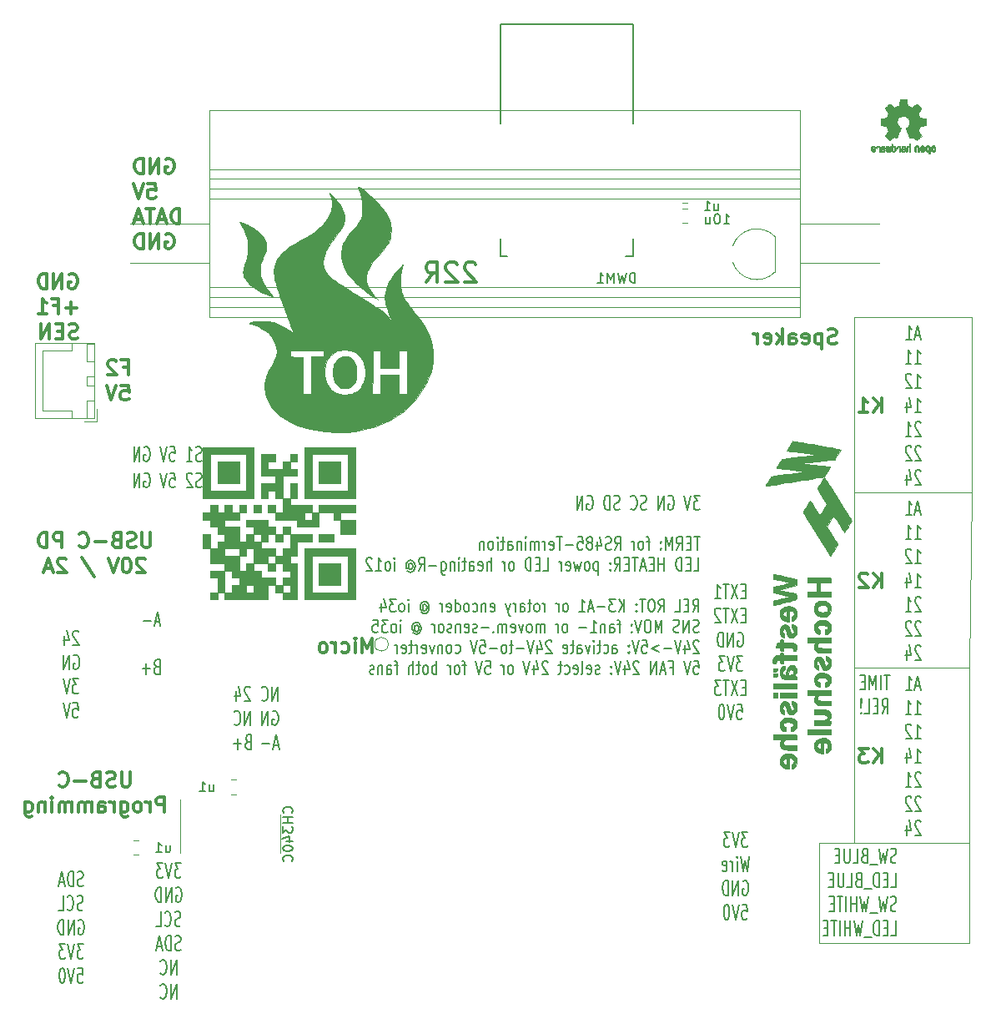
<source format=gbr>
%TF.GenerationSoftware,KiCad,Pcbnew,(5.1.12)-1*%
%TF.CreationDate,2021-12-22T15:49:41+01:00*%
%TF.ProjectId,pcbV10,70636256-3130-42e6-9b69-6361645f7063,rev?*%
%TF.SameCoordinates,Original*%
%TF.FileFunction,Legend,Bot*%
%TF.FilePolarity,Positive*%
%FSLAX46Y46*%
G04 Gerber Fmt 4.6, Leading zero omitted, Abs format (unit mm)*
G04 Created by KiCad (PCBNEW (5.1.12)-1) date 2021-12-22 15:49:41*
%MOMM*%
%LPD*%
G01*
G04 APERTURE LIST*
%ADD10C,0.300000*%
%ADD11C,0.120000*%
%ADD12C,0.200000*%
%ADD13C,0.150000*%
%ADD14C,0.010000*%
G04 APERTURE END LIST*
D10*
X132539857Y-78585142D02*
X132325571Y-78656571D01*
X131968428Y-78656571D01*
X131825571Y-78585142D01*
X131754142Y-78513714D01*
X131682714Y-78370857D01*
X131682714Y-78228000D01*
X131754142Y-78085142D01*
X131825571Y-78013714D01*
X131968428Y-77942285D01*
X132254142Y-77870857D01*
X132397000Y-77799428D01*
X132468428Y-77728000D01*
X132539857Y-77585142D01*
X132539857Y-77442285D01*
X132468428Y-77299428D01*
X132397000Y-77228000D01*
X132254142Y-77156571D01*
X131897000Y-77156571D01*
X131682714Y-77228000D01*
X131039857Y-77656571D02*
X131039857Y-79156571D01*
X131039857Y-77728000D02*
X130897000Y-77656571D01*
X130611285Y-77656571D01*
X130468428Y-77728000D01*
X130397000Y-77799428D01*
X130325571Y-77942285D01*
X130325571Y-78370857D01*
X130397000Y-78513714D01*
X130468428Y-78585142D01*
X130611285Y-78656571D01*
X130897000Y-78656571D01*
X131039857Y-78585142D01*
X129111285Y-78585142D02*
X129254142Y-78656571D01*
X129539857Y-78656571D01*
X129682714Y-78585142D01*
X129754142Y-78442285D01*
X129754142Y-77870857D01*
X129682714Y-77728000D01*
X129539857Y-77656571D01*
X129254142Y-77656571D01*
X129111285Y-77728000D01*
X129039857Y-77870857D01*
X129039857Y-78013714D01*
X129754142Y-78156571D01*
X127754142Y-78656571D02*
X127754142Y-77870857D01*
X127825571Y-77728000D01*
X127968428Y-77656571D01*
X128254142Y-77656571D01*
X128397000Y-77728000D01*
X127754142Y-78585142D02*
X127897000Y-78656571D01*
X128254142Y-78656571D01*
X128397000Y-78585142D01*
X128468428Y-78442285D01*
X128468428Y-78299428D01*
X128397000Y-78156571D01*
X128254142Y-78085142D01*
X127897000Y-78085142D01*
X127754142Y-78013714D01*
X127039857Y-78656571D02*
X127039857Y-77156571D01*
X126897000Y-78085142D02*
X126468428Y-78656571D01*
X126468428Y-77656571D02*
X127039857Y-78228000D01*
X125254142Y-78585142D02*
X125397000Y-78656571D01*
X125682714Y-78656571D01*
X125825571Y-78585142D01*
X125897000Y-78442285D01*
X125897000Y-77870857D01*
X125825571Y-77728000D01*
X125682714Y-77656571D01*
X125397000Y-77656571D01*
X125254142Y-77728000D01*
X125182714Y-77870857D01*
X125182714Y-78013714D01*
X125897000Y-78156571D01*
X124539857Y-78656571D02*
X124539857Y-77656571D01*
X124539857Y-77942285D02*
X124468428Y-77799428D01*
X124397000Y-77728000D01*
X124254142Y-77656571D01*
X124111285Y-77656571D01*
X85403357Y-110025571D02*
X85403357Y-108525571D01*
X84903357Y-109597000D01*
X84403357Y-108525571D01*
X84403357Y-110025571D01*
X83689071Y-110025571D02*
X83689071Y-109025571D01*
X83689071Y-108525571D02*
X83760500Y-108597000D01*
X83689071Y-108668428D01*
X83617642Y-108597000D01*
X83689071Y-108525571D01*
X83689071Y-108668428D01*
X82331928Y-109954142D02*
X82474785Y-110025571D01*
X82760500Y-110025571D01*
X82903357Y-109954142D01*
X82974785Y-109882714D01*
X83046214Y-109739857D01*
X83046214Y-109311285D01*
X82974785Y-109168428D01*
X82903357Y-109097000D01*
X82760500Y-109025571D01*
X82474785Y-109025571D01*
X82331928Y-109097000D01*
X81689071Y-110025571D02*
X81689071Y-109025571D01*
X81689071Y-109311285D02*
X81617642Y-109168428D01*
X81546214Y-109097000D01*
X81403357Y-109025571D01*
X81260500Y-109025571D01*
X80546214Y-110025571D02*
X80689071Y-109954142D01*
X80760500Y-109882714D01*
X80831928Y-109739857D01*
X80831928Y-109311285D01*
X80760500Y-109168428D01*
X80689071Y-109097000D01*
X80546214Y-109025571D01*
X80331928Y-109025571D01*
X80189071Y-109097000D01*
X80117642Y-109168428D01*
X80046214Y-109311285D01*
X80046214Y-109739857D01*
X80117642Y-109882714D01*
X80189071Y-109954142D01*
X80331928Y-110025571D01*
X80546214Y-110025571D01*
D11*
X87058500Y-109156500D02*
G75*
G03*
X87058500Y-109156500I-698500J0D01*
G01*
D12*
X137945619Y-112253571D02*
X137374190Y-112253571D01*
X137659904Y-113753571D02*
X137659904Y-112253571D01*
X137040857Y-113753571D02*
X137040857Y-112253571D01*
X136564666Y-113753571D02*
X136564666Y-112253571D01*
X136231333Y-113325000D01*
X135898000Y-112253571D01*
X135898000Y-113753571D01*
X135421809Y-112967857D02*
X135088476Y-112967857D01*
X134945619Y-113753571D02*
X135421809Y-113753571D01*
X135421809Y-112253571D01*
X134945619Y-112253571D01*
X137183714Y-116203571D02*
X137517047Y-115489285D01*
X137755142Y-116203571D02*
X137755142Y-114703571D01*
X137374190Y-114703571D01*
X137278952Y-114775000D01*
X137231333Y-114846428D01*
X137183714Y-114989285D01*
X137183714Y-115203571D01*
X137231333Y-115346428D01*
X137278952Y-115417857D01*
X137374190Y-115489285D01*
X137755142Y-115489285D01*
X136755142Y-115417857D02*
X136421809Y-115417857D01*
X136278952Y-116203571D02*
X136755142Y-116203571D01*
X136755142Y-114703571D01*
X136278952Y-114703571D01*
X135374190Y-116203571D02*
X135850380Y-116203571D01*
X135850380Y-114703571D01*
X135040857Y-116060714D02*
X134993238Y-116132142D01*
X135040857Y-116203571D01*
X135088476Y-116132142D01*
X135040857Y-116060714D01*
X135040857Y-116203571D01*
X135040857Y-115632142D02*
X135088476Y-114775000D01*
X135040857Y-114703571D01*
X134993238Y-114775000D01*
X135040857Y-115632142D01*
X135040857Y-114703571D01*
D11*
X130810000Y-129286000D02*
X134366000Y-129286000D01*
X130810000Y-139446000D02*
X130810000Y-129286000D01*
X146050000Y-139446000D02*
X130810000Y-139446000D01*
X146050000Y-129286000D02*
X146050000Y-139446000D01*
X134366000Y-129286000D02*
X134366000Y-111506000D01*
X146050000Y-129286000D02*
X134366000Y-129286000D01*
X146050000Y-111506000D02*
X146050000Y-129286000D01*
X134366000Y-111506000D02*
X134366000Y-93726000D01*
X146050000Y-111506000D02*
X134366000Y-111506000D01*
X146304000Y-93726000D02*
X146050000Y-111506000D01*
X146304000Y-75946000D02*
X146304000Y-93726000D01*
X134366000Y-75946000D02*
X146304000Y-75946000D01*
X134366000Y-93726000D02*
X134366000Y-75946000D01*
X146304000Y-93726000D02*
X134366000Y-93726000D01*
D10*
X137124142Y-85641571D02*
X137124142Y-84141571D01*
X136267000Y-85641571D02*
X136909857Y-84784428D01*
X136267000Y-84141571D02*
X137124142Y-84998714D01*
X134838428Y-85641571D02*
X135695571Y-85641571D01*
X135267000Y-85641571D02*
X135267000Y-84141571D01*
X135409857Y-84355857D01*
X135552714Y-84498714D01*
X135695571Y-84570142D01*
X137124142Y-103421571D02*
X137124142Y-101921571D01*
X136267000Y-103421571D02*
X136909857Y-102564428D01*
X136267000Y-101921571D02*
X137124142Y-102778714D01*
X135695571Y-102064428D02*
X135624142Y-101993000D01*
X135481285Y-101921571D01*
X135124142Y-101921571D01*
X134981285Y-101993000D01*
X134909857Y-102064428D01*
X134838428Y-102207285D01*
X134838428Y-102350142D01*
X134909857Y-102564428D01*
X135767000Y-103421571D01*
X134838428Y-103421571D01*
X137124142Y-121201571D02*
X137124142Y-119701571D01*
X136267000Y-121201571D02*
X136909857Y-120344428D01*
X136267000Y-119701571D02*
X137124142Y-120558714D01*
X135767000Y-119701571D02*
X134838428Y-119701571D01*
X135338428Y-120273000D01*
X135124142Y-120273000D01*
X134981285Y-120344428D01*
X134909857Y-120415857D01*
X134838428Y-120558714D01*
X134838428Y-120915857D01*
X134909857Y-121058714D01*
X134981285Y-121130142D01*
X135124142Y-121201571D01*
X135552714Y-121201571D01*
X135695571Y-121130142D01*
X135767000Y-121058714D01*
D12*
X141049285Y-113423000D02*
X140573095Y-113423000D01*
X141144523Y-113851571D02*
X140811190Y-112351571D01*
X140477857Y-113851571D01*
X139620714Y-113851571D02*
X140192142Y-113851571D01*
X139906428Y-113851571D02*
X139906428Y-112351571D01*
X140001666Y-112565857D01*
X140096904Y-112708714D01*
X140192142Y-112780142D01*
X140525476Y-116301571D02*
X141096904Y-116301571D01*
X140811190Y-116301571D02*
X140811190Y-114801571D01*
X140906428Y-115015857D01*
X141001666Y-115158714D01*
X141096904Y-115230142D01*
X139573095Y-116301571D02*
X140144523Y-116301571D01*
X139858809Y-116301571D02*
X139858809Y-114801571D01*
X139954047Y-115015857D01*
X140049285Y-115158714D01*
X140144523Y-115230142D01*
X140525476Y-118751571D02*
X141096904Y-118751571D01*
X140811190Y-118751571D02*
X140811190Y-117251571D01*
X140906428Y-117465857D01*
X141001666Y-117608714D01*
X141096904Y-117680142D01*
X140144523Y-117394428D02*
X140096904Y-117323000D01*
X140001666Y-117251571D01*
X139763571Y-117251571D01*
X139668333Y-117323000D01*
X139620714Y-117394428D01*
X139573095Y-117537285D01*
X139573095Y-117680142D01*
X139620714Y-117894428D01*
X140192142Y-118751571D01*
X139573095Y-118751571D01*
X140525476Y-121201571D02*
X141096904Y-121201571D01*
X140811190Y-121201571D02*
X140811190Y-119701571D01*
X140906428Y-119915857D01*
X141001666Y-120058714D01*
X141096904Y-120130142D01*
X139668333Y-120201571D02*
X139668333Y-121201571D01*
X139906428Y-119630142D02*
X140144523Y-120701571D01*
X139525476Y-120701571D01*
X141096904Y-122294428D02*
X141049285Y-122223000D01*
X140954047Y-122151571D01*
X140715952Y-122151571D01*
X140620714Y-122223000D01*
X140573095Y-122294428D01*
X140525476Y-122437285D01*
X140525476Y-122580142D01*
X140573095Y-122794428D01*
X141144523Y-123651571D01*
X140525476Y-123651571D01*
X139573095Y-123651571D02*
X140144523Y-123651571D01*
X139858809Y-123651571D02*
X139858809Y-122151571D01*
X139954047Y-122365857D01*
X140049285Y-122508714D01*
X140144523Y-122580142D01*
X141096904Y-124744428D02*
X141049285Y-124673000D01*
X140954047Y-124601571D01*
X140715952Y-124601571D01*
X140620714Y-124673000D01*
X140573095Y-124744428D01*
X140525476Y-124887285D01*
X140525476Y-125030142D01*
X140573095Y-125244428D01*
X141144523Y-126101571D01*
X140525476Y-126101571D01*
X140144523Y-124744428D02*
X140096904Y-124673000D01*
X140001666Y-124601571D01*
X139763571Y-124601571D01*
X139668333Y-124673000D01*
X139620714Y-124744428D01*
X139573095Y-124887285D01*
X139573095Y-125030142D01*
X139620714Y-125244428D01*
X140192142Y-126101571D01*
X139573095Y-126101571D01*
X141096904Y-127194428D02*
X141049285Y-127123000D01*
X140954047Y-127051571D01*
X140715952Y-127051571D01*
X140620714Y-127123000D01*
X140573095Y-127194428D01*
X140525476Y-127337285D01*
X140525476Y-127480142D01*
X140573095Y-127694428D01*
X141144523Y-128551571D01*
X140525476Y-128551571D01*
X139668333Y-127551571D02*
X139668333Y-128551571D01*
X139906428Y-126980142D02*
X140144523Y-128051571D01*
X139525476Y-128051571D01*
X141049285Y-77863000D02*
X140573095Y-77863000D01*
X141144523Y-78291571D02*
X140811190Y-76791571D01*
X140477857Y-78291571D01*
X139620714Y-78291571D02*
X140192142Y-78291571D01*
X139906428Y-78291571D02*
X139906428Y-76791571D01*
X140001666Y-77005857D01*
X140096904Y-77148714D01*
X140192142Y-77220142D01*
X140525476Y-80741571D02*
X141096904Y-80741571D01*
X140811190Y-80741571D02*
X140811190Y-79241571D01*
X140906428Y-79455857D01*
X141001666Y-79598714D01*
X141096904Y-79670142D01*
X139573095Y-80741571D02*
X140144523Y-80741571D01*
X139858809Y-80741571D02*
X139858809Y-79241571D01*
X139954047Y-79455857D01*
X140049285Y-79598714D01*
X140144523Y-79670142D01*
X140525476Y-83191571D02*
X141096904Y-83191571D01*
X140811190Y-83191571D02*
X140811190Y-81691571D01*
X140906428Y-81905857D01*
X141001666Y-82048714D01*
X141096904Y-82120142D01*
X140144523Y-81834428D02*
X140096904Y-81763000D01*
X140001666Y-81691571D01*
X139763571Y-81691571D01*
X139668333Y-81763000D01*
X139620714Y-81834428D01*
X139573095Y-81977285D01*
X139573095Y-82120142D01*
X139620714Y-82334428D01*
X140192142Y-83191571D01*
X139573095Y-83191571D01*
X140525476Y-85641571D02*
X141096904Y-85641571D01*
X140811190Y-85641571D02*
X140811190Y-84141571D01*
X140906428Y-84355857D01*
X141001666Y-84498714D01*
X141096904Y-84570142D01*
X139668333Y-84641571D02*
X139668333Y-85641571D01*
X139906428Y-84070142D02*
X140144523Y-85141571D01*
X139525476Y-85141571D01*
X141096904Y-86734428D02*
X141049285Y-86663000D01*
X140954047Y-86591571D01*
X140715952Y-86591571D01*
X140620714Y-86663000D01*
X140573095Y-86734428D01*
X140525476Y-86877285D01*
X140525476Y-87020142D01*
X140573095Y-87234428D01*
X141144523Y-88091571D01*
X140525476Y-88091571D01*
X139573095Y-88091571D02*
X140144523Y-88091571D01*
X139858809Y-88091571D02*
X139858809Y-86591571D01*
X139954047Y-86805857D01*
X140049285Y-86948714D01*
X140144523Y-87020142D01*
X141096904Y-89184428D02*
X141049285Y-89113000D01*
X140954047Y-89041571D01*
X140715952Y-89041571D01*
X140620714Y-89113000D01*
X140573095Y-89184428D01*
X140525476Y-89327285D01*
X140525476Y-89470142D01*
X140573095Y-89684428D01*
X141144523Y-90541571D01*
X140525476Y-90541571D01*
X140144523Y-89184428D02*
X140096904Y-89113000D01*
X140001666Y-89041571D01*
X139763571Y-89041571D01*
X139668333Y-89113000D01*
X139620714Y-89184428D01*
X139573095Y-89327285D01*
X139573095Y-89470142D01*
X139620714Y-89684428D01*
X140192142Y-90541571D01*
X139573095Y-90541571D01*
X141096904Y-91634428D02*
X141049285Y-91563000D01*
X140954047Y-91491571D01*
X140715952Y-91491571D01*
X140620714Y-91563000D01*
X140573095Y-91634428D01*
X140525476Y-91777285D01*
X140525476Y-91920142D01*
X140573095Y-92134428D01*
X141144523Y-92991571D01*
X140525476Y-92991571D01*
X139668333Y-91991571D02*
X139668333Y-92991571D01*
X139906428Y-91420142D02*
X140144523Y-92491571D01*
X139525476Y-92491571D01*
X141049285Y-95643000D02*
X140573095Y-95643000D01*
X141144523Y-96071571D02*
X140811190Y-94571571D01*
X140477857Y-96071571D01*
X139620714Y-96071571D02*
X140192142Y-96071571D01*
X139906428Y-96071571D02*
X139906428Y-94571571D01*
X140001666Y-94785857D01*
X140096904Y-94928714D01*
X140192142Y-95000142D01*
X140525476Y-98521571D02*
X141096904Y-98521571D01*
X140811190Y-98521571D02*
X140811190Y-97021571D01*
X140906428Y-97235857D01*
X141001666Y-97378714D01*
X141096904Y-97450142D01*
X139573095Y-98521571D02*
X140144523Y-98521571D01*
X139858809Y-98521571D02*
X139858809Y-97021571D01*
X139954047Y-97235857D01*
X140049285Y-97378714D01*
X140144523Y-97450142D01*
X140525476Y-100971571D02*
X141096904Y-100971571D01*
X140811190Y-100971571D02*
X140811190Y-99471571D01*
X140906428Y-99685857D01*
X141001666Y-99828714D01*
X141096904Y-99900142D01*
X140144523Y-99614428D02*
X140096904Y-99543000D01*
X140001666Y-99471571D01*
X139763571Y-99471571D01*
X139668333Y-99543000D01*
X139620714Y-99614428D01*
X139573095Y-99757285D01*
X139573095Y-99900142D01*
X139620714Y-100114428D01*
X140192142Y-100971571D01*
X139573095Y-100971571D01*
X140525476Y-103421571D02*
X141096904Y-103421571D01*
X140811190Y-103421571D02*
X140811190Y-101921571D01*
X140906428Y-102135857D01*
X141001666Y-102278714D01*
X141096904Y-102350142D01*
X139668333Y-102421571D02*
X139668333Y-103421571D01*
X139906428Y-101850142D02*
X140144523Y-102921571D01*
X139525476Y-102921571D01*
X141096904Y-104514428D02*
X141049285Y-104443000D01*
X140954047Y-104371571D01*
X140715952Y-104371571D01*
X140620714Y-104443000D01*
X140573095Y-104514428D01*
X140525476Y-104657285D01*
X140525476Y-104800142D01*
X140573095Y-105014428D01*
X141144523Y-105871571D01*
X140525476Y-105871571D01*
X139573095Y-105871571D02*
X140144523Y-105871571D01*
X139858809Y-105871571D02*
X139858809Y-104371571D01*
X139954047Y-104585857D01*
X140049285Y-104728714D01*
X140144523Y-104800142D01*
X141096904Y-106964428D02*
X141049285Y-106893000D01*
X140954047Y-106821571D01*
X140715952Y-106821571D01*
X140620714Y-106893000D01*
X140573095Y-106964428D01*
X140525476Y-107107285D01*
X140525476Y-107250142D01*
X140573095Y-107464428D01*
X141144523Y-108321571D01*
X140525476Y-108321571D01*
X140144523Y-106964428D02*
X140096904Y-106893000D01*
X140001666Y-106821571D01*
X139763571Y-106821571D01*
X139668333Y-106893000D01*
X139620714Y-106964428D01*
X139573095Y-107107285D01*
X139573095Y-107250142D01*
X139620714Y-107464428D01*
X140192142Y-108321571D01*
X139573095Y-108321571D01*
X141096904Y-109414428D02*
X141049285Y-109343000D01*
X140954047Y-109271571D01*
X140715952Y-109271571D01*
X140620714Y-109343000D01*
X140573095Y-109414428D01*
X140525476Y-109557285D01*
X140525476Y-109700142D01*
X140573095Y-109914428D01*
X141144523Y-110771571D01*
X140525476Y-110771571D01*
X139668333Y-109771571D02*
X139668333Y-110771571D01*
X139906428Y-109200142D02*
X140144523Y-110271571D01*
X139525476Y-110271571D01*
D10*
X60848428Y-122109571D02*
X60848428Y-123323857D01*
X60777000Y-123466714D01*
X60705571Y-123538142D01*
X60562714Y-123609571D01*
X60277000Y-123609571D01*
X60134142Y-123538142D01*
X60062714Y-123466714D01*
X59991285Y-123323857D01*
X59991285Y-122109571D01*
X59348428Y-123538142D02*
X59134142Y-123609571D01*
X58777000Y-123609571D01*
X58634142Y-123538142D01*
X58562714Y-123466714D01*
X58491285Y-123323857D01*
X58491285Y-123181000D01*
X58562714Y-123038142D01*
X58634142Y-122966714D01*
X58777000Y-122895285D01*
X59062714Y-122823857D01*
X59205571Y-122752428D01*
X59277000Y-122681000D01*
X59348428Y-122538142D01*
X59348428Y-122395285D01*
X59277000Y-122252428D01*
X59205571Y-122181000D01*
X59062714Y-122109571D01*
X58705571Y-122109571D01*
X58491285Y-122181000D01*
X57348428Y-122823857D02*
X57134142Y-122895285D01*
X57062714Y-122966714D01*
X56991285Y-123109571D01*
X56991285Y-123323857D01*
X57062714Y-123466714D01*
X57134142Y-123538142D01*
X57277000Y-123609571D01*
X57848428Y-123609571D01*
X57848428Y-122109571D01*
X57348428Y-122109571D01*
X57205571Y-122181000D01*
X57134142Y-122252428D01*
X57062714Y-122395285D01*
X57062714Y-122538142D01*
X57134142Y-122681000D01*
X57205571Y-122752428D01*
X57348428Y-122823857D01*
X57848428Y-122823857D01*
X56348428Y-123038142D02*
X55205571Y-123038142D01*
X53634142Y-123466714D02*
X53705571Y-123538142D01*
X53919857Y-123609571D01*
X54062714Y-123609571D01*
X54277000Y-123538142D01*
X54419857Y-123395285D01*
X54491285Y-123252428D01*
X54562714Y-122966714D01*
X54562714Y-122752428D01*
X54491285Y-122466714D01*
X54419857Y-122323857D01*
X54277000Y-122181000D01*
X54062714Y-122109571D01*
X53919857Y-122109571D01*
X53705571Y-122181000D01*
X53634142Y-122252428D01*
X64348428Y-126159571D02*
X64348428Y-124659571D01*
X63777000Y-124659571D01*
X63634142Y-124731000D01*
X63562714Y-124802428D01*
X63491285Y-124945285D01*
X63491285Y-125159571D01*
X63562714Y-125302428D01*
X63634142Y-125373857D01*
X63777000Y-125445285D01*
X64348428Y-125445285D01*
X62848428Y-126159571D02*
X62848428Y-125159571D01*
X62848428Y-125445285D02*
X62777000Y-125302428D01*
X62705571Y-125231000D01*
X62562714Y-125159571D01*
X62419857Y-125159571D01*
X61705571Y-126159571D02*
X61848428Y-126088142D01*
X61919857Y-126016714D01*
X61991285Y-125873857D01*
X61991285Y-125445285D01*
X61919857Y-125302428D01*
X61848428Y-125231000D01*
X61705571Y-125159571D01*
X61491285Y-125159571D01*
X61348428Y-125231000D01*
X61277000Y-125302428D01*
X61205571Y-125445285D01*
X61205571Y-125873857D01*
X61277000Y-126016714D01*
X61348428Y-126088142D01*
X61491285Y-126159571D01*
X61705571Y-126159571D01*
X59919857Y-125159571D02*
X59919857Y-126373857D01*
X59991285Y-126516714D01*
X60062714Y-126588142D01*
X60205571Y-126659571D01*
X60419857Y-126659571D01*
X60562714Y-126588142D01*
X59919857Y-126088142D02*
X60062714Y-126159571D01*
X60348428Y-126159571D01*
X60491285Y-126088142D01*
X60562714Y-126016714D01*
X60634142Y-125873857D01*
X60634142Y-125445285D01*
X60562714Y-125302428D01*
X60491285Y-125231000D01*
X60348428Y-125159571D01*
X60062714Y-125159571D01*
X59919857Y-125231000D01*
X59205571Y-126159571D02*
X59205571Y-125159571D01*
X59205571Y-125445285D02*
X59134142Y-125302428D01*
X59062714Y-125231000D01*
X58919857Y-125159571D01*
X58777000Y-125159571D01*
X57634142Y-126159571D02*
X57634142Y-125373857D01*
X57705571Y-125231000D01*
X57848428Y-125159571D01*
X58134142Y-125159571D01*
X58277000Y-125231000D01*
X57634142Y-126088142D02*
X57777000Y-126159571D01*
X58134142Y-126159571D01*
X58277000Y-126088142D01*
X58348428Y-125945285D01*
X58348428Y-125802428D01*
X58277000Y-125659571D01*
X58134142Y-125588142D01*
X57777000Y-125588142D01*
X57634142Y-125516714D01*
X56919857Y-126159571D02*
X56919857Y-125159571D01*
X56919857Y-125302428D02*
X56848428Y-125231000D01*
X56705571Y-125159571D01*
X56491285Y-125159571D01*
X56348428Y-125231000D01*
X56277000Y-125373857D01*
X56277000Y-126159571D01*
X56277000Y-125373857D02*
X56205571Y-125231000D01*
X56062714Y-125159571D01*
X55848428Y-125159571D01*
X55705571Y-125231000D01*
X55634142Y-125373857D01*
X55634142Y-126159571D01*
X54919857Y-126159571D02*
X54919857Y-125159571D01*
X54919857Y-125302428D02*
X54848428Y-125231000D01*
X54705571Y-125159571D01*
X54491285Y-125159571D01*
X54348428Y-125231000D01*
X54277000Y-125373857D01*
X54277000Y-126159571D01*
X54277000Y-125373857D02*
X54205571Y-125231000D01*
X54062714Y-125159571D01*
X53848428Y-125159571D01*
X53705571Y-125231000D01*
X53634142Y-125373857D01*
X53634142Y-126159571D01*
X52919857Y-126159571D02*
X52919857Y-125159571D01*
X52919857Y-124659571D02*
X52991285Y-124731000D01*
X52919857Y-124802428D01*
X52848428Y-124731000D01*
X52919857Y-124659571D01*
X52919857Y-124802428D01*
X52205571Y-125159571D02*
X52205571Y-126159571D01*
X52205571Y-125302428D02*
X52134142Y-125231000D01*
X51991285Y-125159571D01*
X51777000Y-125159571D01*
X51634142Y-125231000D01*
X51562714Y-125373857D01*
X51562714Y-126159571D01*
X50205571Y-125159571D02*
X50205571Y-126373857D01*
X50277000Y-126516714D01*
X50348428Y-126588142D01*
X50491285Y-126659571D01*
X50705571Y-126659571D01*
X50848428Y-126588142D01*
X50205571Y-126088142D02*
X50348428Y-126159571D01*
X50634142Y-126159571D01*
X50777000Y-126088142D01*
X50848428Y-126016714D01*
X50919857Y-125873857D01*
X50919857Y-125445285D01*
X50848428Y-125302428D01*
X50777000Y-125231000D01*
X50634142Y-125159571D01*
X50348428Y-125159571D01*
X50205571Y-125231000D01*
X62919857Y-97852571D02*
X62919857Y-99066857D01*
X62848428Y-99209714D01*
X62777000Y-99281142D01*
X62634142Y-99352571D01*
X62348428Y-99352571D01*
X62205571Y-99281142D01*
X62134142Y-99209714D01*
X62062714Y-99066857D01*
X62062714Y-97852571D01*
X61419857Y-99281142D02*
X61205571Y-99352571D01*
X60848428Y-99352571D01*
X60705571Y-99281142D01*
X60634142Y-99209714D01*
X60562714Y-99066857D01*
X60562714Y-98924000D01*
X60634142Y-98781142D01*
X60705571Y-98709714D01*
X60848428Y-98638285D01*
X61134142Y-98566857D01*
X61277000Y-98495428D01*
X61348428Y-98424000D01*
X61419857Y-98281142D01*
X61419857Y-98138285D01*
X61348428Y-97995428D01*
X61277000Y-97924000D01*
X61134142Y-97852571D01*
X60777000Y-97852571D01*
X60562714Y-97924000D01*
X59419857Y-98566857D02*
X59205571Y-98638285D01*
X59134142Y-98709714D01*
X59062714Y-98852571D01*
X59062714Y-99066857D01*
X59134142Y-99209714D01*
X59205571Y-99281142D01*
X59348428Y-99352571D01*
X59919857Y-99352571D01*
X59919857Y-97852571D01*
X59419857Y-97852571D01*
X59277000Y-97924000D01*
X59205571Y-97995428D01*
X59134142Y-98138285D01*
X59134142Y-98281142D01*
X59205571Y-98424000D01*
X59277000Y-98495428D01*
X59419857Y-98566857D01*
X59919857Y-98566857D01*
X58419857Y-98781142D02*
X57277000Y-98781142D01*
X55705571Y-99209714D02*
X55777000Y-99281142D01*
X55991285Y-99352571D01*
X56134142Y-99352571D01*
X56348428Y-99281142D01*
X56491285Y-99138285D01*
X56562714Y-98995428D01*
X56634142Y-98709714D01*
X56634142Y-98495428D01*
X56562714Y-98209714D01*
X56491285Y-98066857D01*
X56348428Y-97924000D01*
X56134142Y-97852571D01*
X55991285Y-97852571D01*
X55777000Y-97924000D01*
X55705571Y-97995428D01*
X53919857Y-99352571D02*
X53919857Y-97852571D01*
X53348428Y-97852571D01*
X53205571Y-97924000D01*
X53134142Y-97995428D01*
X53062714Y-98138285D01*
X53062714Y-98352571D01*
X53134142Y-98495428D01*
X53205571Y-98566857D01*
X53348428Y-98638285D01*
X53919857Y-98638285D01*
X52419857Y-99352571D02*
X52419857Y-97852571D01*
X52062714Y-97852571D01*
X51848428Y-97924000D01*
X51705571Y-98066857D01*
X51634142Y-98209714D01*
X51562714Y-98495428D01*
X51562714Y-98709714D01*
X51634142Y-98995428D01*
X51705571Y-99138285D01*
X51848428Y-99281142D01*
X52062714Y-99352571D01*
X52419857Y-99352571D01*
X62348428Y-100545428D02*
X62277000Y-100474000D01*
X62134142Y-100402571D01*
X61777000Y-100402571D01*
X61634142Y-100474000D01*
X61562714Y-100545428D01*
X61491285Y-100688285D01*
X61491285Y-100831142D01*
X61562714Y-101045428D01*
X62419857Y-101902571D01*
X61491285Y-101902571D01*
X60562714Y-100402571D02*
X60419857Y-100402571D01*
X60277000Y-100474000D01*
X60205571Y-100545428D01*
X60134142Y-100688285D01*
X60062714Y-100974000D01*
X60062714Y-101331142D01*
X60134142Y-101616857D01*
X60205571Y-101759714D01*
X60277000Y-101831142D01*
X60419857Y-101902571D01*
X60562714Y-101902571D01*
X60705571Y-101831142D01*
X60777000Y-101759714D01*
X60848428Y-101616857D01*
X60919857Y-101331142D01*
X60919857Y-100974000D01*
X60848428Y-100688285D01*
X60777000Y-100545428D01*
X60705571Y-100474000D01*
X60562714Y-100402571D01*
X59634142Y-100402571D02*
X59134142Y-101902571D01*
X58634142Y-100402571D01*
X55919857Y-100331142D02*
X57205571Y-102259714D01*
X54348428Y-100545428D02*
X54277000Y-100474000D01*
X54134142Y-100402571D01*
X53777000Y-100402571D01*
X53634142Y-100474000D01*
X53562714Y-100545428D01*
X53491285Y-100688285D01*
X53491285Y-100831142D01*
X53562714Y-101045428D01*
X54419857Y-101902571D01*
X53491285Y-101902571D01*
X52919857Y-101474000D02*
X52205571Y-101474000D01*
X53062714Y-101902571D02*
X52562714Y-100402571D01*
X52062714Y-101902571D01*
D12*
X66008095Y-131356571D02*
X65389047Y-131356571D01*
X65722380Y-131928000D01*
X65579523Y-131928000D01*
X65484285Y-131999428D01*
X65436666Y-132070857D01*
X65389047Y-132213714D01*
X65389047Y-132570857D01*
X65436666Y-132713714D01*
X65484285Y-132785142D01*
X65579523Y-132856571D01*
X65865238Y-132856571D01*
X65960476Y-132785142D01*
X66008095Y-132713714D01*
X65103333Y-131356571D02*
X64770000Y-132856571D01*
X64436666Y-131356571D01*
X64198571Y-131356571D02*
X63579523Y-131356571D01*
X63912857Y-131928000D01*
X63770000Y-131928000D01*
X63674761Y-131999428D01*
X63627142Y-132070857D01*
X63579523Y-132213714D01*
X63579523Y-132570857D01*
X63627142Y-132713714D01*
X63674761Y-132785142D01*
X63770000Y-132856571D01*
X64055714Y-132856571D01*
X64150952Y-132785142D01*
X64198571Y-132713714D01*
X65531904Y-133878000D02*
X65627142Y-133806571D01*
X65770000Y-133806571D01*
X65912857Y-133878000D01*
X66008095Y-134020857D01*
X66055714Y-134163714D01*
X66103333Y-134449428D01*
X66103333Y-134663714D01*
X66055714Y-134949428D01*
X66008095Y-135092285D01*
X65912857Y-135235142D01*
X65770000Y-135306571D01*
X65674761Y-135306571D01*
X65531904Y-135235142D01*
X65484285Y-135163714D01*
X65484285Y-134663714D01*
X65674761Y-134663714D01*
X65055714Y-135306571D02*
X65055714Y-133806571D01*
X64484285Y-135306571D01*
X64484285Y-133806571D01*
X64008095Y-135306571D02*
X64008095Y-133806571D01*
X63770000Y-133806571D01*
X63627142Y-133878000D01*
X63531904Y-134020857D01*
X63484285Y-134163714D01*
X63436666Y-134449428D01*
X63436666Y-134663714D01*
X63484285Y-134949428D01*
X63531904Y-135092285D01*
X63627142Y-135235142D01*
X63770000Y-135306571D01*
X64008095Y-135306571D01*
X65960476Y-137685142D02*
X65817619Y-137756571D01*
X65579523Y-137756571D01*
X65484285Y-137685142D01*
X65436666Y-137613714D01*
X65389047Y-137470857D01*
X65389047Y-137328000D01*
X65436666Y-137185142D01*
X65484285Y-137113714D01*
X65579523Y-137042285D01*
X65770000Y-136970857D01*
X65865238Y-136899428D01*
X65912857Y-136828000D01*
X65960476Y-136685142D01*
X65960476Y-136542285D01*
X65912857Y-136399428D01*
X65865238Y-136328000D01*
X65770000Y-136256571D01*
X65531904Y-136256571D01*
X65389047Y-136328000D01*
X64389047Y-137613714D02*
X64436666Y-137685142D01*
X64579523Y-137756571D01*
X64674761Y-137756571D01*
X64817619Y-137685142D01*
X64912857Y-137542285D01*
X64960476Y-137399428D01*
X65008095Y-137113714D01*
X65008095Y-136899428D01*
X64960476Y-136613714D01*
X64912857Y-136470857D01*
X64817619Y-136328000D01*
X64674761Y-136256571D01*
X64579523Y-136256571D01*
X64436666Y-136328000D01*
X64389047Y-136399428D01*
X63484285Y-137756571D02*
X63960476Y-137756571D01*
X63960476Y-136256571D01*
X65984285Y-140135142D02*
X65841428Y-140206571D01*
X65603333Y-140206571D01*
X65508095Y-140135142D01*
X65460476Y-140063714D01*
X65412857Y-139920857D01*
X65412857Y-139778000D01*
X65460476Y-139635142D01*
X65508095Y-139563714D01*
X65603333Y-139492285D01*
X65793809Y-139420857D01*
X65889047Y-139349428D01*
X65936666Y-139278000D01*
X65984285Y-139135142D01*
X65984285Y-138992285D01*
X65936666Y-138849428D01*
X65889047Y-138778000D01*
X65793809Y-138706571D01*
X65555714Y-138706571D01*
X65412857Y-138778000D01*
X64984285Y-140206571D02*
X64984285Y-138706571D01*
X64746190Y-138706571D01*
X64603333Y-138778000D01*
X64508095Y-138920857D01*
X64460476Y-139063714D01*
X64412857Y-139349428D01*
X64412857Y-139563714D01*
X64460476Y-139849428D01*
X64508095Y-139992285D01*
X64603333Y-140135142D01*
X64746190Y-140206571D01*
X64984285Y-140206571D01*
X64031904Y-139778000D02*
X63555714Y-139778000D01*
X64127142Y-140206571D02*
X63793809Y-138706571D01*
X63460476Y-140206571D01*
X65555714Y-142656571D02*
X65555714Y-141156571D01*
X64984285Y-142656571D01*
X64984285Y-141156571D01*
X63936666Y-142513714D02*
X63984285Y-142585142D01*
X64127142Y-142656571D01*
X64222380Y-142656571D01*
X64365238Y-142585142D01*
X64460476Y-142442285D01*
X64508095Y-142299428D01*
X64555714Y-142013714D01*
X64555714Y-141799428D01*
X64508095Y-141513714D01*
X64460476Y-141370857D01*
X64365238Y-141228000D01*
X64222380Y-141156571D01*
X64127142Y-141156571D01*
X63984285Y-141228000D01*
X63936666Y-141299428D01*
X65555714Y-145106571D02*
X65555714Y-143606571D01*
X64984285Y-145106571D01*
X64984285Y-143606571D01*
X63936666Y-144963714D02*
X63984285Y-145035142D01*
X64127142Y-145106571D01*
X64222380Y-145106571D01*
X64365238Y-145035142D01*
X64460476Y-144892285D01*
X64508095Y-144749428D01*
X64555714Y-144463714D01*
X64555714Y-144249428D01*
X64508095Y-143963714D01*
X64460476Y-143820857D01*
X64365238Y-143678000D01*
X64222380Y-143606571D01*
X64127142Y-143606571D01*
X63984285Y-143678000D01*
X63936666Y-143749428D01*
X63849142Y-106893000D02*
X63372952Y-106893000D01*
X63944380Y-107321571D02*
X63611047Y-105821571D01*
X63277714Y-107321571D01*
X62944380Y-106750142D02*
X62182476Y-106750142D01*
X63539619Y-111435857D02*
X63396761Y-111507285D01*
X63349142Y-111578714D01*
X63301523Y-111721571D01*
X63301523Y-111935857D01*
X63349142Y-112078714D01*
X63396761Y-112150142D01*
X63492000Y-112221571D01*
X63872952Y-112221571D01*
X63872952Y-110721571D01*
X63539619Y-110721571D01*
X63444380Y-110793000D01*
X63396761Y-110864428D01*
X63349142Y-111007285D01*
X63349142Y-111150142D01*
X63396761Y-111293000D01*
X63444380Y-111364428D01*
X63539619Y-111435857D01*
X63872952Y-111435857D01*
X62872952Y-111650142D02*
X62111047Y-111650142D01*
X62492000Y-112221571D02*
X62492000Y-111078714D01*
X118680714Y-94047571D02*
X118061666Y-94047571D01*
X118395000Y-94619000D01*
X118252142Y-94619000D01*
X118156904Y-94690428D01*
X118109285Y-94761857D01*
X118061666Y-94904714D01*
X118061666Y-95261857D01*
X118109285Y-95404714D01*
X118156904Y-95476142D01*
X118252142Y-95547571D01*
X118537857Y-95547571D01*
X118633095Y-95476142D01*
X118680714Y-95404714D01*
X117775952Y-94047571D02*
X117442619Y-95547571D01*
X117109285Y-94047571D01*
X115490238Y-94119000D02*
X115585476Y-94047571D01*
X115728333Y-94047571D01*
X115871190Y-94119000D01*
X115966428Y-94261857D01*
X116014047Y-94404714D01*
X116061666Y-94690428D01*
X116061666Y-94904714D01*
X116014047Y-95190428D01*
X115966428Y-95333285D01*
X115871190Y-95476142D01*
X115728333Y-95547571D01*
X115633095Y-95547571D01*
X115490238Y-95476142D01*
X115442619Y-95404714D01*
X115442619Y-94904714D01*
X115633095Y-94904714D01*
X115014047Y-95547571D02*
X115014047Y-94047571D01*
X114442619Y-95547571D01*
X114442619Y-94047571D01*
X113252142Y-95476142D02*
X113109285Y-95547571D01*
X112871190Y-95547571D01*
X112775952Y-95476142D01*
X112728333Y-95404714D01*
X112680714Y-95261857D01*
X112680714Y-95119000D01*
X112728333Y-94976142D01*
X112775952Y-94904714D01*
X112871190Y-94833285D01*
X113061666Y-94761857D01*
X113156904Y-94690428D01*
X113204523Y-94619000D01*
X113252142Y-94476142D01*
X113252142Y-94333285D01*
X113204523Y-94190428D01*
X113156904Y-94119000D01*
X113061666Y-94047571D01*
X112823571Y-94047571D01*
X112680714Y-94119000D01*
X111680714Y-95404714D02*
X111728333Y-95476142D01*
X111871190Y-95547571D01*
X111966428Y-95547571D01*
X112109285Y-95476142D01*
X112204523Y-95333285D01*
X112252142Y-95190428D01*
X112299761Y-94904714D01*
X112299761Y-94690428D01*
X112252142Y-94404714D01*
X112204523Y-94261857D01*
X112109285Y-94119000D01*
X111966428Y-94047571D01*
X111871190Y-94047571D01*
X111728333Y-94119000D01*
X111680714Y-94190428D01*
X110537857Y-95476142D02*
X110395000Y-95547571D01*
X110156904Y-95547571D01*
X110061666Y-95476142D01*
X110014047Y-95404714D01*
X109966428Y-95261857D01*
X109966428Y-95119000D01*
X110014047Y-94976142D01*
X110061666Y-94904714D01*
X110156904Y-94833285D01*
X110347380Y-94761857D01*
X110442619Y-94690428D01*
X110490238Y-94619000D01*
X110537857Y-94476142D01*
X110537857Y-94333285D01*
X110490238Y-94190428D01*
X110442619Y-94119000D01*
X110347380Y-94047571D01*
X110109285Y-94047571D01*
X109966428Y-94119000D01*
X109537857Y-95547571D02*
X109537857Y-94047571D01*
X109299761Y-94047571D01*
X109156904Y-94119000D01*
X109061666Y-94261857D01*
X109014047Y-94404714D01*
X108966428Y-94690428D01*
X108966428Y-94904714D01*
X109014047Y-95190428D01*
X109061666Y-95333285D01*
X109156904Y-95476142D01*
X109299761Y-95547571D01*
X109537857Y-95547571D01*
X107252142Y-94119000D02*
X107347380Y-94047571D01*
X107490238Y-94047571D01*
X107633095Y-94119000D01*
X107728333Y-94261857D01*
X107775952Y-94404714D01*
X107823571Y-94690428D01*
X107823571Y-94904714D01*
X107775952Y-95190428D01*
X107728333Y-95333285D01*
X107633095Y-95476142D01*
X107490238Y-95547571D01*
X107395000Y-95547571D01*
X107252142Y-95476142D01*
X107204523Y-95404714D01*
X107204523Y-94904714D01*
X107395000Y-94904714D01*
X106775952Y-95547571D02*
X106775952Y-94047571D01*
X106204523Y-95547571D01*
X106204523Y-94047571D01*
D13*
X118679261Y-98271095D02*
X118107833Y-98271095D01*
X118393547Y-99571095D02*
X118393547Y-98271095D01*
X117774500Y-98890142D02*
X117441166Y-98890142D01*
X117298309Y-99571095D02*
X117774500Y-99571095D01*
X117774500Y-98271095D01*
X117298309Y-98271095D01*
X116298309Y-99571095D02*
X116631642Y-98952047D01*
X116869738Y-99571095D02*
X116869738Y-98271095D01*
X116488785Y-98271095D01*
X116393547Y-98333000D01*
X116345928Y-98394904D01*
X116298309Y-98518714D01*
X116298309Y-98704428D01*
X116345928Y-98828238D01*
X116393547Y-98890142D01*
X116488785Y-98952047D01*
X116869738Y-98952047D01*
X115869738Y-99571095D02*
X115869738Y-98271095D01*
X115536404Y-99199666D01*
X115203071Y-98271095D01*
X115203071Y-99571095D01*
X114726880Y-99447285D02*
X114679261Y-99509190D01*
X114726880Y-99571095D01*
X114774500Y-99509190D01*
X114726880Y-99447285D01*
X114726880Y-99571095D01*
X114726880Y-98766333D02*
X114679261Y-98828238D01*
X114726880Y-98890142D01*
X114774500Y-98828238D01*
X114726880Y-98766333D01*
X114726880Y-98890142D01*
X113631642Y-98704428D02*
X113250690Y-98704428D01*
X113488785Y-99571095D02*
X113488785Y-98456809D01*
X113441166Y-98333000D01*
X113345928Y-98271095D01*
X113250690Y-98271095D01*
X112774500Y-99571095D02*
X112869738Y-99509190D01*
X112917357Y-99447285D01*
X112964976Y-99323476D01*
X112964976Y-98952047D01*
X112917357Y-98828238D01*
X112869738Y-98766333D01*
X112774500Y-98704428D01*
X112631642Y-98704428D01*
X112536404Y-98766333D01*
X112488785Y-98828238D01*
X112441166Y-98952047D01*
X112441166Y-99323476D01*
X112488785Y-99447285D01*
X112536404Y-99509190D01*
X112631642Y-99571095D01*
X112774500Y-99571095D01*
X112012595Y-99571095D02*
X112012595Y-98704428D01*
X112012595Y-98952047D02*
X111964976Y-98828238D01*
X111917357Y-98766333D01*
X111822119Y-98704428D01*
X111726880Y-98704428D01*
X110060214Y-99571095D02*
X110393547Y-98952047D01*
X110631642Y-99571095D02*
X110631642Y-98271095D01*
X110250690Y-98271095D01*
X110155452Y-98333000D01*
X110107833Y-98394904D01*
X110060214Y-98518714D01*
X110060214Y-98704428D01*
X110107833Y-98828238D01*
X110155452Y-98890142D01*
X110250690Y-98952047D01*
X110631642Y-98952047D01*
X109679261Y-99509190D02*
X109536404Y-99571095D01*
X109298309Y-99571095D01*
X109203071Y-99509190D01*
X109155452Y-99447285D01*
X109107833Y-99323476D01*
X109107833Y-99199666D01*
X109155452Y-99075857D01*
X109203071Y-99013952D01*
X109298309Y-98952047D01*
X109488785Y-98890142D01*
X109584023Y-98828238D01*
X109631642Y-98766333D01*
X109679261Y-98642523D01*
X109679261Y-98518714D01*
X109631642Y-98394904D01*
X109584023Y-98333000D01*
X109488785Y-98271095D01*
X109250690Y-98271095D01*
X109107833Y-98333000D01*
X108250690Y-98704428D02*
X108250690Y-99571095D01*
X108488785Y-98209190D02*
X108726880Y-99137761D01*
X108107833Y-99137761D01*
X107584023Y-98828238D02*
X107679261Y-98766333D01*
X107726880Y-98704428D01*
X107774500Y-98580619D01*
X107774500Y-98518714D01*
X107726880Y-98394904D01*
X107679261Y-98333000D01*
X107584023Y-98271095D01*
X107393547Y-98271095D01*
X107298309Y-98333000D01*
X107250690Y-98394904D01*
X107203071Y-98518714D01*
X107203071Y-98580619D01*
X107250690Y-98704428D01*
X107298309Y-98766333D01*
X107393547Y-98828238D01*
X107584023Y-98828238D01*
X107679261Y-98890142D01*
X107726880Y-98952047D01*
X107774500Y-99075857D01*
X107774500Y-99323476D01*
X107726880Y-99447285D01*
X107679261Y-99509190D01*
X107584023Y-99571095D01*
X107393547Y-99571095D01*
X107298309Y-99509190D01*
X107250690Y-99447285D01*
X107203071Y-99323476D01*
X107203071Y-99075857D01*
X107250690Y-98952047D01*
X107298309Y-98890142D01*
X107393547Y-98828238D01*
X106298309Y-98271095D02*
X106774500Y-98271095D01*
X106822119Y-98890142D01*
X106774500Y-98828238D01*
X106679261Y-98766333D01*
X106441166Y-98766333D01*
X106345928Y-98828238D01*
X106298309Y-98890142D01*
X106250690Y-99013952D01*
X106250690Y-99323476D01*
X106298309Y-99447285D01*
X106345928Y-99509190D01*
X106441166Y-99571095D01*
X106679261Y-99571095D01*
X106774500Y-99509190D01*
X106822119Y-99447285D01*
X105822119Y-99075857D02*
X105060214Y-99075857D01*
X104726880Y-98271095D02*
X104155452Y-98271095D01*
X104441166Y-99571095D02*
X104441166Y-98271095D01*
X103441166Y-99509190D02*
X103536404Y-99571095D01*
X103726880Y-99571095D01*
X103822119Y-99509190D01*
X103869738Y-99385380D01*
X103869738Y-98890142D01*
X103822119Y-98766333D01*
X103726880Y-98704428D01*
X103536404Y-98704428D01*
X103441166Y-98766333D01*
X103393547Y-98890142D01*
X103393547Y-99013952D01*
X103869738Y-99137761D01*
X102964976Y-99571095D02*
X102964976Y-98704428D01*
X102964976Y-98952047D02*
X102917357Y-98828238D01*
X102869738Y-98766333D01*
X102774500Y-98704428D01*
X102679261Y-98704428D01*
X102345928Y-99571095D02*
X102345928Y-98704428D01*
X102345928Y-98828238D02*
X102298309Y-98766333D01*
X102203071Y-98704428D01*
X102060214Y-98704428D01*
X101964976Y-98766333D01*
X101917357Y-98890142D01*
X101917357Y-99571095D01*
X101917357Y-98890142D02*
X101869738Y-98766333D01*
X101774500Y-98704428D01*
X101631642Y-98704428D01*
X101536404Y-98766333D01*
X101488785Y-98890142D01*
X101488785Y-99571095D01*
X101012595Y-99571095D02*
X101012595Y-98704428D01*
X101012595Y-98271095D02*
X101060214Y-98333000D01*
X101012595Y-98394904D01*
X100964976Y-98333000D01*
X101012595Y-98271095D01*
X101012595Y-98394904D01*
X100536404Y-98704428D02*
X100536404Y-99571095D01*
X100536404Y-98828238D02*
X100488785Y-98766333D01*
X100393547Y-98704428D01*
X100250690Y-98704428D01*
X100155452Y-98766333D01*
X100107833Y-98890142D01*
X100107833Y-99571095D01*
X99203071Y-99571095D02*
X99203071Y-98890142D01*
X99250690Y-98766333D01*
X99345928Y-98704428D01*
X99536404Y-98704428D01*
X99631642Y-98766333D01*
X99203071Y-99509190D02*
X99298309Y-99571095D01*
X99536404Y-99571095D01*
X99631642Y-99509190D01*
X99679261Y-99385380D01*
X99679261Y-99261571D01*
X99631642Y-99137761D01*
X99536404Y-99075857D01*
X99298309Y-99075857D01*
X99203071Y-99013952D01*
X98869738Y-98704428D02*
X98488785Y-98704428D01*
X98726880Y-98271095D02*
X98726880Y-99385380D01*
X98679261Y-99509190D01*
X98584023Y-99571095D01*
X98488785Y-99571095D01*
X98155452Y-99571095D02*
X98155452Y-98704428D01*
X98155452Y-98271095D02*
X98203071Y-98333000D01*
X98155452Y-98394904D01*
X98107833Y-98333000D01*
X98155452Y-98271095D01*
X98155452Y-98394904D01*
X97536404Y-99571095D02*
X97631642Y-99509190D01*
X97679261Y-99447285D01*
X97726880Y-99323476D01*
X97726880Y-98952047D01*
X97679261Y-98828238D01*
X97631642Y-98766333D01*
X97536404Y-98704428D01*
X97393547Y-98704428D01*
X97298309Y-98766333D01*
X97250690Y-98828238D01*
X97203071Y-98952047D01*
X97203071Y-99323476D01*
X97250690Y-99447285D01*
X97298309Y-99509190D01*
X97393547Y-99571095D01*
X97536404Y-99571095D01*
X96774500Y-98704428D02*
X96774500Y-99571095D01*
X96774500Y-98828238D02*
X96726880Y-98766333D01*
X96631642Y-98704428D01*
X96488785Y-98704428D01*
X96393547Y-98766333D01*
X96345928Y-98890142D01*
X96345928Y-99571095D01*
X118060214Y-101671095D02*
X118536404Y-101671095D01*
X118536404Y-100371095D01*
X117726880Y-100990142D02*
X117393547Y-100990142D01*
X117250690Y-101671095D02*
X117726880Y-101671095D01*
X117726880Y-100371095D01*
X117250690Y-100371095D01*
X116822119Y-101671095D02*
X116822119Y-100371095D01*
X116584023Y-100371095D01*
X116441166Y-100433000D01*
X116345928Y-100556809D01*
X116298309Y-100680619D01*
X116250690Y-100928238D01*
X116250690Y-101113952D01*
X116298309Y-101361571D01*
X116345928Y-101485380D01*
X116441166Y-101609190D01*
X116584023Y-101671095D01*
X116822119Y-101671095D01*
X115060214Y-101671095D02*
X115060214Y-100371095D01*
X115060214Y-100990142D02*
X114488785Y-100990142D01*
X114488785Y-101671095D02*
X114488785Y-100371095D01*
X114012595Y-100990142D02*
X113679261Y-100990142D01*
X113536404Y-101671095D02*
X114012595Y-101671095D01*
X114012595Y-100371095D01*
X113536404Y-100371095D01*
X113155452Y-101299666D02*
X112679261Y-101299666D01*
X113250690Y-101671095D02*
X112917357Y-100371095D01*
X112584023Y-101671095D01*
X112393547Y-100371095D02*
X111822119Y-100371095D01*
X112107833Y-101671095D02*
X112107833Y-100371095D01*
X111488785Y-100990142D02*
X111155452Y-100990142D01*
X111012595Y-101671095D02*
X111488785Y-101671095D01*
X111488785Y-100371095D01*
X111012595Y-100371095D01*
X110012595Y-101671095D02*
X110345928Y-101052047D01*
X110584023Y-101671095D02*
X110584023Y-100371095D01*
X110203071Y-100371095D01*
X110107833Y-100433000D01*
X110060214Y-100494904D01*
X110012595Y-100618714D01*
X110012595Y-100804428D01*
X110060214Y-100928238D01*
X110107833Y-100990142D01*
X110203071Y-101052047D01*
X110584023Y-101052047D01*
X109584023Y-101547285D02*
X109536404Y-101609190D01*
X109584023Y-101671095D01*
X109631642Y-101609190D01*
X109584023Y-101547285D01*
X109584023Y-101671095D01*
X109584023Y-100866333D02*
X109536404Y-100928238D01*
X109584023Y-100990142D01*
X109631642Y-100928238D01*
X109584023Y-100866333D01*
X109584023Y-100990142D01*
X108345928Y-100804428D02*
X108345928Y-102104428D01*
X108345928Y-100866333D02*
X108250690Y-100804428D01*
X108060214Y-100804428D01*
X107964976Y-100866333D01*
X107917357Y-100928238D01*
X107869738Y-101052047D01*
X107869738Y-101423476D01*
X107917357Y-101547285D01*
X107964976Y-101609190D01*
X108060214Y-101671095D01*
X108250690Y-101671095D01*
X108345928Y-101609190D01*
X107298309Y-101671095D02*
X107393547Y-101609190D01*
X107441166Y-101547285D01*
X107488785Y-101423476D01*
X107488785Y-101052047D01*
X107441166Y-100928238D01*
X107393547Y-100866333D01*
X107298309Y-100804428D01*
X107155452Y-100804428D01*
X107060214Y-100866333D01*
X107012595Y-100928238D01*
X106964976Y-101052047D01*
X106964976Y-101423476D01*
X107012595Y-101547285D01*
X107060214Y-101609190D01*
X107155452Y-101671095D01*
X107298309Y-101671095D01*
X106631642Y-100804428D02*
X106441166Y-101671095D01*
X106250690Y-101052047D01*
X106060214Y-101671095D01*
X105869738Y-100804428D01*
X105107833Y-101609190D02*
X105203071Y-101671095D01*
X105393547Y-101671095D01*
X105488785Y-101609190D01*
X105536404Y-101485380D01*
X105536404Y-100990142D01*
X105488785Y-100866333D01*
X105393547Y-100804428D01*
X105203071Y-100804428D01*
X105107833Y-100866333D01*
X105060214Y-100990142D01*
X105060214Y-101113952D01*
X105536404Y-101237761D01*
X104631642Y-101671095D02*
X104631642Y-100804428D01*
X104631642Y-101052047D02*
X104584023Y-100928238D01*
X104536404Y-100866333D01*
X104441166Y-100804428D01*
X104345928Y-100804428D01*
X102774500Y-101671095D02*
X103250690Y-101671095D01*
X103250690Y-100371095D01*
X102441166Y-100990142D02*
X102107833Y-100990142D01*
X101964976Y-101671095D02*
X102441166Y-101671095D01*
X102441166Y-100371095D01*
X101964976Y-100371095D01*
X101536404Y-101671095D02*
X101536404Y-100371095D01*
X101298309Y-100371095D01*
X101155452Y-100433000D01*
X101060214Y-100556809D01*
X101012595Y-100680619D01*
X100964976Y-100928238D01*
X100964976Y-101113952D01*
X101012595Y-101361571D01*
X101060214Y-101485380D01*
X101155452Y-101609190D01*
X101298309Y-101671095D01*
X101536404Y-101671095D01*
X99631642Y-101671095D02*
X99726880Y-101609190D01*
X99774500Y-101547285D01*
X99822119Y-101423476D01*
X99822119Y-101052047D01*
X99774500Y-100928238D01*
X99726880Y-100866333D01*
X99631642Y-100804428D01*
X99488785Y-100804428D01*
X99393547Y-100866333D01*
X99345928Y-100928238D01*
X99298309Y-101052047D01*
X99298309Y-101423476D01*
X99345928Y-101547285D01*
X99393547Y-101609190D01*
X99488785Y-101671095D01*
X99631642Y-101671095D01*
X98869738Y-101671095D02*
X98869738Y-100804428D01*
X98869738Y-101052047D02*
X98822119Y-100928238D01*
X98774500Y-100866333D01*
X98679261Y-100804428D01*
X98584023Y-100804428D01*
X97488785Y-101671095D02*
X97488785Y-100371095D01*
X97060214Y-101671095D02*
X97060214Y-100990142D01*
X97107833Y-100866333D01*
X97203071Y-100804428D01*
X97345928Y-100804428D01*
X97441166Y-100866333D01*
X97488785Y-100928238D01*
X96203071Y-101609190D02*
X96298309Y-101671095D01*
X96488785Y-101671095D01*
X96584023Y-101609190D01*
X96631642Y-101485380D01*
X96631642Y-100990142D01*
X96584023Y-100866333D01*
X96488785Y-100804428D01*
X96298309Y-100804428D01*
X96203071Y-100866333D01*
X96155452Y-100990142D01*
X96155452Y-101113952D01*
X96631642Y-101237761D01*
X95298309Y-101671095D02*
X95298309Y-100990142D01*
X95345928Y-100866333D01*
X95441166Y-100804428D01*
X95631642Y-100804428D01*
X95726880Y-100866333D01*
X95298309Y-101609190D02*
X95393547Y-101671095D01*
X95631642Y-101671095D01*
X95726880Y-101609190D01*
X95774500Y-101485380D01*
X95774500Y-101361571D01*
X95726880Y-101237761D01*
X95631642Y-101175857D01*
X95393547Y-101175857D01*
X95298309Y-101113952D01*
X94964976Y-100804428D02*
X94584023Y-100804428D01*
X94822119Y-100371095D02*
X94822119Y-101485380D01*
X94774500Y-101609190D01*
X94679261Y-101671095D01*
X94584023Y-101671095D01*
X94250690Y-101671095D02*
X94250690Y-100804428D01*
X94250690Y-100371095D02*
X94298309Y-100433000D01*
X94250690Y-100494904D01*
X94203071Y-100433000D01*
X94250690Y-100371095D01*
X94250690Y-100494904D01*
X93774500Y-100804428D02*
X93774500Y-101671095D01*
X93774500Y-100928238D02*
X93726880Y-100866333D01*
X93631642Y-100804428D01*
X93488785Y-100804428D01*
X93393547Y-100866333D01*
X93345928Y-100990142D01*
X93345928Y-101671095D01*
X92441166Y-100804428D02*
X92441166Y-101856809D01*
X92488785Y-101980619D01*
X92536404Y-102042523D01*
X92631642Y-102104428D01*
X92774500Y-102104428D01*
X92869738Y-102042523D01*
X92441166Y-101609190D02*
X92536404Y-101671095D01*
X92726880Y-101671095D01*
X92822119Y-101609190D01*
X92869738Y-101547285D01*
X92917357Y-101423476D01*
X92917357Y-101052047D01*
X92869738Y-100928238D01*
X92822119Y-100866333D01*
X92726880Y-100804428D01*
X92536404Y-100804428D01*
X92441166Y-100866333D01*
X91964976Y-101175857D02*
X91203071Y-101175857D01*
X90155452Y-101671095D02*
X90488785Y-101052047D01*
X90726880Y-101671095D02*
X90726880Y-100371095D01*
X90345928Y-100371095D01*
X90250690Y-100433000D01*
X90203071Y-100494904D01*
X90155452Y-100618714D01*
X90155452Y-100804428D01*
X90203071Y-100928238D01*
X90250690Y-100990142D01*
X90345928Y-101052047D01*
X90726880Y-101052047D01*
X89107833Y-101052047D02*
X89155452Y-100990142D01*
X89250690Y-100928238D01*
X89345928Y-100928238D01*
X89441166Y-100990142D01*
X89488785Y-101052047D01*
X89536404Y-101175857D01*
X89536404Y-101299666D01*
X89488785Y-101423476D01*
X89441166Y-101485380D01*
X89345928Y-101547285D01*
X89250690Y-101547285D01*
X89155452Y-101485380D01*
X89107833Y-101423476D01*
X89107833Y-100928238D02*
X89107833Y-101423476D01*
X89060214Y-101485380D01*
X89012595Y-101485380D01*
X88917357Y-101423476D01*
X88869738Y-101299666D01*
X88869738Y-100990142D01*
X88964976Y-100804428D01*
X89107833Y-100680619D01*
X89298309Y-100618714D01*
X89488785Y-100680619D01*
X89631642Y-100804428D01*
X89726880Y-100990142D01*
X89774500Y-101237761D01*
X89726880Y-101485380D01*
X89631642Y-101671095D01*
X89488785Y-101794904D01*
X89298309Y-101856809D01*
X89107833Y-101794904D01*
X88964976Y-101671095D01*
X87679261Y-101671095D02*
X87679261Y-100804428D01*
X87679261Y-100371095D02*
X87726880Y-100433000D01*
X87679261Y-100494904D01*
X87631642Y-100433000D01*
X87679261Y-100371095D01*
X87679261Y-100494904D01*
X87060214Y-101671095D02*
X87155452Y-101609190D01*
X87203071Y-101547285D01*
X87250690Y-101423476D01*
X87250690Y-101052047D01*
X87203071Y-100928238D01*
X87155452Y-100866333D01*
X87060214Y-100804428D01*
X86917357Y-100804428D01*
X86822119Y-100866333D01*
X86774500Y-100928238D01*
X86726880Y-101052047D01*
X86726880Y-101423476D01*
X86774500Y-101547285D01*
X86822119Y-101609190D01*
X86917357Y-101671095D01*
X87060214Y-101671095D01*
X85774500Y-101671095D02*
X86345928Y-101671095D01*
X86060214Y-101671095D02*
X86060214Y-100371095D01*
X86155452Y-100556809D01*
X86250690Y-100680619D01*
X86345928Y-100742523D01*
X85393547Y-100494904D02*
X85345928Y-100433000D01*
X85250690Y-100371095D01*
X85012595Y-100371095D01*
X84917357Y-100433000D01*
X84869738Y-100494904D01*
X84822119Y-100618714D01*
X84822119Y-100742523D01*
X84869738Y-100928238D01*
X85441166Y-101671095D01*
X84822119Y-101671095D01*
X117964976Y-105871095D02*
X118298309Y-105252047D01*
X118536404Y-105871095D02*
X118536404Y-104571095D01*
X118155452Y-104571095D01*
X118060214Y-104633000D01*
X118012595Y-104694904D01*
X117964976Y-104818714D01*
X117964976Y-105004428D01*
X118012595Y-105128238D01*
X118060214Y-105190142D01*
X118155452Y-105252047D01*
X118536404Y-105252047D01*
X117536404Y-105190142D02*
X117203071Y-105190142D01*
X117060214Y-105871095D02*
X117536404Y-105871095D01*
X117536404Y-104571095D01*
X117060214Y-104571095D01*
X116155452Y-105871095D02*
X116631642Y-105871095D01*
X116631642Y-104571095D01*
X114488785Y-105871095D02*
X114822119Y-105252047D01*
X115060214Y-105871095D02*
X115060214Y-104571095D01*
X114679261Y-104571095D01*
X114584023Y-104633000D01*
X114536404Y-104694904D01*
X114488785Y-104818714D01*
X114488785Y-105004428D01*
X114536404Y-105128238D01*
X114584023Y-105190142D01*
X114679261Y-105252047D01*
X115060214Y-105252047D01*
X113869738Y-104571095D02*
X113679261Y-104571095D01*
X113584023Y-104633000D01*
X113488785Y-104756809D01*
X113441166Y-105004428D01*
X113441166Y-105437761D01*
X113488785Y-105685380D01*
X113584023Y-105809190D01*
X113679261Y-105871095D01*
X113869738Y-105871095D01*
X113964976Y-105809190D01*
X114060214Y-105685380D01*
X114107833Y-105437761D01*
X114107833Y-105004428D01*
X114060214Y-104756809D01*
X113964976Y-104633000D01*
X113869738Y-104571095D01*
X113155452Y-104571095D02*
X112584023Y-104571095D01*
X112869738Y-105871095D02*
X112869738Y-104571095D01*
X112250690Y-105747285D02*
X112203071Y-105809190D01*
X112250690Y-105871095D01*
X112298309Y-105809190D01*
X112250690Y-105747285D01*
X112250690Y-105871095D01*
X112250690Y-105066333D02*
X112203071Y-105128238D01*
X112250690Y-105190142D01*
X112298309Y-105128238D01*
X112250690Y-105066333D01*
X112250690Y-105190142D01*
X111012595Y-105871095D02*
X111012595Y-104571095D01*
X110441166Y-105871095D02*
X110869738Y-105128238D01*
X110441166Y-104571095D02*
X111012595Y-105313952D01*
X110107833Y-104571095D02*
X109488785Y-104571095D01*
X109822119Y-105066333D01*
X109679261Y-105066333D01*
X109584023Y-105128238D01*
X109536404Y-105190142D01*
X109488785Y-105313952D01*
X109488785Y-105623476D01*
X109536404Y-105747285D01*
X109584023Y-105809190D01*
X109679261Y-105871095D01*
X109964976Y-105871095D01*
X110060214Y-105809190D01*
X110107833Y-105747285D01*
X109060214Y-105375857D02*
X108298309Y-105375857D01*
X107869738Y-105499666D02*
X107393547Y-105499666D01*
X107964976Y-105871095D02*
X107631642Y-104571095D01*
X107298309Y-105871095D01*
X106441166Y-105871095D02*
X107012595Y-105871095D01*
X106726880Y-105871095D02*
X106726880Y-104571095D01*
X106822119Y-104756809D01*
X106917357Y-104880619D01*
X107012595Y-104942523D01*
X105107833Y-105871095D02*
X105203071Y-105809190D01*
X105250690Y-105747285D01*
X105298309Y-105623476D01*
X105298309Y-105252047D01*
X105250690Y-105128238D01*
X105203071Y-105066333D01*
X105107833Y-105004428D01*
X104964976Y-105004428D01*
X104869738Y-105066333D01*
X104822119Y-105128238D01*
X104774500Y-105252047D01*
X104774500Y-105623476D01*
X104822119Y-105747285D01*
X104869738Y-105809190D01*
X104964976Y-105871095D01*
X105107833Y-105871095D01*
X104345928Y-105871095D02*
X104345928Y-105004428D01*
X104345928Y-105252047D02*
X104298309Y-105128238D01*
X104250690Y-105066333D01*
X104155452Y-105004428D01*
X104060214Y-105004428D01*
X102964976Y-105871095D02*
X102964976Y-105004428D01*
X102964976Y-105252047D02*
X102917357Y-105128238D01*
X102869738Y-105066333D01*
X102774500Y-105004428D01*
X102679261Y-105004428D01*
X102203071Y-105871095D02*
X102298309Y-105809190D01*
X102345928Y-105747285D01*
X102393547Y-105623476D01*
X102393547Y-105252047D01*
X102345928Y-105128238D01*
X102298309Y-105066333D01*
X102203071Y-105004428D01*
X102060214Y-105004428D01*
X101964976Y-105066333D01*
X101917357Y-105128238D01*
X101869738Y-105252047D01*
X101869738Y-105623476D01*
X101917357Y-105747285D01*
X101964976Y-105809190D01*
X102060214Y-105871095D01*
X102203071Y-105871095D01*
X101584023Y-105004428D02*
X101203071Y-105004428D01*
X101441166Y-104571095D02*
X101441166Y-105685380D01*
X101393547Y-105809190D01*
X101298309Y-105871095D01*
X101203071Y-105871095D01*
X100441166Y-105871095D02*
X100441166Y-105190142D01*
X100488785Y-105066333D01*
X100584023Y-105004428D01*
X100774500Y-105004428D01*
X100869738Y-105066333D01*
X100441166Y-105809190D02*
X100536404Y-105871095D01*
X100774500Y-105871095D01*
X100869738Y-105809190D01*
X100917357Y-105685380D01*
X100917357Y-105561571D01*
X100869738Y-105437761D01*
X100774500Y-105375857D01*
X100536404Y-105375857D01*
X100441166Y-105313952D01*
X99964976Y-105871095D02*
X99964976Y-105004428D01*
X99964976Y-105252047D02*
X99917357Y-105128238D01*
X99869738Y-105066333D01*
X99774500Y-105004428D01*
X99679261Y-105004428D01*
X99441166Y-105004428D02*
X99203071Y-105871095D01*
X98964976Y-105004428D02*
X99203071Y-105871095D01*
X99298309Y-106180619D01*
X99345928Y-106242523D01*
X99441166Y-106304428D01*
X97441166Y-105809190D02*
X97536404Y-105871095D01*
X97726880Y-105871095D01*
X97822119Y-105809190D01*
X97869738Y-105685380D01*
X97869738Y-105190142D01*
X97822119Y-105066333D01*
X97726880Y-105004428D01*
X97536404Y-105004428D01*
X97441166Y-105066333D01*
X97393547Y-105190142D01*
X97393547Y-105313952D01*
X97869738Y-105437761D01*
X96964976Y-105004428D02*
X96964976Y-105871095D01*
X96964976Y-105128238D02*
X96917357Y-105066333D01*
X96822119Y-105004428D01*
X96679261Y-105004428D01*
X96584023Y-105066333D01*
X96536404Y-105190142D01*
X96536404Y-105871095D01*
X95631642Y-105809190D02*
X95726880Y-105871095D01*
X95917357Y-105871095D01*
X96012595Y-105809190D01*
X96060214Y-105747285D01*
X96107833Y-105623476D01*
X96107833Y-105252047D01*
X96060214Y-105128238D01*
X96012595Y-105066333D01*
X95917357Y-105004428D01*
X95726880Y-105004428D01*
X95631642Y-105066333D01*
X95060214Y-105871095D02*
X95155452Y-105809190D01*
X95203071Y-105747285D01*
X95250690Y-105623476D01*
X95250690Y-105252047D01*
X95203071Y-105128238D01*
X95155452Y-105066333D01*
X95060214Y-105004428D01*
X94917357Y-105004428D01*
X94822119Y-105066333D01*
X94774500Y-105128238D01*
X94726880Y-105252047D01*
X94726880Y-105623476D01*
X94774500Y-105747285D01*
X94822119Y-105809190D01*
X94917357Y-105871095D01*
X95060214Y-105871095D01*
X93869738Y-105871095D02*
X93869738Y-104571095D01*
X93869738Y-105809190D02*
X93964976Y-105871095D01*
X94155452Y-105871095D01*
X94250690Y-105809190D01*
X94298309Y-105747285D01*
X94345928Y-105623476D01*
X94345928Y-105252047D01*
X94298309Y-105128238D01*
X94250690Y-105066333D01*
X94155452Y-105004428D01*
X93964976Y-105004428D01*
X93869738Y-105066333D01*
X93012595Y-105809190D02*
X93107833Y-105871095D01*
X93298309Y-105871095D01*
X93393547Y-105809190D01*
X93441166Y-105685380D01*
X93441166Y-105190142D01*
X93393547Y-105066333D01*
X93298309Y-105004428D01*
X93107833Y-105004428D01*
X93012595Y-105066333D01*
X92964976Y-105190142D01*
X92964976Y-105313952D01*
X93441166Y-105437761D01*
X92536404Y-105871095D02*
X92536404Y-105004428D01*
X92536404Y-105252047D02*
X92488785Y-105128238D01*
X92441166Y-105066333D01*
X92345928Y-105004428D01*
X92250690Y-105004428D01*
X90536404Y-105252047D02*
X90584023Y-105190142D01*
X90679261Y-105128238D01*
X90774500Y-105128238D01*
X90869738Y-105190142D01*
X90917357Y-105252047D01*
X90964976Y-105375857D01*
X90964976Y-105499666D01*
X90917357Y-105623476D01*
X90869738Y-105685380D01*
X90774500Y-105747285D01*
X90679261Y-105747285D01*
X90584023Y-105685380D01*
X90536404Y-105623476D01*
X90536404Y-105128238D02*
X90536404Y-105623476D01*
X90488785Y-105685380D01*
X90441166Y-105685380D01*
X90345928Y-105623476D01*
X90298309Y-105499666D01*
X90298309Y-105190142D01*
X90393547Y-105004428D01*
X90536404Y-104880619D01*
X90726880Y-104818714D01*
X90917357Y-104880619D01*
X91060214Y-105004428D01*
X91155452Y-105190142D01*
X91203071Y-105437761D01*
X91155452Y-105685380D01*
X91060214Y-105871095D01*
X90917357Y-105994904D01*
X90726880Y-106056809D01*
X90536404Y-105994904D01*
X90393547Y-105871095D01*
X89107833Y-105871095D02*
X89107833Y-105004428D01*
X89107833Y-104571095D02*
X89155452Y-104633000D01*
X89107833Y-104694904D01*
X89060214Y-104633000D01*
X89107833Y-104571095D01*
X89107833Y-104694904D01*
X88488785Y-105871095D02*
X88584023Y-105809190D01*
X88631642Y-105747285D01*
X88679261Y-105623476D01*
X88679261Y-105252047D01*
X88631642Y-105128238D01*
X88584023Y-105066333D01*
X88488785Y-105004428D01*
X88345928Y-105004428D01*
X88250690Y-105066333D01*
X88203071Y-105128238D01*
X88155452Y-105252047D01*
X88155452Y-105623476D01*
X88203071Y-105747285D01*
X88250690Y-105809190D01*
X88345928Y-105871095D01*
X88488785Y-105871095D01*
X87822119Y-104571095D02*
X87203071Y-104571095D01*
X87536404Y-105066333D01*
X87393547Y-105066333D01*
X87298309Y-105128238D01*
X87250690Y-105190142D01*
X87203071Y-105313952D01*
X87203071Y-105623476D01*
X87250690Y-105747285D01*
X87298309Y-105809190D01*
X87393547Y-105871095D01*
X87679261Y-105871095D01*
X87774500Y-105809190D01*
X87822119Y-105747285D01*
X86345928Y-105004428D02*
X86345928Y-105871095D01*
X86584023Y-104509190D02*
X86822119Y-105437761D01*
X86203071Y-105437761D01*
X118584023Y-107909190D02*
X118441166Y-107971095D01*
X118203071Y-107971095D01*
X118107833Y-107909190D01*
X118060214Y-107847285D01*
X118012595Y-107723476D01*
X118012595Y-107599666D01*
X118060214Y-107475857D01*
X118107833Y-107413952D01*
X118203071Y-107352047D01*
X118393547Y-107290142D01*
X118488785Y-107228238D01*
X118536404Y-107166333D01*
X118584023Y-107042523D01*
X118584023Y-106918714D01*
X118536404Y-106794904D01*
X118488785Y-106733000D01*
X118393547Y-106671095D01*
X118155452Y-106671095D01*
X118012595Y-106733000D01*
X117584023Y-107971095D02*
X117584023Y-106671095D01*
X117012595Y-107971095D01*
X117012595Y-106671095D01*
X116584023Y-107909190D02*
X116441166Y-107971095D01*
X116203071Y-107971095D01*
X116107833Y-107909190D01*
X116060214Y-107847285D01*
X116012595Y-107723476D01*
X116012595Y-107599666D01*
X116060214Y-107475857D01*
X116107833Y-107413952D01*
X116203071Y-107352047D01*
X116393547Y-107290142D01*
X116488785Y-107228238D01*
X116536404Y-107166333D01*
X116584023Y-107042523D01*
X116584023Y-106918714D01*
X116536404Y-106794904D01*
X116488785Y-106733000D01*
X116393547Y-106671095D01*
X116155452Y-106671095D01*
X116012595Y-106733000D01*
X114822119Y-107971095D02*
X114822119Y-106671095D01*
X114488785Y-107599666D01*
X114155452Y-106671095D01*
X114155452Y-107971095D01*
X113488785Y-106671095D02*
X113298309Y-106671095D01*
X113203071Y-106733000D01*
X113107833Y-106856809D01*
X113060214Y-107104428D01*
X113060214Y-107537761D01*
X113107833Y-107785380D01*
X113203071Y-107909190D01*
X113298309Y-107971095D01*
X113488785Y-107971095D01*
X113584023Y-107909190D01*
X113679261Y-107785380D01*
X113726880Y-107537761D01*
X113726880Y-107104428D01*
X113679261Y-106856809D01*
X113584023Y-106733000D01*
X113488785Y-106671095D01*
X112774500Y-106671095D02*
X112441166Y-107971095D01*
X112107833Y-106671095D01*
X111774500Y-107847285D02*
X111726880Y-107909190D01*
X111774500Y-107971095D01*
X111822119Y-107909190D01*
X111774500Y-107847285D01*
X111774500Y-107971095D01*
X111774500Y-107166333D02*
X111726880Y-107228238D01*
X111774500Y-107290142D01*
X111822119Y-107228238D01*
X111774500Y-107166333D01*
X111774500Y-107290142D01*
X110679261Y-107104428D02*
X110298309Y-107104428D01*
X110536404Y-107971095D02*
X110536404Y-106856809D01*
X110488785Y-106733000D01*
X110393547Y-106671095D01*
X110298309Y-106671095D01*
X109536404Y-107971095D02*
X109536404Y-107290142D01*
X109584023Y-107166333D01*
X109679261Y-107104428D01*
X109869738Y-107104428D01*
X109964976Y-107166333D01*
X109536404Y-107909190D02*
X109631642Y-107971095D01*
X109869738Y-107971095D01*
X109964976Y-107909190D01*
X110012595Y-107785380D01*
X110012595Y-107661571D01*
X109964976Y-107537761D01*
X109869738Y-107475857D01*
X109631642Y-107475857D01*
X109536404Y-107413952D01*
X109060214Y-107104428D02*
X109060214Y-107971095D01*
X109060214Y-107228238D02*
X109012595Y-107166333D01*
X108917357Y-107104428D01*
X108774500Y-107104428D01*
X108679261Y-107166333D01*
X108631642Y-107290142D01*
X108631642Y-107971095D01*
X107631642Y-107971095D02*
X108203071Y-107971095D01*
X107917357Y-107971095D02*
X107917357Y-106671095D01*
X108012595Y-106856809D01*
X108107833Y-106980619D01*
X108203071Y-107042523D01*
X107203071Y-107475857D02*
X106441166Y-107475857D01*
X105060214Y-107971095D02*
X105155452Y-107909190D01*
X105203071Y-107847285D01*
X105250690Y-107723476D01*
X105250690Y-107352047D01*
X105203071Y-107228238D01*
X105155452Y-107166333D01*
X105060214Y-107104428D01*
X104917357Y-107104428D01*
X104822119Y-107166333D01*
X104774500Y-107228238D01*
X104726880Y-107352047D01*
X104726880Y-107723476D01*
X104774500Y-107847285D01*
X104822119Y-107909190D01*
X104917357Y-107971095D01*
X105060214Y-107971095D01*
X104298309Y-107971095D02*
X104298309Y-107104428D01*
X104298309Y-107352047D02*
X104250690Y-107228238D01*
X104203071Y-107166333D01*
X104107833Y-107104428D01*
X104012595Y-107104428D01*
X102917357Y-107971095D02*
X102917357Y-107104428D01*
X102917357Y-107228238D02*
X102869738Y-107166333D01*
X102774500Y-107104428D01*
X102631642Y-107104428D01*
X102536404Y-107166333D01*
X102488785Y-107290142D01*
X102488785Y-107971095D01*
X102488785Y-107290142D02*
X102441166Y-107166333D01*
X102345928Y-107104428D01*
X102203071Y-107104428D01*
X102107833Y-107166333D01*
X102060214Y-107290142D01*
X102060214Y-107971095D01*
X101441166Y-107971095D02*
X101536404Y-107909190D01*
X101584023Y-107847285D01*
X101631642Y-107723476D01*
X101631642Y-107352047D01*
X101584023Y-107228238D01*
X101536404Y-107166333D01*
X101441166Y-107104428D01*
X101298309Y-107104428D01*
X101203071Y-107166333D01*
X101155452Y-107228238D01*
X101107833Y-107352047D01*
X101107833Y-107723476D01*
X101155452Y-107847285D01*
X101203071Y-107909190D01*
X101298309Y-107971095D01*
X101441166Y-107971095D01*
X100774500Y-107104428D02*
X100536404Y-107971095D01*
X100298309Y-107104428D01*
X99536404Y-107909190D02*
X99631642Y-107971095D01*
X99822119Y-107971095D01*
X99917357Y-107909190D01*
X99964976Y-107785380D01*
X99964976Y-107290142D01*
X99917357Y-107166333D01*
X99822119Y-107104428D01*
X99631642Y-107104428D01*
X99536404Y-107166333D01*
X99488785Y-107290142D01*
X99488785Y-107413952D01*
X99964976Y-107537761D01*
X99060214Y-107971095D02*
X99060214Y-107104428D01*
X99060214Y-107228238D02*
X99012595Y-107166333D01*
X98917357Y-107104428D01*
X98774500Y-107104428D01*
X98679261Y-107166333D01*
X98631642Y-107290142D01*
X98631642Y-107971095D01*
X98631642Y-107290142D02*
X98584023Y-107166333D01*
X98488785Y-107104428D01*
X98345928Y-107104428D01*
X98250690Y-107166333D01*
X98203071Y-107290142D01*
X98203071Y-107971095D01*
X97726880Y-107847285D02*
X97679261Y-107909190D01*
X97726880Y-107971095D01*
X97774500Y-107909190D01*
X97726880Y-107847285D01*
X97726880Y-107971095D01*
X97250690Y-107475857D02*
X96488785Y-107475857D01*
X96060214Y-107909190D02*
X95964976Y-107971095D01*
X95774500Y-107971095D01*
X95679261Y-107909190D01*
X95631642Y-107785380D01*
X95631642Y-107723476D01*
X95679261Y-107599666D01*
X95774500Y-107537761D01*
X95917357Y-107537761D01*
X96012595Y-107475857D01*
X96060214Y-107352047D01*
X96060214Y-107290142D01*
X96012595Y-107166333D01*
X95917357Y-107104428D01*
X95774500Y-107104428D01*
X95679261Y-107166333D01*
X94822119Y-107909190D02*
X94917357Y-107971095D01*
X95107833Y-107971095D01*
X95203071Y-107909190D01*
X95250690Y-107785380D01*
X95250690Y-107290142D01*
X95203071Y-107166333D01*
X95107833Y-107104428D01*
X94917357Y-107104428D01*
X94822119Y-107166333D01*
X94774500Y-107290142D01*
X94774500Y-107413952D01*
X95250690Y-107537761D01*
X94345928Y-107104428D02*
X94345928Y-107971095D01*
X94345928Y-107228238D02*
X94298309Y-107166333D01*
X94203071Y-107104428D01*
X94060214Y-107104428D01*
X93964976Y-107166333D01*
X93917357Y-107290142D01*
X93917357Y-107971095D01*
X93488785Y-107909190D02*
X93393547Y-107971095D01*
X93203071Y-107971095D01*
X93107833Y-107909190D01*
X93060214Y-107785380D01*
X93060214Y-107723476D01*
X93107833Y-107599666D01*
X93203071Y-107537761D01*
X93345928Y-107537761D01*
X93441166Y-107475857D01*
X93488785Y-107352047D01*
X93488785Y-107290142D01*
X93441166Y-107166333D01*
X93345928Y-107104428D01*
X93203071Y-107104428D01*
X93107833Y-107166333D01*
X92488785Y-107971095D02*
X92584023Y-107909190D01*
X92631642Y-107847285D01*
X92679261Y-107723476D01*
X92679261Y-107352047D01*
X92631642Y-107228238D01*
X92584023Y-107166333D01*
X92488785Y-107104428D01*
X92345928Y-107104428D01*
X92250690Y-107166333D01*
X92203071Y-107228238D01*
X92155452Y-107352047D01*
X92155452Y-107723476D01*
X92203071Y-107847285D01*
X92250690Y-107909190D01*
X92345928Y-107971095D01*
X92488785Y-107971095D01*
X91726880Y-107971095D02*
X91726880Y-107104428D01*
X91726880Y-107352047D02*
X91679261Y-107228238D01*
X91631642Y-107166333D01*
X91536404Y-107104428D01*
X91441166Y-107104428D01*
X89726880Y-107352047D02*
X89774500Y-107290142D01*
X89869738Y-107228238D01*
X89964976Y-107228238D01*
X90060214Y-107290142D01*
X90107833Y-107352047D01*
X90155452Y-107475857D01*
X90155452Y-107599666D01*
X90107833Y-107723476D01*
X90060214Y-107785380D01*
X89964976Y-107847285D01*
X89869738Y-107847285D01*
X89774500Y-107785380D01*
X89726880Y-107723476D01*
X89726880Y-107228238D02*
X89726880Y-107723476D01*
X89679261Y-107785380D01*
X89631642Y-107785380D01*
X89536404Y-107723476D01*
X89488785Y-107599666D01*
X89488785Y-107290142D01*
X89584023Y-107104428D01*
X89726880Y-106980619D01*
X89917357Y-106918714D01*
X90107833Y-106980619D01*
X90250690Y-107104428D01*
X90345928Y-107290142D01*
X90393547Y-107537761D01*
X90345928Y-107785380D01*
X90250690Y-107971095D01*
X90107833Y-108094904D01*
X89917357Y-108156809D01*
X89726880Y-108094904D01*
X89584023Y-107971095D01*
X88298309Y-107971095D02*
X88298309Y-107104428D01*
X88298309Y-106671095D02*
X88345928Y-106733000D01*
X88298309Y-106794904D01*
X88250690Y-106733000D01*
X88298309Y-106671095D01*
X88298309Y-106794904D01*
X87679261Y-107971095D02*
X87774500Y-107909190D01*
X87822119Y-107847285D01*
X87869738Y-107723476D01*
X87869738Y-107352047D01*
X87822119Y-107228238D01*
X87774500Y-107166333D01*
X87679261Y-107104428D01*
X87536404Y-107104428D01*
X87441166Y-107166333D01*
X87393547Y-107228238D01*
X87345928Y-107352047D01*
X87345928Y-107723476D01*
X87393547Y-107847285D01*
X87441166Y-107909190D01*
X87536404Y-107971095D01*
X87679261Y-107971095D01*
X87012595Y-106671095D02*
X86393547Y-106671095D01*
X86726880Y-107166333D01*
X86584023Y-107166333D01*
X86488785Y-107228238D01*
X86441166Y-107290142D01*
X86393547Y-107413952D01*
X86393547Y-107723476D01*
X86441166Y-107847285D01*
X86488785Y-107909190D01*
X86584023Y-107971095D01*
X86869738Y-107971095D01*
X86964976Y-107909190D01*
X87012595Y-107847285D01*
X85488785Y-106671095D02*
X85964976Y-106671095D01*
X86012595Y-107290142D01*
X85964976Y-107228238D01*
X85869738Y-107166333D01*
X85631642Y-107166333D01*
X85536404Y-107228238D01*
X85488785Y-107290142D01*
X85441166Y-107413952D01*
X85441166Y-107723476D01*
X85488785Y-107847285D01*
X85536404Y-107909190D01*
X85631642Y-107971095D01*
X85869738Y-107971095D01*
X85964976Y-107909190D01*
X86012595Y-107847285D01*
X118584023Y-108894904D02*
X118536404Y-108833000D01*
X118441166Y-108771095D01*
X118203071Y-108771095D01*
X118107833Y-108833000D01*
X118060214Y-108894904D01*
X118012595Y-109018714D01*
X118012595Y-109142523D01*
X118060214Y-109328238D01*
X118631642Y-110071095D01*
X118012595Y-110071095D01*
X117155452Y-109204428D02*
X117155452Y-110071095D01*
X117393547Y-108709190D02*
X117631642Y-109637761D01*
X117012595Y-109637761D01*
X116774500Y-108771095D02*
X116441166Y-110071095D01*
X116107833Y-108771095D01*
X115774500Y-109575857D02*
X115012595Y-109575857D01*
X114536404Y-109204428D02*
X113774500Y-109575857D01*
X114536404Y-109947285D01*
X112822119Y-108771095D02*
X113298309Y-108771095D01*
X113345928Y-109390142D01*
X113298309Y-109328238D01*
X113203071Y-109266333D01*
X112964976Y-109266333D01*
X112869738Y-109328238D01*
X112822119Y-109390142D01*
X112774500Y-109513952D01*
X112774500Y-109823476D01*
X112822119Y-109947285D01*
X112869738Y-110009190D01*
X112964976Y-110071095D01*
X113203071Y-110071095D01*
X113298309Y-110009190D01*
X113345928Y-109947285D01*
X112488785Y-108771095D02*
X112155452Y-110071095D01*
X111822119Y-108771095D01*
X111488785Y-109947285D02*
X111441166Y-110009190D01*
X111488785Y-110071095D01*
X111536404Y-110009190D01*
X111488785Y-109947285D01*
X111488785Y-110071095D01*
X111488785Y-109266333D02*
X111441166Y-109328238D01*
X111488785Y-109390142D01*
X111536404Y-109328238D01*
X111488785Y-109266333D01*
X111488785Y-109390142D01*
X109822119Y-110071095D02*
X109822119Y-109390142D01*
X109869738Y-109266333D01*
X109964976Y-109204428D01*
X110155452Y-109204428D01*
X110250690Y-109266333D01*
X109822119Y-110009190D02*
X109917357Y-110071095D01*
X110155452Y-110071095D01*
X110250690Y-110009190D01*
X110298309Y-109885380D01*
X110298309Y-109761571D01*
X110250690Y-109637761D01*
X110155452Y-109575857D01*
X109917357Y-109575857D01*
X109822119Y-109513952D01*
X108917357Y-110009190D02*
X109012595Y-110071095D01*
X109203071Y-110071095D01*
X109298309Y-110009190D01*
X109345928Y-109947285D01*
X109393547Y-109823476D01*
X109393547Y-109452047D01*
X109345928Y-109328238D01*
X109298309Y-109266333D01*
X109203071Y-109204428D01*
X109012595Y-109204428D01*
X108917357Y-109266333D01*
X108631642Y-109204428D02*
X108250690Y-109204428D01*
X108488785Y-108771095D02*
X108488785Y-109885380D01*
X108441166Y-110009190D01*
X108345928Y-110071095D01*
X108250690Y-110071095D01*
X107917357Y-110071095D02*
X107917357Y-109204428D01*
X107917357Y-108771095D02*
X107964976Y-108833000D01*
X107917357Y-108894904D01*
X107869738Y-108833000D01*
X107917357Y-108771095D01*
X107917357Y-108894904D01*
X107536404Y-109204428D02*
X107298309Y-110071095D01*
X107060214Y-109204428D01*
X106250690Y-110071095D02*
X106250690Y-109390142D01*
X106298309Y-109266333D01*
X106393547Y-109204428D01*
X106584023Y-109204428D01*
X106679261Y-109266333D01*
X106250690Y-110009190D02*
X106345928Y-110071095D01*
X106584023Y-110071095D01*
X106679261Y-110009190D01*
X106726880Y-109885380D01*
X106726880Y-109761571D01*
X106679261Y-109637761D01*
X106584023Y-109575857D01*
X106345928Y-109575857D01*
X106250690Y-109513952D01*
X105917357Y-109204428D02*
X105536404Y-109204428D01*
X105774500Y-108771095D02*
X105774500Y-109885380D01*
X105726880Y-110009190D01*
X105631642Y-110071095D01*
X105536404Y-110071095D01*
X104822119Y-110009190D02*
X104917357Y-110071095D01*
X105107833Y-110071095D01*
X105203071Y-110009190D01*
X105250690Y-109885380D01*
X105250690Y-109390142D01*
X105203071Y-109266333D01*
X105107833Y-109204428D01*
X104917357Y-109204428D01*
X104822119Y-109266333D01*
X104774500Y-109390142D01*
X104774500Y-109513952D01*
X105250690Y-109637761D01*
X103631642Y-108894904D02*
X103584023Y-108833000D01*
X103488785Y-108771095D01*
X103250690Y-108771095D01*
X103155452Y-108833000D01*
X103107833Y-108894904D01*
X103060214Y-109018714D01*
X103060214Y-109142523D01*
X103107833Y-109328238D01*
X103679261Y-110071095D01*
X103060214Y-110071095D01*
X102203071Y-109204428D02*
X102203071Y-110071095D01*
X102441166Y-108709190D02*
X102679261Y-109637761D01*
X102060214Y-109637761D01*
X101822119Y-108771095D02*
X101488785Y-110071095D01*
X101155452Y-108771095D01*
X100822119Y-109575857D02*
X100060214Y-109575857D01*
X99726880Y-109204428D02*
X99345928Y-109204428D01*
X99584023Y-108771095D02*
X99584023Y-109885380D01*
X99536404Y-110009190D01*
X99441166Y-110071095D01*
X99345928Y-110071095D01*
X98869738Y-110071095D02*
X98964976Y-110009190D01*
X99012595Y-109947285D01*
X99060214Y-109823476D01*
X99060214Y-109452047D01*
X99012595Y-109328238D01*
X98964976Y-109266333D01*
X98869738Y-109204428D01*
X98726880Y-109204428D01*
X98631642Y-109266333D01*
X98584023Y-109328238D01*
X98536404Y-109452047D01*
X98536404Y-109823476D01*
X98584023Y-109947285D01*
X98631642Y-110009190D01*
X98726880Y-110071095D01*
X98869738Y-110071095D01*
X98107833Y-109575857D02*
X97345928Y-109575857D01*
X96393547Y-108771095D02*
X96869738Y-108771095D01*
X96917357Y-109390142D01*
X96869738Y-109328238D01*
X96774500Y-109266333D01*
X96536404Y-109266333D01*
X96441166Y-109328238D01*
X96393547Y-109390142D01*
X96345928Y-109513952D01*
X96345928Y-109823476D01*
X96393547Y-109947285D01*
X96441166Y-110009190D01*
X96536404Y-110071095D01*
X96774500Y-110071095D01*
X96869738Y-110009190D01*
X96917357Y-109947285D01*
X96060214Y-108771095D02*
X95726880Y-110071095D01*
X95393547Y-108771095D01*
X93869738Y-110009190D02*
X93964976Y-110071095D01*
X94155452Y-110071095D01*
X94250690Y-110009190D01*
X94298309Y-109947285D01*
X94345928Y-109823476D01*
X94345928Y-109452047D01*
X94298309Y-109328238D01*
X94250690Y-109266333D01*
X94155452Y-109204428D01*
X93964976Y-109204428D01*
X93869738Y-109266333D01*
X93298309Y-110071095D02*
X93393547Y-110009190D01*
X93441166Y-109947285D01*
X93488785Y-109823476D01*
X93488785Y-109452047D01*
X93441166Y-109328238D01*
X93393547Y-109266333D01*
X93298309Y-109204428D01*
X93155452Y-109204428D01*
X93060214Y-109266333D01*
X93012595Y-109328238D01*
X92964976Y-109452047D01*
X92964976Y-109823476D01*
X93012595Y-109947285D01*
X93060214Y-110009190D01*
X93155452Y-110071095D01*
X93298309Y-110071095D01*
X92536404Y-109204428D02*
X92536404Y-110071095D01*
X92536404Y-109328238D02*
X92488785Y-109266333D01*
X92393547Y-109204428D01*
X92250690Y-109204428D01*
X92155452Y-109266333D01*
X92107833Y-109390142D01*
X92107833Y-110071095D01*
X91726880Y-109204428D02*
X91488785Y-110071095D01*
X91250690Y-109204428D01*
X90488785Y-110009190D02*
X90584023Y-110071095D01*
X90774500Y-110071095D01*
X90869738Y-110009190D01*
X90917357Y-109885380D01*
X90917357Y-109390142D01*
X90869738Y-109266333D01*
X90774500Y-109204428D01*
X90584023Y-109204428D01*
X90488785Y-109266333D01*
X90441166Y-109390142D01*
X90441166Y-109513952D01*
X90917357Y-109637761D01*
X90012595Y-110071095D02*
X90012595Y-109204428D01*
X90012595Y-109452047D02*
X89964976Y-109328238D01*
X89917357Y-109266333D01*
X89822119Y-109204428D01*
X89726880Y-109204428D01*
X89536404Y-109204428D02*
X89155452Y-109204428D01*
X89393547Y-108771095D02*
X89393547Y-109885380D01*
X89345928Y-110009190D01*
X89250690Y-110071095D01*
X89155452Y-110071095D01*
X88441166Y-110009190D02*
X88536404Y-110071095D01*
X88726880Y-110071095D01*
X88822119Y-110009190D01*
X88869738Y-109885380D01*
X88869738Y-109390142D01*
X88822119Y-109266333D01*
X88726880Y-109204428D01*
X88536404Y-109204428D01*
X88441166Y-109266333D01*
X88393547Y-109390142D01*
X88393547Y-109513952D01*
X88869738Y-109637761D01*
X87964976Y-110071095D02*
X87964976Y-109204428D01*
X87964976Y-109452047D02*
X87917357Y-109328238D01*
X87869738Y-109266333D01*
X87774500Y-109204428D01*
X87679261Y-109204428D01*
X118060214Y-110871095D02*
X118536404Y-110871095D01*
X118584023Y-111490142D01*
X118536404Y-111428238D01*
X118441166Y-111366333D01*
X118203071Y-111366333D01*
X118107833Y-111428238D01*
X118060214Y-111490142D01*
X118012595Y-111613952D01*
X118012595Y-111923476D01*
X118060214Y-112047285D01*
X118107833Y-112109190D01*
X118203071Y-112171095D01*
X118441166Y-112171095D01*
X118536404Y-112109190D01*
X118584023Y-112047285D01*
X117726880Y-110871095D02*
X117393547Y-112171095D01*
X117060214Y-110871095D01*
X115631642Y-111490142D02*
X115964976Y-111490142D01*
X115964976Y-112171095D02*
X115964976Y-110871095D01*
X115488785Y-110871095D01*
X115155452Y-111799666D02*
X114679261Y-111799666D01*
X115250690Y-112171095D02*
X114917357Y-110871095D01*
X114584023Y-112171095D01*
X114250690Y-112171095D02*
X114250690Y-110871095D01*
X113679261Y-112171095D01*
X113679261Y-110871095D01*
X112488785Y-110994904D02*
X112441166Y-110933000D01*
X112345928Y-110871095D01*
X112107833Y-110871095D01*
X112012595Y-110933000D01*
X111964976Y-110994904D01*
X111917357Y-111118714D01*
X111917357Y-111242523D01*
X111964976Y-111428238D01*
X112536404Y-112171095D01*
X111917357Y-112171095D01*
X111060214Y-111304428D02*
X111060214Y-112171095D01*
X111298309Y-110809190D02*
X111536404Y-111737761D01*
X110917357Y-111737761D01*
X110679261Y-110871095D02*
X110345928Y-112171095D01*
X110012595Y-110871095D01*
X109679261Y-112047285D02*
X109631642Y-112109190D01*
X109679261Y-112171095D01*
X109726880Y-112109190D01*
X109679261Y-112047285D01*
X109679261Y-112171095D01*
X109679261Y-111366333D02*
X109631642Y-111428238D01*
X109679261Y-111490142D01*
X109726880Y-111428238D01*
X109679261Y-111366333D01*
X109679261Y-111490142D01*
X108488785Y-112109190D02*
X108393547Y-112171095D01*
X108203071Y-112171095D01*
X108107833Y-112109190D01*
X108060214Y-111985380D01*
X108060214Y-111923476D01*
X108107833Y-111799666D01*
X108203071Y-111737761D01*
X108345928Y-111737761D01*
X108441166Y-111675857D01*
X108488785Y-111552047D01*
X108488785Y-111490142D01*
X108441166Y-111366333D01*
X108345928Y-111304428D01*
X108203071Y-111304428D01*
X108107833Y-111366333D01*
X107250690Y-112109190D02*
X107345928Y-112171095D01*
X107536404Y-112171095D01*
X107631642Y-112109190D01*
X107679261Y-111985380D01*
X107679261Y-111490142D01*
X107631642Y-111366333D01*
X107536404Y-111304428D01*
X107345928Y-111304428D01*
X107250690Y-111366333D01*
X107203071Y-111490142D01*
X107203071Y-111613952D01*
X107679261Y-111737761D01*
X106631642Y-112171095D02*
X106726880Y-112109190D01*
X106774500Y-111985380D01*
X106774500Y-110871095D01*
X105869738Y-112109190D02*
X105964976Y-112171095D01*
X106155452Y-112171095D01*
X106250690Y-112109190D01*
X106298309Y-111985380D01*
X106298309Y-111490142D01*
X106250690Y-111366333D01*
X106155452Y-111304428D01*
X105964976Y-111304428D01*
X105869738Y-111366333D01*
X105822119Y-111490142D01*
X105822119Y-111613952D01*
X106298309Y-111737761D01*
X104964976Y-112109190D02*
X105060214Y-112171095D01*
X105250690Y-112171095D01*
X105345928Y-112109190D01*
X105393547Y-112047285D01*
X105441166Y-111923476D01*
X105441166Y-111552047D01*
X105393547Y-111428238D01*
X105345928Y-111366333D01*
X105250690Y-111304428D01*
X105060214Y-111304428D01*
X104964976Y-111366333D01*
X104679261Y-111304428D02*
X104298309Y-111304428D01*
X104536404Y-110871095D02*
X104536404Y-111985380D01*
X104488785Y-112109190D01*
X104393547Y-112171095D01*
X104298309Y-112171095D01*
X103250690Y-110994904D02*
X103203071Y-110933000D01*
X103107833Y-110871095D01*
X102869738Y-110871095D01*
X102774500Y-110933000D01*
X102726880Y-110994904D01*
X102679261Y-111118714D01*
X102679261Y-111242523D01*
X102726880Y-111428238D01*
X103298309Y-112171095D01*
X102679261Y-112171095D01*
X101822119Y-111304428D02*
X101822119Y-112171095D01*
X102060214Y-110809190D02*
X102298309Y-111737761D01*
X101679261Y-111737761D01*
X101441166Y-110871095D02*
X101107833Y-112171095D01*
X100774500Y-110871095D01*
X99536404Y-112171095D02*
X99631642Y-112109190D01*
X99679261Y-112047285D01*
X99726880Y-111923476D01*
X99726880Y-111552047D01*
X99679261Y-111428238D01*
X99631642Y-111366333D01*
X99536404Y-111304428D01*
X99393547Y-111304428D01*
X99298309Y-111366333D01*
X99250690Y-111428238D01*
X99203071Y-111552047D01*
X99203071Y-111923476D01*
X99250690Y-112047285D01*
X99298309Y-112109190D01*
X99393547Y-112171095D01*
X99536404Y-112171095D01*
X98774500Y-112171095D02*
X98774500Y-111304428D01*
X98774500Y-111552047D02*
X98726880Y-111428238D01*
X98679261Y-111366333D01*
X98584023Y-111304428D01*
X98488785Y-111304428D01*
X96917357Y-110871095D02*
X97393547Y-110871095D01*
X97441166Y-111490142D01*
X97393547Y-111428238D01*
X97298309Y-111366333D01*
X97060214Y-111366333D01*
X96964976Y-111428238D01*
X96917357Y-111490142D01*
X96869738Y-111613952D01*
X96869738Y-111923476D01*
X96917357Y-112047285D01*
X96964976Y-112109190D01*
X97060214Y-112171095D01*
X97298309Y-112171095D01*
X97393547Y-112109190D01*
X97441166Y-112047285D01*
X96584023Y-110871095D02*
X96250690Y-112171095D01*
X95917357Y-110871095D01*
X94964976Y-111304428D02*
X94584023Y-111304428D01*
X94822119Y-112171095D02*
X94822119Y-111056809D01*
X94774500Y-110933000D01*
X94679261Y-110871095D01*
X94584023Y-110871095D01*
X94107833Y-112171095D02*
X94203071Y-112109190D01*
X94250690Y-112047285D01*
X94298309Y-111923476D01*
X94298309Y-111552047D01*
X94250690Y-111428238D01*
X94203071Y-111366333D01*
X94107833Y-111304428D01*
X93964976Y-111304428D01*
X93869738Y-111366333D01*
X93822119Y-111428238D01*
X93774500Y-111552047D01*
X93774500Y-111923476D01*
X93822119Y-112047285D01*
X93869738Y-112109190D01*
X93964976Y-112171095D01*
X94107833Y-112171095D01*
X93345928Y-112171095D02*
X93345928Y-111304428D01*
X93345928Y-111552047D02*
X93298309Y-111428238D01*
X93250690Y-111366333D01*
X93155452Y-111304428D01*
X93060214Y-111304428D01*
X91964976Y-112171095D02*
X91964976Y-110871095D01*
X91964976Y-111366333D02*
X91869738Y-111304428D01*
X91679261Y-111304428D01*
X91584023Y-111366333D01*
X91536404Y-111428238D01*
X91488785Y-111552047D01*
X91488785Y-111923476D01*
X91536404Y-112047285D01*
X91584023Y-112109190D01*
X91679261Y-112171095D01*
X91869738Y-112171095D01*
X91964976Y-112109190D01*
X90917357Y-112171095D02*
X91012595Y-112109190D01*
X91060214Y-112047285D01*
X91107833Y-111923476D01*
X91107833Y-111552047D01*
X91060214Y-111428238D01*
X91012595Y-111366333D01*
X90917357Y-111304428D01*
X90774500Y-111304428D01*
X90679261Y-111366333D01*
X90631642Y-111428238D01*
X90584023Y-111552047D01*
X90584023Y-111923476D01*
X90631642Y-112047285D01*
X90679261Y-112109190D01*
X90774500Y-112171095D01*
X90917357Y-112171095D01*
X90298309Y-111304428D02*
X89917357Y-111304428D01*
X90155452Y-110871095D02*
X90155452Y-111985380D01*
X90107833Y-112109190D01*
X90012595Y-112171095D01*
X89917357Y-112171095D01*
X89584023Y-112171095D02*
X89584023Y-110871095D01*
X89155452Y-112171095D02*
X89155452Y-111490142D01*
X89203071Y-111366333D01*
X89298309Y-111304428D01*
X89441166Y-111304428D01*
X89536404Y-111366333D01*
X89584023Y-111428238D01*
X88060214Y-111304428D02*
X87679261Y-111304428D01*
X87917357Y-112171095D02*
X87917357Y-111056809D01*
X87869738Y-110933000D01*
X87774500Y-110871095D01*
X87679261Y-110871095D01*
X86917357Y-112171095D02*
X86917357Y-111490142D01*
X86964976Y-111366333D01*
X87060214Y-111304428D01*
X87250690Y-111304428D01*
X87345928Y-111366333D01*
X86917357Y-112109190D02*
X87012595Y-112171095D01*
X87250690Y-112171095D01*
X87345928Y-112109190D01*
X87393547Y-111985380D01*
X87393547Y-111861571D01*
X87345928Y-111737761D01*
X87250690Y-111675857D01*
X87012595Y-111675857D01*
X86917357Y-111613952D01*
X86441166Y-111304428D02*
X86441166Y-112171095D01*
X86441166Y-111428238D02*
X86393547Y-111366333D01*
X86298309Y-111304428D01*
X86155452Y-111304428D01*
X86060214Y-111366333D01*
X86012595Y-111490142D01*
X86012595Y-112171095D01*
X85584023Y-112109190D02*
X85488785Y-112171095D01*
X85298309Y-112171095D01*
X85203071Y-112109190D01*
X85155452Y-111985380D01*
X85155452Y-111923476D01*
X85203071Y-111799666D01*
X85298309Y-111737761D01*
X85441166Y-111737761D01*
X85536404Y-111675857D01*
X85584023Y-111552047D01*
X85584023Y-111490142D01*
X85536404Y-111366333D01*
X85441166Y-111304428D01*
X85298309Y-111304428D01*
X85203071Y-111366333D01*
D12*
X138617523Y-131298142D02*
X138474666Y-131369571D01*
X138236571Y-131369571D01*
X138141333Y-131298142D01*
X138093714Y-131226714D01*
X138046095Y-131083857D01*
X138046095Y-130941000D01*
X138093714Y-130798142D01*
X138141333Y-130726714D01*
X138236571Y-130655285D01*
X138427047Y-130583857D01*
X138522285Y-130512428D01*
X138569904Y-130441000D01*
X138617523Y-130298142D01*
X138617523Y-130155285D01*
X138569904Y-130012428D01*
X138522285Y-129941000D01*
X138427047Y-129869571D01*
X138188952Y-129869571D01*
X138046095Y-129941000D01*
X137712761Y-129869571D02*
X137474666Y-131369571D01*
X137284190Y-130298142D01*
X137093714Y-131369571D01*
X136855619Y-129869571D01*
X136712761Y-131512428D02*
X135950857Y-131512428D01*
X135379428Y-130583857D02*
X135236571Y-130655285D01*
X135188952Y-130726714D01*
X135141333Y-130869571D01*
X135141333Y-131083857D01*
X135188952Y-131226714D01*
X135236571Y-131298142D01*
X135331809Y-131369571D01*
X135712761Y-131369571D01*
X135712761Y-129869571D01*
X135379428Y-129869571D01*
X135284190Y-129941000D01*
X135236571Y-130012428D01*
X135188952Y-130155285D01*
X135188952Y-130298142D01*
X135236571Y-130441000D01*
X135284190Y-130512428D01*
X135379428Y-130583857D01*
X135712761Y-130583857D01*
X134236571Y-131369571D02*
X134712761Y-131369571D01*
X134712761Y-129869571D01*
X133903238Y-129869571D02*
X133903238Y-131083857D01*
X133855619Y-131226714D01*
X133808000Y-131298142D01*
X133712761Y-131369571D01*
X133522285Y-131369571D01*
X133427047Y-131298142D01*
X133379428Y-131226714D01*
X133331809Y-131083857D01*
X133331809Y-129869571D01*
X132855619Y-130583857D02*
X132522285Y-130583857D01*
X132379428Y-131369571D02*
X132855619Y-131369571D01*
X132855619Y-129869571D01*
X132379428Y-129869571D01*
X138093714Y-133819571D02*
X138569904Y-133819571D01*
X138569904Y-132319571D01*
X137760380Y-133033857D02*
X137427047Y-133033857D01*
X137284190Y-133819571D02*
X137760380Y-133819571D01*
X137760380Y-132319571D01*
X137284190Y-132319571D01*
X136855619Y-133819571D02*
X136855619Y-132319571D01*
X136617523Y-132319571D01*
X136474666Y-132391000D01*
X136379428Y-132533857D01*
X136331809Y-132676714D01*
X136284190Y-132962428D01*
X136284190Y-133176714D01*
X136331809Y-133462428D01*
X136379428Y-133605285D01*
X136474666Y-133748142D01*
X136617523Y-133819571D01*
X136855619Y-133819571D01*
X136093714Y-133962428D02*
X135331809Y-133962428D01*
X134760380Y-133033857D02*
X134617523Y-133105285D01*
X134569904Y-133176714D01*
X134522285Y-133319571D01*
X134522285Y-133533857D01*
X134569904Y-133676714D01*
X134617523Y-133748142D01*
X134712761Y-133819571D01*
X135093714Y-133819571D01*
X135093714Y-132319571D01*
X134760380Y-132319571D01*
X134665142Y-132391000D01*
X134617523Y-132462428D01*
X134569904Y-132605285D01*
X134569904Y-132748142D01*
X134617523Y-132891000D01*
X134665142Y-132962428D01*
X134760380Y-133033857D01*
X135093714Y-133033857D01*
X133617523Y-133819571D02*
X134093714Y-133819571D01*
X134093714Y-132319571D01*
X133284190Y-132319571D02*
X133284190Y-133533857D01*
X133236571Y-133676714D01*
X133188952Y-133748142D01*
X133093714Y-133819571D01*
X132903238Y-133819571D01*
X132808000Y-133748142D01*
X132760380Y-133676714D01*
X132712761Y-133533857D01*
X132712761Y-132319571D01*
X132236571Y-133033857D02*
X131903238Y-133033857D01*
X131760380Y-133819571D02*
X132236571Y-133819571D01*
X132236571Y-132319571D01*
X131760380Y-132319571D01*
X138617523Y-136198142D02*
X138474666Y-136269571D01*
X138236571Y-136269571D01*
X138141333Y-136198142D01*
X138093714Y-136126714D01*
X138046095Y-135983857D01*
X138046095Y-135841000D01*
X138093714Y-135698142D01*
X138141333Y-135626714D01*
X138236571Y-135555285D01*
X138427047Y-135483857D01*
X138522285Y-135412428D01*
X138569904Y-135341000D01*
X138617523Y-135198142D01*
X138617523Y-135055285D01*
X138569904Y-134912428D01*
X138522285Y-134841000D01*
X138427047Y-134769571D01*
X138188952Y-134769571D01*
X138046095Y-134841000D01*
X137712761Y-134769571D02*
X137474666Y-136269571D01*
X137284190Y-135198142D01*
X137093714Y-136269571D01*
X136855619Y-134769571D01*
X136712761Y-136412428D02*
X135950857Y-136412428D01*
X135808000Y-134769571D02*
X135569904Y-136269571D01*
X135379428Y-135198142D01*
X135188952Y-136269571D01*
X134950857Y-134769571D01*
X134569904Y-136269571D02*
X134569904Y-134769571D01*
X134569904Y-135483857D02*
X133998476Y-135483857D01*
X133998476Y-136269571D02*
X133998476Y-134769571D01*
X133522285Y-136269571D02*
X133522285Y-134769571D01*
X133188952Y-134769571D02*
X132617523Y-134769571D01*
X132903238Y-136269571D02*
X132903238Y-134769571D01*
X132284190Y-135483857D02*
X131950857Y-135483857D01*
X131808000Y-136269571D02*
X132284190Y-136269571D01*
X132284190Y-134769571D01*
X131808000Y-134769571D01*
X138093714Y-138719571D02*
X138569904Y-138719571D01*
X138569904Y-137219571D01*
X137760380Y-137933857D02*
X137427047Y-137933857D01*
X137284190Y-138719571D02*
X137760380Y-138719571D01*
X137760380Y-137219571D01*
X137284190Y-137219571D01*
X136855619Y-138719571D02*
X136855619Y-137219571D01*
X136617523Y-137219571D01*
X136474666Y-137291000D01*
X136379428Y-137433857D01*
X136331809Y-137576714D01*
X136284190Y-137862428D01*
X136284190Y-138076714D01*
X136331809Y-138362428D01*
X136379428Y-138505285D01*
X136474666Y-138648142D01*
X136617523Y-138719571D01*
X136855619Y-138719571D01*
X136093714Y-138862428D02*
X135331809Y-138862428D01*
X135188952Y-137219571D02*
X134950857Y-138719571D01*
X134760380Y-137648142D01*
X134569904Y-138719571D01*
X134331809Y-137219571D01*
X133950857Y-138719571D02*
X133950857Y-137219571D01*
X133950857Y-137933857D02*
X133379428Y-137933857D01*
X133379428Y-138719571D02*
X133379428Y-137219571D01*
X132903238Y-138719571D02*
X132903238Y-137219571D01*
X132569904Y-137219571D02*
X131998476Y-137219571D01*
X132284190Y-138719571D02*
X132284190Y-137219571D01*
X131665142Y-137933857D02*
X131331809Y-137933857D01*
X131188952Y-138719571D02*
X131665142Y-138719571D01*
X131665142Y-137219571D01*
X131188952Y-137219571D01*
D10*
X60161857Y-81040857D02*
X60661857Y-81040857D01*
X60661857Y-81826571D02*
X60661857Y-80326571D01*
X59947571Y-80326571D01*
X59447571Y-80469428D02*
X59376142Y-80398000D01*
X59233285Y-80326571D01*
X58876142Y-80326571D01*
X58733285Y-80398000D01*
X58661857Y-80469428D01*
X58590428Y-80612285D01*
X58590428Y-80755142D01*
X58661857Y-80969428D01*
X59519000Y-81826571D01*
X58590428Y-81826571D01*
X59947571Y-82876571D02*
X60661857Y-82876571D01*
X60733285Y-83590857D01*
X60661857Y-83519428D01*
X60519000Y-83448000D01*
X60161857Y-83448000D01*
X60019000Y-83519428D01*
X59947571Y-83590857D01*
X59876142Y-83733714D01*
X59876142Y-84090857D01*
X59947571Y-84233714D01*
X60019000Y-84305142D01*
X60161857Y-84376571D01*
X60519000Y-84376571D01*
X60661857Y-84305142D01*
X60733285Y-84233714D01*
X59447571Y-82876571D02*
X58947571Y-84376571D01*
X58447571Y-82876571D01*
X54669142Y-71630000D02*
X54812000Y-71558571D01*
X55026285Y-71558571D01*
X55240571Y-71630000D01*
X55383428Y-71772857D01*
X55454857Y-71915714D01*
X55526285Y-72201428D01*
X55526285Y-72415714D01*
X55454857Y-72701428D01*
X55383428Y-72844285D01*
X55240571Y-72987142D01*
X55026285Y-73058571D01*
X54883428Y-73058571D01*
X54669142Y-72987142D01*
X54597714Y-72915714D01*
X54597714Y-72415714D01*
X54883428Y-72415714D01*
X53954857Y-73058571D02*
X53954857Y-71558571D01*
X53097714Y-73058571D01*
X53097714Y-71558571D01*
X52383428Y-73058571D02*
X52383428Y-71558571D01*
X52026285Y-71558571D01*
X51812000Y-71630000D01*
X51669142Y-71772857D01*
X51597714Y-71915714D01*
X51526285Y-72201428D01*
X51526285Y-72415714D01*
X51597714Y-72701428D01*
X51669142Y-72844285D01*
X51812000Y-72987142D01*
X52026285Y-73058571D01*
X52383428Y-73058571D01*
X55454857Y-75037142D02*
X54312000Y-75037142D01*
X54883428Y-75608571D02*
X54883428Y-74465714D01*
X53097714Y-74822857D02*
X53597714Y-74822857D01*
X53597714Y-75608571D02*
X53597714Y-74108571D01*
X52883428Y-74108571D01*
X51526285Y-75608571D02*
X52383428Y-75608571D01*
X51954857Y-75608571D02*
X51954857Y-74108571D01*
X52097714Y-74322857D01*
X52240571Y-74465714D01*
X52383428Y-74537142D01*
X55526285Y-78087142D02*
X55312000Y-78158571D01*
X54954857Y-78158571D01*
X54812000Y-78087142D01*
X54740571Y-78015714D01*
X54669142Y-77872857D01*
X54669142Y-77730000D01*
X54740571Y-77587142D01*
X54812000Y-77515714D01*
X54954857Y-77444285D01*
X55240571Y-77372857D01*
X55383428Y-77301428D01*
X55454857Y-77230000D01*
X55526285Y-77087142D01*
X55526285Y-76944285D01*
X55454857Y-76801428D01*
X55383428Y-76730000D01*
X55240571Y-76658571D01*
X54883428Y-76658571D01*
X54669142Y-76730000D01*
X54026285Y-77372857D02*
X53526285Y-77372857D01*
X53312000Y-78158571D02*
X54026285Y-78158571D01*
X54026285Y-76658571D01*
X53312000Y-76658571D01*
X52669142Y-78158571D02*
X52669142Y-76658571D01*
X51812000Y-78158571D01*
X51812000Y-76658571D01*
D12*
X123340619Y-103749857D02*
X123007285Y-103749857D01*
X122864428Y-104535571D02*
X123340619Y-104535571D01*
X123340619Y-103035571D01*
X122864428Y-103035571D01*
X122531095Y-103035571D02*
X121864428Y-104535571D01*
X121864428Y-103035571D02*
X122531095Y-104535571D01*
X121626333Y-103035571D02*
X121054904Y-103035571D01*
X121340619Y-104535571D02*
X121340619Y-103035571D01*
X120197761Y-104535571D02*
X120769190Y-104535571D01*
X120483476Y-104535571D02*
X120483476Y-103035571D01*
X120578714Y-103249857D01*
X120673952Y-103392714D01*
X120769190Y-103464142D01*
X123340619Y-106199857D02*
X123007285Y-106199857D01*
X122864428Y-106985571D02*
X123340619Y-106985571D01*
X123340619Y-105485571D01*
X122864428Y-105485571D01*
X122531095Y-105485571D02*
X121864428Y-106985571D01*
X121864428Y-105485571D02*
X122531095Y-106985571D01*
X121626333Y-105485571D02*
X121054904Y-105485571D01*
X121340619Y-106985571D02*
X121340619Y-105485571D01*
X120769190Y-105628428D02*
X120721571Y-105557000D01*
X120626333Y-105485571D01*
X120388238Y-105485571D01*
X120293000Y-105557000D01*
X120245380Y-105628428D01*
X120197761Y-105771285D01*
X120197761Y-105914142D01*
X120245380Y-106128428D01*
X120816809Y-106985571D01*
X120197761Y-106985571D01*
X122554904Y-108007000D02*
X122650142Y-107935571D01*
X122793000Y-107935571D01*
X122935857Y-108007000D01*
X123031095Y-108149857D01*
X123078714Y-108292714D01*
X123126333Y-108578428D01*
X123126333Y-108792714D01*
X123078714Y-109078428D01*
X123031095Y-109221285D01*
X122935857Y-109364142D01*
X122793000Y-109435571D01*
X122697761Y-109435571D01*
X122554904Y-109364142D01*
X122507285Y-109292714D01*
X122507285Y-108792714D01*
X122697761Y-108792714D01*
X122078714Y-109435571D02*
X122078714Y-107935571D01*
X121507285Y-109435571D01*
X121507285Y-107935571D01*
X121031095Y-109435571D02*
X121031095Y-107935571D01*
X120793000Y-107935571D01*
X120650142Y-108007000D01*
X120554904Y-108149857D01*
X120507285Y-108292714D01*
X120459666Y-108578428D01*
X120459666Y-108792714D01*
X120507285Y-109078428D01*
X120554904Y-109221285D01*
X120650142Y-109364142D01*
X120793000Y-109435571D01*
X121031095Y-109435571D01*
X123031095Y-110385571D02*
X122412047Y-110385571D01*
X122745380Y-110957000D01*
X122602523Y-110957000D01*
X122507285Y-111028428D01*
X122459666Y-111099857D01*
X122412047Y-111242714D01*
X122412047Y-111599857D01*
X122459666Y-111742714D01*
X122507285Y-111814142D01*
X122602523Y-111885571D01*
X122888238Y-111885571D01*
X122983476Y-111814142D01*
X123031095Y-111742714D01*
X122126333Y-110385571D02*
X121793000Y-111885571D01*
X121459666Y-110385571D01*
X121221571Y-110385571D02*
X120602523Y-110385571D01*
X120935857Y-110957000D01*
X120793000Y-110957000D01*
X120697761Y-111028428D01*
X120650142Y-111099857D01*
X120602523Y-111242714D01*
X120602523Y-111599857D01*
X120650142Y-111742714D01*
X120697761Y-111814142D01*
X120793000Y-111885571D01*
X121078714Y-111885571D01*
X121173952Y-111814142D01*
X121221571Y-111742714D01*
X123340619Y-113549857D02*
X123007285Y-113549857D01*
X122864428Y-114335571D02*
X123340619Y-114335571D01*
X123340619Y-112835571D01*
X122864428Y-112835571D01*
X122531095Y-112835571D02*
X121864428Y-114335571D01*
X121864428Y-112835571D02*
X122531095Y-114335571D01*
X121626333Y-112835571D02*
X121054904Y-112835571D01*
X121340619Y-114335571D02*
X121340619Y-112835571D01*
X120816809Y-112835571D02*
X120197761Y-112835571D01*
X120531095Y-113407000D01*
X120388238Y-113407000D01*
X120293000Y-113478428D01*
X120245380Y-113549857D01*
X120197761Y-113692714D01*
X120197761Y-114049857D01*
X120245380Y-114192714D01*
X120293000Y-114264142D01*
X120388238Y-114335571D01*
X120673952Y-114335571D01*
X120769190Y-114264142D01*
X120816809Y-114192714D01*
X122459666Y-115285571D02*
X122935857Y-115285571D01*
X122983476Y-115999857D01*
X122935857Y-115928428D01*
X122840619Y-115857000D01*
X122602523Y-115857000D01*
X122507285Y-115928428D01*
X122459666Y-115999857D01*
X122412047Y-116142714D01*
X122412047Y-116499857D01*
X122459666Y-116642714D01*
X122507285Y-116714142D01*
X122602523Y-116785571D01*
X122840619Y-116785571D01*
X122935857Y-116714142D01*
X122983476Y-116642714D01*
X122126333Y-115285571D02*
X121793000Y-116785571D01*
X121459666Y-115285571D01*
X120935857Y-115285571D02*
X120840619Y-115285571D01*
X120745380Y-115357000D01*
X120697761Y-115428428D01*
X120650142Y-115571285D01*
X120602523Y-115857000D01*
X120602523Y-116214142D01*
X120650142Y-116499857D01*
X120697761Y-116642714D01*
X120745380Y-116714142D01*
X120840619Y-116785571D01*
X120935857Y-116785571D01*
X121031095Y-116714142D01*
X121078714Y-116642714D01*
X121126333Y-116499857D01*
X121173952Y-116214142D01*
X121173952Y-115857000D01*
X121126333Y-115571285D01*
X121078714Y-115428428D01*
X121031095Y-115357000D01*
X120935857Y-115285571D01*
X123539095Y-128218571D02*
X122920047Y-128218571D01*
X123253380Y-128790000D01*
X123110523Y-128790000D01*
X123015285Y-128861428D01*
X122967666Y-128932857D01*
X122920047Y-129075714D01*
X122920047Y-129432857D01*
X122967666Y-129575714D01*
X123015285Y-129647142D01*
X123110523Y-129718571D01*
X123396238Y-129718571D01*
X123491476Y-129647142D01*
X123539095Y-129575714D01*
X122634333Y-128218571D02*
X122301000Y-129718571D01*
X121967666Y-128218571D01*
X121729571Y-128218571D02*
X121110523Y-128218571D01*
X121443857Y-128790000D01*
X121301000Y-128790000D01*
X121205761Y-128861428D01*
X121158142Y-128932857D01*
X121110523Y-129075714D01*
X121110523Y-129432857D01*
X121158142Y-129575714D01*
X121205761Y-129647142D01*
X121301000Y-129718571D01*
X121586714Y-129718571D01*
X121681952Y-129647142D01*
X121729571Y-129575714D01*
X123705761Y-130668571D02*
X123467666Y-132168571D01*
X123277190Y-131097142D01*
X123086714Y-132168571D01*
X122848619Y-130668571D01*
X122467666Y-132168571D02*
X122467666Y-131168571D01*
X122467666Y-130668571D02*
X122515285Y-130740000D01*
X122467666Y-130811428D01*
X122420047Y-130740000D01*
X122467666Y-130668571D01*
X122467666Y-130811428D01*
X121991476Y-132168571D02*
X121991476Y-131168571D01*
X121991476Y-131454285D02*
X121943857Y-131311428D01*
X121896238Y-131240000D01*
X121801000Y-131168571D01*
X121705761Y-131168571D01*
X120991476Y-132097142D02*
X121086714Y-132168571D01*
X121277190Y-132168571D01*
X121372428Y-132097142D01*
X121420047Y-131954285D01*
X121420047Y-131382857D01*
X121372428Y-131240000D01*
X121277190Y-131168571D01*
X121086714Y-131168571D01*
X120991476Y-131240000D01*
X120943857Y-131382857D01*
X120943857Y-131525714D01*
X121420047Y-131668571D01*
X123062904Y-133190000D02*
X123158142Y-133118571D01*
X123301000Y-133118571D01*
X123443857Y-133190000D01*
X123539095Y-133332857D01*
X123586714Y-133475714D01*
X123634333Y-133761428D01*
X123634333Y-133975714D01*
X123586714Y-134261428D01*
X123539095Y-134404285D01*
X123443857Y-134547142D01*
X123301000Y-134618571D01*
X123205761Y-134618571D01*
X123062904Y-134547142D01*
X123015285Y-134475714D01*
X123015285Y-133975714D01*
X123205761Y-133975714D01*
X122586714Y-134618571D02*
X122586714Y-133118571D01*
X122015285Y-134618571D01*
X122015285Y-133118571D01*
X121539095Y-134618571D02*
X121539095Y-133118571D01*
X121301000Y-133118571D01*
X121158142Y-133190000D01*
X121062904Y-133332857D01*
X121015285Y-133475714D01*
X120967666Y-133761428D01*
X120967666Y-133975714D01*
X121015285Y-134261428D01*
X121062904Y-134404285D01*
X121158142Y-134547142D01*
X121301000Y-134618571D01*
X121539095Y-134618571D01*
X122967666Y-135568571D02*
X123443857Y-135568571D01*
X123491476Y-136282857D01*
X123443857Y-136211428D01*
X123348619Y-136140000D01*
X123110523Y-136140000D01*
X123015285Y-136211428D01*
X122967666Y-136282857D01*
X122920047Y-136425714D01*
X122920047Y-136782857D01*
X122967666Y-136925714D01*
X123015285Y-136997142D01*
X123110523Y-137068571D01*
X123348619Y-137068571D01*
X123443857Y-136997142D01*
X123491476Y-136925714D01*
X122634333Y-135568571D02*
X122301000Y-137068571D01*
X121967666Y-135568571D01*
X121443857Y-135568571D02*
X121348619Y-135568571D01*
X121253380Y-135640000D01*
X121205761Y-135711428D01*
X121158142Y-135854285D01*
X121110523Y-136140000D01*
X121110523Y-136497142D01*
X121158142Y-136782857D01*
X121205761Y-136925714D01*
X121253380Y-136997142D01*
X121348619Y-137068571D01*
X121443857Y-137068571D01*
X121539095Y-136997142D01*
X121586714Y-136925714D01*
X121634333Y-136782857D01*
X121681952Y-136497142D01*
X121681952Y-136140000D01*
X121634333Y-135854285D01*
X121586714Y-135711428D01*
X121539095Y-135640000D01*
X121443857Y-135568571D01*
X56078285Y-133629142D02*
X55935428Y-133700571D01*
X55697333Y-133700571D01*
X55602095Y-133629142D01*
X55554476Y-133557714D01*
X55506857Y-133414857D01*
X55506857Y-133272000D01*
X55554476Y-133129142D01*
X55602095Y-133057714D01*
X55697333Y-132986285D01*
X55887809Y-132914857D01*
X55983047Y-132843428D01*
X56030666Y-132772000D01*
X56078285Y-132629142D01*
X56078285Y-132486285D01*
X56030666Y-132343428D01*
X55983047Y-132272000D01*
X55887809Y-132200571D01*
X55649714Y-132200571D01*
X55506857Y-132272000D01*
X55078285Y-133700571D02*
X55078285Y-132200571D01*
X54840190Y-132200571D01*
X54697333Y-132272000D01*
X54602095Y-132414857D01*
X54554476Y-132557714D01*
X54506857Y-132843428D01*
X54506857Y-133057714D01*
X54554476Y-133343428D01*
X54602095Y-133486285D01*
X54697333Y-133629142D01*
X54840190Y-133700571D01*
X55078285Y-133700571D01*
X54125904Y-133272000D02*
X53649714Y-133272000D01*
X54221142Y-133700571D02*
X53887809Y-132200571D01*
X53554476Y-133700571D01*
X56054476Y-136079142D02*
X55911619Y-136150571D01*
X55673523Y-136150571D01*
X55578285Y-136079142D01*
X55530666Y-136007714D01*
X55483047Y-135864857D01*
X55483047Y-135722000D01*
X55530666Y-135579142D01*
X55578285Y-135507714D01*
X55673523Y-135436285D01*
X55864000Y-135364857D01*
X55959238Y-135293428D01*
X56006857Y-135222000D01*
X56054476Y-135079142D01*
X56054476Y-134936285D01*
X56006857Y-134793428D01*
X55959238Y-134722000D01*
X55864000Y-134650571D01*
X55625904Y-134650571D01*
X55483047Y-134722000D01*
X54483047Y-136007714D02*
X54530666Y-136079142D01*
X54673523Y-136150571D01*
X54768761Y-136150571D01*
X54911619Y-136079142D01*
X55006857Y-135936285D01*
X55054476Y-135793428D01*
X55102095Y-135507714D01*
X55102095Y-135293428D01*
X55054476Y-135007714D01*
X55006857Y-134864857D01*
X54911619Y-134722000D01*
X54768761Y-134650571D01*
X54673523Y-134650571D01*
X54530666Y-134722000D01*
X54483047Y-134793428D01*
X53578285Y-136150571D02*
X54054476Y-136150571D01*
X54054476Y-134650571D01*
X55625904Y-137172000D02*
X55721142Y-137100571D01*
X55864000Y-137100571D01*
X56006857Y-137172000D01*
X56102095Y-137314857D01*
X56149714Y-137457714D01*
X56197333Y-137743428D01*
X56197333Y-137957714D01*
X56149714Y-138243428D01*
X56102095Y-138386285D01*
X56006857Y-138529142D01*
X55864000Y-138600571D01*
X55768761Y-138600571D01*
X55625904Y-138529142D01*
X55578285Y-138457714D01*
X55578285Y-137957714D01*
X55768761Y-137957714D01*
X55149714Y-138600571D02*
X55149714Y-137100571D01*
X54578285Y-138600571D01*
X54578285Y-137100571D01*
X54102095Y-138600571D02*
X54102095Y-137100571D01*
X53864000Y-137100571D01*
X53721142Y-137172000D01*
X53625904Y-137314857D01*
X53578285Y-137457714D01*
X53530666Y-137743428D01*
X53530666Y-137957714D01*
X53578285Y-138243428D01*
X53625904Y-138386285D01*
X53721142Y-138529142D01*
X53864000Y-138600571D01*
X54102095Y-138600571D01*
X56102095Y-139550571D02*
X55483047Y-139550571D01*
X55816380Y-140122000D01*
X55673523Y-140122000D01*
X55578285Y-140193428D01*
X55530666Y-140264857D01*
X55483047Y-140407714D01*
X55483047Y-140764857D01*
X55530666Y-140907714D01*
X55578285Y-140979142D01*
X55673523Y-141050571D01*
X55959238Y-141050571D01*
X56054476Y-140979142D01*
X56102095Y-140907714D01*
X55197333Y-139550571D02*
X54864000Y-141050571D01*
X54530666Y-139550571D01*
X54292571Y-139550571D02*
X53673523Y-139550571D01*
X54006857Y-140122000D01*
X53864000Y-140122000D01*
X53768761Y-140193428D01*
X53721142Y-140264857D01*
X53673523Y-140407714D01*
X53673523Y-140764857D01*
X53721142Y-140907714D01*
X53768761Y-140979142D01*
X53864000Y-141050571D01*
X54149714Y-141050571D01*
X54244952Y-140979142D01*
X54292571Y-140907714D01*
X55530666Y-142000571D02*
X56006857Y-142000571D01*
X56054476Y-142714857D01*
X56006857Y-142643428D01*
X55911619Y-142572000D01*
X55673523Y-142572000D01*
X55578285Y-142643428D01*
X55530666Y-142714857D01*
X55483047Y-142857714D01*
X55483047Y-143214857D01*
X55530666Y-143357714D01*
X55578285Y-143429142D01*
X55673523Y-143500571D01*
X55911619Y-143500571D01*
X56006857Y-143429142D01*
X56054476Y-143357714D01*
X55197333Y-142000571D02*
X54864000Y-143500571D01*
X54530666Y-142000571D01*
X54006857Y-142000571D02*
X53911619Y-142000571D01*
X53816380Y-142072000D01*
X53768761Y-142143428D01*
X53721142Y-142286285D01*
X53673523Y-142572000D01*
X53673523Y-142929142D01*
X53721142Y-143214857D01*
X53768761Y-143357714D01*
X53816380Y-143429142D01*
X53911619Y-143500571D01*
X54006857Y-143500571D01*
X54102095Y-143429142D01*
X54149714Y-143357714D01*
X54197333Y-143214857D01*
X54244952Y-142929142D01*
X54244952Y-142572000D01*
X54197333Y-142286285D01*
X54149714Y-142143428D01*
X54102095Y-142072000D01*
X54006857Y-142000571D01*
X55625904Y-107914428D02*
X55578285Y-107843000D01*
X55483047Y-107771571D01*
X55244952Y-107771571D01*
X55149714Y-107843000D01*
X55102095Y-107914428D01*
X55054476Y-108057285D01*
X55054476Y-108200142D01*
X55102095Y-108414428D01*
X55673523Y-109271571D01*
X55054476Y-109271571D01*
X54197333Y-108271571D02*
X54197333Y-109271571D01*
X54435428Y-107700142D02*
X54673523Y-108771571D01*
X54054476Y-108771571D01*
X55125904Y-110293000D02*
X55221142Y-110221571D01*
X55364000Y-110221571D01*
X55506857Y-110293000D01*
X55602095Y-110435857D01*
X55649714Y-110578714D01*
X55697333Y-110864428D01*
X55697333Y-111078714D01*
X55649714Y-111364428D01*
X55602095Y-111507285D01*
X55506857Y-111650142D01*
X55364000Y-111721571D01*
X55268761Y-111721571D01*
X55125904Y-111650142D01*
X55078285Y-111578714D01*
X55078285Y-111078714D01*
X55268761Y-111078714D01*
X54649714Y-111721571D02*
X54649714Y-110221571D01*
X54078285Y-111721571D01*
X54078285Y-110221571D01*
X55625904Y-112671571D02*
X55006857Y-112671571D01*
X55340190Y-113243000D01*
X55197333Y-113243000D01*
X55102095Y-113314428D01*
X55054476Y-113385857D01*
X55006857Y-113528714D01*
X55006857Y-113885857D01*
X55054476Y-114028714D01*
X55102095Y-114100142D01*
X55197333Y-114171571D01*
X55483047Y-114171571D01*
X55578285Y-114100142D01*
X55625904Y-114028714D01*
X54721142Y-112671571D02*
X54387809Y-114171571D01*
X54054476Y-112671571D01*
X55054476Y-115121571D02*
X55530666Y-115121571D01*
X55578285Y-115835857D01*
X55530666Y-115764428D01*
X55435428Y-115693000D01*
X55197333Y-115693000D01*
X55102095Y-115764428D01*
X55054476Y-115835857D01*
X55006857Y-115978714D01*
X55006857Y-116335857D01*
X55054476Y-116478714D01*
X55102095Y-116550142D01*
X55197333Y-116621571D01*
X55435428Y-116621571D01*
X55530666Y-116550142D01*
X55578285Y-116478714D01*
X54721142Y-115121571D02*
X54387809Y-116621571D01*
X54054476Y-115121571D01*
X75842714Y-114941571D02*
X75842714Y-113441571D01*
X75271285Y-114941571D01*
X75271285Y-113441571D01*
X74223666Y-114798714D02*
X74271285Y-114870142D01*
X74414142Y-114941571D01*
X74509380Y-114941571D01*
X74652238Y-114870142D01*
X74747476Y-114727285D01*
X74795095Y-114584428D01*
X74842714Y-114298714D01*
X74842714Y-114084428D01*
X74795095Y-113798714D01*
X74747476Y-113655857D01*
X74652238Y-113513000D01*
X74509380Y-113441571D01*
X74414142Y-113441571D01*
X74271285Y-113513000D01*
X74223666Y-113584428D01*
X75318904Y-115963000D02*
X75414142Y-115891571D01*
X75557000Y-115891571D01*
X75699857Y-115963000D01*
X75795095Y-116105857D01*
X75842714Y-116248714D01*
X75890333Y-116534428D01*
X75890333Y-116748714D01*
X75842714Y-117034428D01*
X75795095Y-117177285D01*
X75699857Y-117320142D01*
X75557000Y-117391571D01*
X75461761Y-117391571D01*
X75318904Y-117320142D01*
X75271285Y-117248714D01*
X75271285Y-116748714D01*
X75461761Y-116748714D01*
X74842714Y-117391571D02*
X74842714Y-115891571D01*
X74271285Y-117391571D01*
X74271285Y-115891571D01*
X75914142Y-119413000D02*
X75437952Y-119413000D01*
X76009380Y-119841571D02*
X75676047Y-118341571D01*
X75342714Y-119841571D01*
X75009380Y-119270142D02*
X74247476Y-119270142D01*
X73024904Y-113584428D02*
X72977285Y-113513000D01*
X72882047Y-113441571D01*
X72643952Y-113441571D01*
X72548714Y-113513000D01*
X72501095Y-113584428D01*
X72453476Y-113727285D01*
X72453476Y-113870142D01*
X72501095Y-114084428D01*
X73072523Y-114941571D01*
X72453476Y-114941571D01*
X71596333Y-113941571D02*
X71596333Y-114941571D01*
X71834428Y-113370142D02*
X72072523Y-114441571D01*
X71453476Y-114441571D01*
X73048714Y-117391571D02*
X73048714Y-115891571D01*
X72477285Y-117391571D01*
X72477285Y-115891571D01*
X71429666Y-117248714D02*
X71477285Y-117320142D01*
X71620142Y-117391571D01*
X71715380Y-117391571D01*
X71858238Y-117320142D01*
X71953476Y-117177285D01*
X72001095Y-117034428D01*
X72048714Y-116748714D01*
X72048714Y-116534428D01*
X72001095Y-116248714D01*
X71953476Y-116105857D01*
X71858238Y-115963000D01*
X71715380Y-115891571D01*
X71620142Y-115891571D01*
X71477285Y-115963000D01*
X71429666Y-116034428D01*
X72810619Y-119055857D02*
X72667761Y-119127285D01*
X72620142Y-119198714D01*
X72572523Y-119341571D01*
X72572523Y-119555857D01*
X72620142Y-119698714D01*
X72667761Y-119770142D01*
X72763000Y-119841571D01*
X73143952Y-119841571D01*
X73143952Y-118341571D01*
X72810619Y-118341571D01*
X72715380Y-118413000D01*
X72667761Y-118484428D01*
X72620142Y-118627285D01*
X72620142Y-118770142D01*
X72667761Y-118913000D01*
X72715380Y-118984428D01*
X72810619Y-119055857D01*
X73143952Y-119055857D01*
X72143952Y-119270142D02*
X71382047Y-119270142D01*
X71763000Y-119841571D02*
X71763000Y-118698714D01*
X68095380Y-90523142D02*
X67952523Y-90594571D01*
X67714428Y-90594571D01*
X67619190Y-90523142D01*
X67571571Y-90451714D01*
X67523952Y-90308857D01*
X67523952Y-90166000D01*
X67571571Y-90023142D01*
X67619190Y-89951714D01*
X67714428Y-89880285D01*
X67904904Y-89808857D01*
X68000142Y-89737428D01*
X68047761Y-89666000D01*
X68095380Y-89523142D01*
X68095380Y-89380285D01*
X68047761Y-89237428D01*
X68000142Y-89166000D01*
X67904904Y-89094571D01*
X67666809Y-89094571D01*
X67523952Y-89166000D01*
X66571571Y-90594571D02*
X67143000Y-90594571D01*
X66857285Y-90594571D02*
X66857285Y-89094571D01*
X66952523Y-89308857D01*
X67047761Y-89451714D01*
X67143000Y-89523142D01*
X64904904Y-89094571D02*
X65381095Y-89094571D01*
X65428714Y-89808857D01*
X65381095Y-89737428D01*
X65285857Y-89666000D01*
X65047761Y-89666000D01*
X64952523Y-89737428D01*
X64904904Y-89808857D01*
X64857285Y-89951714D01*
X64857285Y-90308857D01*
X64904904Y-90451714D01*
X64952523Y-90523142D01*
X65047761Y-90594571D01*
X65285857Y-90594571D01*
X65381095Y-90523142D01*
X65428714Y-90451714D01*
X64571571Y-89094571D02*
X64238238Y-90594571D01*
X63904904Y-89094571D01*
X62285857Y-89166000D02*
X62381095Y-89094571D01*
X62523952Y-89094571D01*
X62666809Y-89166000D01*
X62762047Y-89308857D01*
X62809666Y-89451714D01*
X62857285Y-89737428D01*
X62857285Y-89951714D01*
X62809666Y-90237428D01*
X62762047Y-90380285D01*
X62666809Y-90523142D01*
X62523952Y-90594571D01*
X62428714Y-90594571D01*
X62285857Y-90523142D01*
X62238238Y-90451714D01*
X62238238Y-89951714D01*
X62428714Y-89951714D01*
X61809666Y-90594571D02*
X61809666Y-89094571D01*
X61238238Y-90594571D01*
X61238238Y-89094571D01*
X68095380Y-93190142D02*
X67952523Y-93261571D01*
X67714428Y-93261571D01*
X67619190Y-93190142D01*
X67571571Y-93118714D01*
X67523952Y-92975857D01*
X67523952Y-92833000D01*
X67571571Y-92690142D01*
X67619190Y-92618714D01*
X67714428Y-92547285D01*
X67904904Y-92475857D01*
X68000142Y-92404428D01*
X68047761Y-92333000D01*
X68095380Y-92190142D01*
X68095380Y-92047285D01*
X68047761Y-91904428D01*
X68000142Y-91833000D01*
X67904904Y-91761571D01*
X67666809Y-91761571D01*
X67523952Y-91833000D01*
X67143000Y-91904428D02*
X67095380Y-91833000D01*
X67000142Y-91761571D01*
X66762047Y-91761571D01*
X66666809Y-91833000D01*
X66619190Y-91904428D01*
X66571571Y-92047285D01*
X66571571Y-92190142D01*
X66619190Y-92404428D01*
X67190619Y-93261571D01*
X66571571Y-93261571D01*
X64904904Y-91761571D02*
X65381095Y-91761571D01*
X65428714Y-92475857D01*
X65381095Y-92404428D01*
X65285857Y-92333000D01*
X65047761Y-92333000D01*
X64952523Y-92404428D01*
X64904904Y-92475857D01*
X64857285Y-92618714D01*
X64857285Y-92975857D01*
X64904904Y-93118714D01*
X64952523Y-93190142D01*
X65047761Y-93261571D01*
X65285857Y-93261571D01*
X65381095Y-93190142D01*
X65428714Y-93118714D01*
X64571571Y-91761571D02*
X64238238Y-93261571D01*
X63904904Y-91761571D01*
X62285857Y-91833000D02*
X62381095Y-91761571D01*
X62523952Y-91761571D01*
X62666809Y-91833000D01*
X62762047Y-91975857D01*
X62809666Y-92118714D01*
X62857285Y-92404428D01*
X62857285Y-92618714D01*
X62809666Y-92904428D01*
X62762047Y-93047285D01*
X62666809Y-93190142D01*
X62523952Y-93261571D01*
X62428714Y-93261571D01*
X62285857Y-93190142D01*
X62238238Y-93118714D01*
X62238238Y-92618714D01*
X62428714Y-92618714D01*
X61809666Y-93261571D02*
X61809666Y-91761571D01*
X61238238Y-93261571D01*
X61238238Y-91761571D01*
D10*
X64456571Y-59941000D02*
X64599428Y-59869571D01*
X64813714Y-59869571D01*
X65028000Y-59941000D01*
X65170857Y-60083857D01*
X65242285Y-60226714D01*
X65313714Y-60512428D01*
X65313714Y-60726714D01*
X65242285Y-61012428D01*
X65170857Y-61155285D01*
X65028000Y-61298142D01*
X64813714Y-61369571D01*
X64670857Y-61369571D01*
X64456571Y-61298142D01*
X64385142Y-61226714D01*
X64385142Y-60726714D01*
X64670857Y-60726714D01*
X63742285Y-61369571D02*
X63742285Y-59869571D01*
X62885142Y-61369571D01*
X62885142Y-59869571D01*
X62170857Y-61369571D02*
X62170857Y-59869571D01*
X61813714Y-59869571D01*
X61599428Y-59941000D01*
X61456571Y-60083857D01*
X61385142Y-60226714D01*
X61313714Y-60512428D01*
X61313714Y-60726714D01*
X61385142Y-61012428D01*
X61456571Y-61155285D01*
X61599428Y-61298142D01*
X61813714Y-61369571D01*
X62170857Y-61369571D01*
X62670857Y-62419571D02*
X63385142Y-62419571D01*
X63456571Y-63133857D01*
X63385142Y-63062428D01*
X63242285Y-62991000D01*
X62885142Y-62991000D01*
X62742285Y-63062428D01*
X62670857Y-63133857D01*
X62599428Y-63276714D01*
X62599428Y-63633857D01*
X62670857Y-63776714D01*
X62742285Y-63848142D01*
X62885142Y-63919571D01*
X63242285Y-63919571D01*
X63385142Y-63848142D01*
X63456571Y-63776714D01*
X62170857Y-62419571D02*
X61670857Y-63919571D01*
X61170857Y-62419571D01*
X65885142Y-66469571D02*
X65885142Y-64969571D01*
X65528000Y-64969571D01*
X65313714Y-65041000D01*
X65170857Y-65183857D01*
X65099428Y-65326714D01*
X65028000Y-65612428D01*
X65028000Y-65826714D01*
X65099428Y-66112428D01*
X65170857Y-66255285D01*
X65313714Y-66398142D01*
X65528000Y-66469571D01*
X65885142Y-66469571D01*
X64456571Y-66041000D02*
X63742285Y-66041000D01*
X64599428Y-66469571D02*
X64099428Y-64969571D01*
X63599428Y-66469571D01*
X63313714Y-64969571D02*
X62456571Y-64969571D01*
X62885142Y-66469571D02*
X62885142Y-64969571D01*
X62028000Y-66041000D02*
X61313714Y-66041000D01*
X62170857Y-66469571D02*
X61670857Y-64969571D01*
X61170857Y-66469571D01*
X64456571Y-67591000D02*
X64599428Y-67519571D01*
X64813714Y-67519571D01*
X65028000Y-67591000D01*
X65170857Y-67733857D01*
X65242285Y-67876714D01*
X65313714Y-68162428D01*
X65313714Y-68376714D01*
X65242285Y-68662428D01*
X65170857Y-68805285D01*
X65028000Y-68948142D01*
X64813714Y-69019571D01*
X64670857Y-69019571D01*
X64456571Y-68948142D01*
X64385142Y-68876714D01*
X64385142Y-68376714D01*
X64670857Y-68376714D01*
X63742285Y-69019571D02*
X63742285Y-67519571D01*
X62885142Y-69019571D01*
X62885142Y-67519571D01*
X62170857Y-69019571D02*
X62170857Y-67519571D01*
X61813714Y-67519571D01*
X61599428Y-67591000D01*
X61456571Y-67733857D01*
X61385142Y-67876714D01*
X61313714Y-68162428D01*
X61313714Y-68376714D01*
X61385142Y-68662428D01*
X61456571Y-68805285D01*
X61599428Y-68948142D01*
X61813714Y-69019571D01*
X62170857Y-69019571D01*
D11*
%TO.C,C41*%
X116896248Y-64362000D02*
X117418752Y-64362000D01*
X116896248Y-62892000D02*
X117418752Y-62892000D01*
%TO.C,C40*%
X116896248Y-66394000D02*
X117418752Y-66394000D01*
X116896248Y-64924000D02*
X117418752Y-64924000D01*
%TO.C,R18*%
X68882000Y-63953000D02*
X128882000Y-63953000D01*
X68882000Y-62953000D02*
X128882000Y-62953000D01*
X60882000Y-70453000D02*
X68882000Y-70453000D01*
X68882000Y-66453000D02*
X60882000Y-66453000D01*
X136882000Y-66453000D02*
X128882000Y-66453000D01*
X128882000Y-70453000D02*
X136882000Y-70453000D01*
X68882000Y-60953000D02*
X128882000Y-60953000D01*
X68882000Y-61953000D02*
X128882000Y-61953000D01*
X128882000Y-73953000D02*
X68882000Y-73953000D01*
X68882000Y-75953000D02*
X128882000Y-75953000D01*
X128882000Y-74953000D02*
X68882000Y-74953000D01*
X128882000Y-68453000D02*
X128882000Y-71453000D01*
X68882000Y-54953000D02*
X68882000Y-75953000D01*
X128882000Y-54953000D02*
X68882000Y-54953000D01*
X128882000Y-75953000D02*
X128882000Y-54953000D01*
X68882000Y-72953000D02*
X128882000Y-72953000D01*
D13*
%TO.C,DWM1*%
X111906000Y-46289000D02*
X111906000Y-56289000D01*
X98406000Y-46289000D02*
X98406000Y-56289000D01*
X111906000Y-46289000D02*
X98406000Y-46289000D01*
X98406000Y-69789000D02*
X98406000Y-68039000D01*
X99156000Y-69789000D02*
X98406000Y-69789000D01*
X111906000Y-69789000D02*
X111906000Y-68039000D01*
X111156000Y-69789000D02*
X111906000Y-69789000D01*
D11*
%TO.C,U19*%
X126310000Y-67796000D02*
X126310000Y-71396000D01*
X126287684Y-71404445D02*
G75*
G02*
X122010000Y-70376000I-1827684J1808445D01*
G01*
X126301741Y-67784125D02*
G75*
G03*
X122010000Y-68776000I-1841741J-1811875D01*
G01*
%TO.C,U4*%
X65933000Y-128397000D02*
X65933000Y-124947000D01*
X65933000Y-128397000D02*
X65933000Y-130347000D01*
X76053000Y-128397000D02*
X76053000Y-126447000D01*
X76053000Y-128397000D02*
X76053000Y-130347000D01*
%TO.C,C13*%
X61729252Y-130529000D02*
X61206748Y-130529000D01*
X61729252Y-129059000D02*
X61206748Y-129059000D01*
%TO.C,C11*%
X71613752Y-124369500D02*
X71091248Y-124369500D01*
X71613752Y-122899500D02*
X71091248Y-122899500D01*
%TO.C,J20*%
X57197000Y-86253000D02*
X51227000Y-86253000D01*
X51227000Y-86253000D02*
X51227000Y-78633000D01*
X51227000Y-78633000D02*
X57197000Y-78633000D01*
X57197000Y-78633000D02*
X57197000Y-86253000D01*
X57187000Y-82943000D02*
X56437000Y-82943000D01*
X56437000Y-82943000D02*
X56437000Y-81943000D01*
X56437000Y-81943000D02*
X57187000Y-81943000D01*
X57187000Y-81943000D02*
X57187000Y-82943000D01*
X57187000Y-86243000D02*
X56437000Y-86243000D01*
X56437000Y-86243000D02*
X56437000Y-84443000D01*
X56437000Y-84443000D02*
X57187000Y-84443000D01*
X57187000Y-84443000D02*
X57187000Y-86243000D01*
X57187000Y-80443000D02*
X56437000Y-80443000D01*
X56437000Y-80443000D02*
X56437000Y-78643000D01*
X56437000Y-78643000D02*
X57187000Y-78643000D01*
X57187000Y-78643000D02*
X57187000Y-80443000D01*
X54937000Y-86243000D02*
X54937000Y-85493000D01*
X54937000Y-85493000D02*
X51987000Y-85493000D01*
X51987000Y-85493000D02*
X51987000Y-82443000D01*
X54937000Y-78643000D02*
X54937000Y-79393000D01*
X54937000Y-79393000D02*
X51987000Y-79393000D01*
X51987000Y-79393000D02*
X51987000Y-82443000D01*
X57487000Y-85293000D02*
X57487000Y-86543000D01*
X57487000Y-86543000D02*
X56237000Y-86543000D01*
D14*
%TO.C,IMG8*%
G36*
X81058763Y-63331771D02*
G01*
X81063186Y-63358458D01*
X81084667Y-63420079D01*
X81119118Y-63505377D01*
X81136172Y-63544875D01*
X81257900Y-63862669D01*
X81334865Y-64164464D01*
X81367569Y-64457319D01*
X81356516Y-64748292D01*
X81302207Y-65044441D01*
X81254774Y-65209930D01*
X81126605Y-65542580D01*
X80957715Y-65865626D01*
X80746821Y-66180380D01*
X80492642Y-66488155D01*
X80193896Y-66790262D01*
X79849300Y-67088014D01*
X79457573Y-67382721D01*
X79017432Y-67675698D01*
X78600300Y-67926646D01*
X78460592Y-68007185D01*
X78293634Y-68103481D01*
X78116163Y-68205878D01*
X77944917Y-68304719D01*
X77863700Y-68351612D01*
X77466224Y-68588537D01*
X77114421Y-68814830D01*
X76805109Y-69033767D01*
X76535101Y-69248622D01*
X76301214Y-69462670D01*
X76100263Y-69679187D01*
X75929062Y-69901448D01*
X75784427Y-70132727D01*
X75663173Y-70376300D01*
X75562116Y-70635442D01*
X75521793Y-70759931D01*
X75495287Y-70851648D01*
X75476741Y-70932552D01*
X75464757Y-71015352D01*
X75457935Y-71112752D01*
X75454877Y-71237461D01*
X75454192Y-71374000D01*
X75456145Y-71539488D01*
X75463396Y-71688939D01*
X75477624Y-71832076D01*
X75500504Y-71978621D01*
X75533716Y-72138299D01*
X75578936Y-72320832D01*
X75637841Y-72535944D01*
X75680113Y-72683525D01*
X75719170Y-72811738D01*
X75774348Y-72983003D01*
X75844037Y-73192768D01*
X75926624Y-73436480D01*
X76020500Y-73709587D01*
X76124054Y-74007536D01*
X76235673Y-74325775D01*
X76353749Y-74659750D01*
X76476669Y-75004910D01*
X76602823Y-75356702D01*
X76730599Y-75710573D01*
X76858388Y-76061970D01*
X76984578Y-76406342D01*
X77107558Y-76739136D01*
X77225717Y-77055798D01*
X77251648Y-77124823D01*
X77299211Y-77253924D01*
X77338480Y-77365681D01*
X77366698Y-77451815D01*
X77381108Y-77504044D01*
X77381861Y-77515806D01*
X77353441Y-77509091D01*
X77283370Y-77474251D01*
X77172126Y-77411551D01*
X77020182Y-77321260D01*
X76850549Y-77217566D01*
X76662458Y-77106758D01*
X76451973Y-76991778D01*
X76228356Y-76876974D01*
X76000865Y-76766696D01*
X75778763Y-76665292D01*
X75571310Y-76577110D01*
X75387765Y-76506499D01*
X75237390Y-76457808D01*
X75226021Y-76454708D01*
X74969745Y-76401528D01*
X74679380Y-76367510D01*
X74367792Y-76352429D01*
X74047845Y-76356059D01*
X73732406Y-76378175D01*
X73434340Y-76418551D01*
X73166512Y-76476961D01*
X73114412Y-76491765D01*
X73004248Y-76529159D01*
X72940215Y-76561674D01*
X72924156Y-76588299D01*
X72928050Y-76594116D01*
X72957722Y-76607401D01*
X73025282Y-76630716D01*
X73119695Y-76660402D01*
X73197672Y-76683540D01*
X73402726Y-76750250D01*
X73629449Y-76836203D01*
X73859924Y-76933818D01*
X74076230Y-77035515D01*
X74256900Y-77131661D01*
X74583020Y-77343514D01*
X74867615Y-77578531D01*
X75108375Y-77834650D01*
X75236663Y-78006143D01*
X75330422Y-78159433D01*
X75427866Y-78345038D01*
X75520997Y-78545833D01*
X75601815Y-78744694D01*
X75656581Y-78905100D01*
X75708554Y-79141006D01*
X75731057Y-79395364D01*
X75723834Y-79650083D01*
X75686634Y-79887074D01*
X75671181Y-79946500D01*
X75613951Y-80115233D01*
X75531822Y-80313268D01*
X75430132Y-80529085D01*
X75314218Y-80751165D01*
X75227199Y-80904648D01*
X75070691Y-81175207D01*
X74940253Y-81410287D01*
X74832934Y-81616101D01*
X74745784Y-81798866D01*
X74675853Y-81964797D01*
X74620189Y-82120108D01*
X74575842Y-82271015D01*
X74572556Y-82283621D01*
X74549330Y-82380880D01*
X74533048Y-82471364D01*
X74522584Y-82567643D01*
X74516811Y-82682286D01*
X74514600Y-82827866D01*
X74514506Y-82931000D01*
X74521891Y-83230297D01*
X74544819Y-83494153D01*
X74586532Y-83736413D01*
X74650268Y-83970921D01*
X74739269Y-84211525D01*
X74856774Y-84472069D01*
X74891954Y-84543900D01*
X75109975Y-84926055D01*
X75372908Y-85284673D01*
X75680585Y-85619638D01*
X76032840Y-85930832D01*
X76429504Y-86218141D01*
X76870412Y-86481447D01*
X77355396Y-86720635D01*
X77884289Y-86935588D01*
X78456923Y-87126190D01*
X78708791Y-87198503D01*
X79167970Y-87313924D01*
X79647594Y-87414797D01*
X80131716Y-87498376D01*
X80604388Y-87561920D01*
X81049662Y-87602684D01*
X81063667Y-87603607D01*
X81197736Y-87610292D01*
X81370127Y-87615811D01*
X81570705Y-87620112D01*
X81789335Y-87623141D01*
X82015884Y-87624849D01*
X82240216Y-87625181D01*
X82452197Y-87624085D01*
X82641692Y-87621511D01*
X82798568Y-87617404D01*
X82892900Y-87613034D01*
X83628225Y-87544116D01*
X84346204Y-87429067D01*
X85045205Y-87268315D01*
X85723595Y-87062286D01*
X86379742Y-86811410D01*
X86937698Y-86553758D01*
X87447698Y-86280765D01*
X87918020Y-85991288D01*
X88358971Y-85677906D01*
X88780860Y-85333199D01*
X89193993Y-84949745D01*
X89268666Y-84875590D01*
X89534855Y-84600511D01*
X89769573Y-84339162D01*
X89984152Y-84077906D01*
X90189919Y-83803107D01*
X90346100Y-83578700D01*
X90679984Y-83050103D01*
X90963253Y-82525067D01*
X91195955Y-82003402D01*
X91378135Y-81484918D01*
X91509841Y-80969427D01*
X91591118Y-80456738D01*
X91622015Y-79946663D01*
X91602578Y-79439012D01*
X91586562Y-79322910D01*
X88950800Y-79322910D01*
X88950800Y-83794600D01*
X88138000Y-83794600D01*
X88138000Y-81813400D01*
X86258400Y-81813400D01*
X86258400Y-83794600D01*
X85445323Y-83794600D01*
X85451676Y-81612231D01*
X84728953Y-81612231D01*
X84706212Y-81936008D01*
X84648320Y-82251622D01*
X84556057Y-82552565D01*
X84430203Y-82832331D01*
X84271539Y-83084415D01*
X84103186Y-83280395D01*
X83887784Y-83465851D01*
X83649403Y-83612776D01*
X83383950Y-83722838D01*
X83087331Y-83797706D01*
X82755453Y-83839047D01*
X82727800Y-83840921D01*
X82674314Y-83839924D01*
X82586176Y-83833769D01*
X82479135Y-83823646D01*
X82435700Y-83818883D01*
X82107007Y-83757985D01*
X81804853Y-83654460D01*
X81531238Y-83510161D01*
X81288159Y-83326940D01*
X81077616Y-83106648D01*
X80901608Y-82851140D01*
X80762134Y-82562266D01*
X80661191Y-82241880D01*
X80642143Y-82156750D01*
X80611468Y-81950460D01*
X80596614Y-81716467D01*
X80596832Y-81467609D01*
X80611371Y-81216727D01*
X80639484Y-80976659D01*
X80680418Y-80760244D01*
X80733427Y-80580322D01*
X80734309Y-80577970D01*
X80853238Y-80319543D01*
X81007264Y-80075837D01*
X81082567Y-79984600D01*
X80467200Y-79984600D01*
X79197200Y-79984600D01*
X79197200Y-83794600D01*
X78387104Y-83794600D01*
X78379402Y-81917100D01*
X78377979Y-81612878D01*
X78376284Y-81323593D01*
X78374362Y-81053238D01*
X78372257Y-80805808D01*
X78370015Y-80585293D01*
X78367679Y-80395688D01*
X78365294Y-80240984D01*
X78362905Y-80125176D01*
X78360555Y-80052256D01*
X78358331Y-80026248D01*
X78330259Y-80021823D01*
X78258505Y-80016501D01*
X78150173Y-80010638D01*
X78012366Y-80004588D01*
X77852187Y-79998705D01*
X77728952Y-79994830D01*
X77112941Y-79976766D01*
X77120021Y-79656833D01*
X77127100Y-79336900D01*
X80467200Y-79323834D01*
X80467200Y-79984600D01*
X81082567Y-79984600D01*
X81189108Y-79855516D01*
X81391492Y-79667248D01*
X81607136Y-79519701D01*
X81636784Y-79503418D01*
X81760677Y-79440021D01*
X81869061Y-79392555D01*
X81973489Y-79358446D01*
X82085513Y-79335119D01*
X82216686Y-79320003D01*
X82378560Y-79310521D01*
X82524600Y-79305629D01*
X82734988Y-79301733D01*
X82905164Y-79304103D01*
X83045509Y-79314405D01*
X83166401Y-79334303D01*
X83278222Y-79365463D01*
X83391351Y-79409550D01*
X83505612Y-79463010D01*
X83796768Y-79631628D01*
X84047508Y-79830790D01*
X84258424Y-80061062D01*
X84430114Y-80323012D01*
X84452794Y-80365600D01*
X84578462Y-80656973D01*
X84665858Y-80966207D01*
X84715762Y-81286795D01*
X84728953Y-81612231D01*
X85451676Y-81612231D01*
X85451812Y-81565750D01*
X85458300Y-79336900D01*
X86258400Y-79322910D01*
X86258400Y-81102200D01*
X88137342Y-81102200D01*
X88150700Y-79336900D01*
X88950800Y-79322910D01*
X91586562Y-79322910D01*
X91532853Y-78933595D01*
X91514709Y-78841600D01*
X91398735Y-78386713D01*
X91237166Y-77920991D01*
X91032417Y-77450190D01*
X90786907Y-76980068D01*
X90605475Y-76675766D01*
X90469007Y-76464939D01*
X90320873Y-76250468D01*
X90155886Y-76025400D01*
X89968858Y-75782783D01*
X89754600Y-75515662D01*
X89596696Y-75323697D01*
X89386144Y-75067717D01*
X89206361Y-74843809D01*
X89053844Y-74646548D01*
X88925089Y-74470508D01*
X88816592Y-74310264D01*
X88724851Y-74160391D01*
X88646360Y-74015464D01*
X88577618Y-73870058D01*
X88515119Y-73718748D01*
X88455578Y-73556726D01*
X88406807Y-73412376D01*
X88368467Y-73283752D01*
X88339336Y-73161530D01*
X88318189Y-73036383D01*
X88303804Y-72898986D01*
X88294958Y-72740013D01*
X88290426Y-72550138D01*
X88288986Y-72320037D01*
X88288963Y-72286511D01*
X88289986Y-72045494D01*
X88293911Y-71845576D01*
X88301815Y-71677088D01*
X88314774Y-71530361D01*
X88333865Y-71395729D01*
X88360165Y-71263521D01*
X88394749Y-71124069D01*
X88434010Y-70983819D01*
X88466872Y-70866249D01*
X88492657Y-70765830D01*
X88508874Y-70692879D01*
X88513032Y-70657715D01*
X88512874Y-70657121D01*
X88493512Y-70665420D01*
X88445826Y-70705210D01*
X88376056Y-70770755D01*
X88290444Y-70856318D01*
X88245438Y-70902939D01*
X87898414Y-71288895D01*
X87593820Y-71674814D01*
X87332583Y-72058862D01*
X87115631Y-72439206D01*
X86943892Y-72814012D01*
X86818294Y-73181447D01*
X86739764Y-73539678D01*
X86709230Y-73886871D01*
X86708852Y-73939400D01*
X86714132Y-74101178D01*
X86729693Y-74264763D01*
X86757054Y-74435841D01*
X86797732Y-74620098D01*
X86853245Y-74823220D01*
X86925109Y-75050892D01*
X87014842Y-75308800D01*
X87123962Y-75602630D01*
X87217250Y-75844400D01*
X87277883Y-76000369D01*
X87333000Y-76143585D01*
X87379612Y-76266164D01*
X87414730Y-76360226D01*
X87435365Y-76417888D01*
X87438783Y-76428600D01*
X87456904Y-76492100D01*
X87411509Y-76428600D01*
X87345317Y-76340495D01*
X87254700Y-76225970D01*
X87149133Y-76096435D01*
X87038091Y-75963304D01*
X86931049Y-75837989D01*
X86837484Y-75731901D01*
X86792307Y-75682811D01*
X86742945Y-75632297D01*
X86688326Y-75580464D01*
X86626019Y-75525674D01*
X86553592Y-75466291D01*
X86468613Y-75400677D01*
X86368651Y-75327195D01*
X86251272Y-75244209D01*
X86114046Y-75150081D01*
X85954540Y-75043174D01*
X85770322Y-74921850D01*
X85558961Y-74784474D01*
X85318024Y-74629407D01*
X85045080Y-74455013D01*
X84737696Y-74259654D01*
X84393442Y-74041693D01*
X84009883Y-73799494D01*
X83769200Y-73647738D01*
X83374447Y-73398577D01*
X83020378Y-73174209D01*
X82704399Y-72972828D01*
X82423913Y-72792627D01*
X82176326Y-72631800D01*
X81959043Y-72488539D01*
X81769469Y-72361039D01*
X81605009Y-72247492D01*
X81463068Y-72146092D01*
X81341051Y-72055033D01*
X81236362Y-71972508D01*
X81146407Y-71896711D01*
X81068590Y-71825834D01*
X81000317Y-71758071D01*
X80938993Y-71691616D01*
X80908129Y-71655964D01*
X80714141Y-71395664D01*
X80569363Y-71129193D01*
X80473474Y-70854511D01*
X80426157Y-70569578D01*
X80427092Y-70272354D01*
X80475960Y-69960801D01*
X80572442Y-69632878D01*
X80585844Y-69596000D01*
X80641427Y-69454080D01*
X80703152Y-69314416D01*
X80774173Y-69171788D01*
X80857649Y-69020977D01*
X80956735Y-68856761D01*
X81074587Y-68673923D01*
X81214362Y-68467241D01*
X81379216Y-68231497D01*
X81572305Y-67961470D01*
X81584182Y-67945000D01*
X81771949Y-67683545D01*
X81931674Y-67458240D01*
X82066058Y-67264790D01*
X82177802Y-67098903D01*
X82269606Y-66956287D01*
X82344172Y-66832647D01*
X82404200Y-66723692D01*
X82452392Y-66625127D01*
X82491447Y-66532662D01*
X82517441Y-66461618D01*
X82545739Y-66375155D01*
X82565278Y-66300498D01*
X82577625Y-66224756D01*
X82584347Y-66135040D01*
X82587012Y-66018459D01*
X82587256Y-65887600D01*
X82586259Y-65739577D01*
X82582819Y-65628885D01*
X82575083Y-65542058D01*
X82561202Y-65465631D01*
X82539321Y-65386137D01*
X82507591Y-65290112D01*
X82503433Y-65278000D01*
X82394663Y-65008068D01*
X82252634Y-64736903D01*
X82074489Y-64460299D01*
X81857368Y-64174048D01*
X81598412Y-63873944D01*
X81419647Y-63683278D01*
X81312450Y-63573122D01*
X81217411Y-63477560D01*
X81139999Y-63401918D01*
X81085682Y-63351523D01*
X81059926Y-63331699D01*
X81058763Y-63331771D01*
G37*
X81058763Y-63331771D02*
X81063186Y-63358458D01*
X81084667Y-63420079D01*
X81119118Y-63505377D01*
X81136172Y-63544875D01*
X81257900Y-63862669D01*
X81334865Y-64164464D01*
X81367569Y-64457319D01*
X81356516Y-64748292D01*
X81302207Y-65044441D01*
X81254774Y-65209930D01*
X81126605Y-65542580D01*
X80957715Y-65865626D01*
X80746821Y-66180380D01*
X80492642Y-66488155D01*
X80193896Y-66790262D01*
X79849300Y-67088014D01*
X79457573Y-67382721D01*
X79017432Y-67675698D01*
X78600300Y-67926646D01*
X78460592Y-68007185D01*
X78293634Y-68103481D01*
X78116163Y-68205878D01*
X77944917Y-68304719D01*
X77863700Y-68351612D01*
X77466224Y-68588537D01*
X77114421Y-68814830D01*
X76805109Y-69033767D01*
X76535101Y-69248622D01*
X76301214Y-69462670D01*
X76100263Y-69679187D01*
X75929062Y-69901448D01*
X75784427Y-70132727D01*
X75663173Y-70376300D01*
X75562116Y-70635442D01*
X75521793Y-70759931D01*
X75495287Y-70851648D01*
X75476741Y-70932552D01*
X75464757Y-71015352D01*
X75457935Y-71112752D01*
X75454877Y-71237461D01*
X75454192Y-71374000D01*
X75456145Y-71539488D01*
X75463396Y-71688939D01*
X75477624Y-71832076D01*
X75500504Y-71978621D01*
X75533716Y-72138299D01*
X75578936Y-72320832D01*
X75637841Y-72535944D01*
X75680113Y-72683525D01*
X75719170Y-72811738D01*
X75774348Y-72983003D01*
X75844037Y-73192768D01*
X75926624Y-73436480D01*
X76020500Y-73709587D01*
X76124054Y-74007536D01*
X76235673Y-74325775D01*
X76353749Y-74659750D01*
X76476669Y-75004910D01*
X76602823Y-75356702D01*
X76730599Y-75710573D01*
X76858388Y-76061970D01*
X76984578Y-76406342D01*
X77107558Y-76739136D01*
X77225717Y-77055798D01*
X77251648Y-77124823D01*
X77299211Y-77253924D01*
X77338480Y-77365681D01*
X77366698Y-77451815D01*
X77381108Y-77504044D01*
X77381861Y-77515806D01*
X77353441Y-77509091D01*
X77283370Y-77474251D01*
X77172126Y-77411551D01*
X77020182Y-77321260D01*
X76850549Y-77217566D01*
X76662458Y-77106758D01*
X76451973Y-76991778D01*
X76228356Y-76876974D01*
X76000865Y-76766696D01*
X75778763Y-76665292D01*
X75571310Y-76577110D01*
X75387765Y-76506499D01*
X75237390Y-76457808D01*
X75226021Y-76454708D01*
X74969745Y-76401528D01*
X74679380Y-76367510D01*
X74367792Y-76352429D01*
X74047845Y-76356059D01*
X73732406Y-76378175D01*
X73434340Y-76418551D01*
X73166512Y-76476961D01*
X73114412Y-76491765D01*
X73004248Y-76529159D01*
X72940215Y-76561674D01*
X72924156Y-76588299D01*
X72928050Y-76594116D01*
X72957722Y-76607401D01*
X73025282Y-76630716D01*
X73119695Y-76660402D01*
X73197672Y-76683540D01*
X73402726Y-76750250D01*
X73629449Y-76836203D01*
X73859924Y-76933818D01*
X74076230Y-77035515D01*
X74256900Y-77131661D01*
X74583020Y-77343514D01*
X74867615Y-77578531D01*
X75108375Y-77834650D01*
X75236663Y-78006143D01*
X75330422Y-78159433D01*
X75427866Y-78345038D01*
X75520997Y-78545833D01*
X75601815Y-78744694D01*
X75656581Y-78905100D01*
X75708554Y-79141006D01*
X75731057Y-79395364D01*
X75723834Y-79650083D01*
X75686634Y-79887074D01*
X75671181Y-79946500D01*
X75613951Y-80115233D01*
X75531822Y-80313268D01*
X75430132Y-80529085D01*
X75314218Y-80751165D01*
X75227199Y-80904648D01*
X75070691Y-81175207D01*
X74940253Y-81410287D01*
X74832934Y-81616101D01*
X74745784Y-81798866D01*
X74675853Y-81964797D01*
X74620189Y-82120108D01*
X74575842Y-82271015D01*
X74572556Y-82283621D01*
X74549330Y-82380880D01*
X74533048Y-82471364D01*
X74522584Y-82567643D01*
X74516811Y-82682286D01*
X74514600Y-82827866D01*
X74514506Y-82931000D01*
X74521891Y-83230297D01*
X74544819Y-83494153D01*
X74586532Y-83736413D01*
X74650268Y-83970921D01*
X74739269Y-84211525D01*
X74856774Y-84472069D01*
X74891954Y-84543900D01*
X75109975Y-84926055D01*
X75372908Y-85284673D01*
X75680585Y-85619638D01*
X76032840Y-85930832D01*
X76429504Y-86218141D01*
X76870412Y-86481447D01*
X77355396Y-86720635D01*
X77884289Y-86935588D01*
X78456923Y-87126190D01*
X78708791Y-87198503D01*
X79167970Y-87313924D01*
X79647594Y-87414797D01*
X80131716Y-87498376D01*
X80604388Y-87561920D01*
X81049662Y-87602684D01*
X81063667Y-87603607D01*
X81197736Y-87610292D01*
X81370127Y-87615811D01*
X81570705Y-87620112D01*
X81789335Y-87623141D01*
X82015884Y-87624849D01*
X82240216Y-87625181D01*
X82452197Y-87624085D01*
X82641692Y-87621511D01*
X82798568Y-87617404D01*
X82892900Y-87613034D01*
X83628225Y-87544116D01*
X84346204Y-87429067D01*
X85045205Y-87268315D01*
X85723595Y-87062286D01*
X86379742Y-86811410D01*
X86937698Y-86553758D01*
X87447698Y-86280765D01*
X87918020Y-85991288D01*
X88358971Y-85677906D01*
X88780860Y-85333199D01*
X89193993Y-84949745D01*
X89268666Y-84875590D01*
X89534855Y-84600511D01*
X89769573Y-84339162D01*
X89984152Y-84077906D01*
X90189919Y-83803107D01*
X90346100Y-83578700D01*
X90679984Y-83050103D01*
X90963253Y-82525067D01*
X91195955Y-82003402D01*
X91378135Y-81484918D01*
X91509841Y-80969427D01*
X91591118Y-80456738D01*
X91622015Y-79946663D01*
X91602578Y-79439012D01*
X91586562Y-79322910D01*
X88950800Y-79322910D01*
X88950800Y-83794600D01*
X88138000Y-83794600D01*
X88138000Y-81813400D01*
X86258400Y-81813400D01*
X86258400Y-83794600D01*
X85445323Y-83794600D01*
X85451676Y-81612231D01*
X84728953Y-81612231D01*
X84706212Y-81936008D01*
X84648320Y-82251622D01*
X84556057Y-82552565D01*
X84430203Y-82832331D01*
X84271539Y-83084415D01*
X84103186Y-83280395D01*
X83887784Y-83465851D01*
X83649403Y-83612776D01*
X83383950Y-83722838D01*
X83087331Y-83797706D01*
X82755453Y-83839047D01*
X82727800Y-83840921D01*
X82674314Y-83839924D01*
X82586176Y-83833769D01*
X82479135Y-83823646D01*
X82435700Y-83818883D01*
X82107007Y-83757985D01*
X81804853Y-83654460D01*
X81531238Y-83510161D01*
X81288159Y-83326940D01*
X81077616Y-83106648D01*
X80901608Y-82851140D01*
X80762134Y-82562266D01*
X80661191Y-82241880D01*
X80642143Y-82156750D01*
X80611468Y-81950460D01*
X80596614Y-81716467D01*
X80596832Y-81467609D01*
X80611371Y-81216727D01*
X80639484Y-80976659D01*
X80680418Y-80760244D01*
X80733427Y-80580322D01*
X80734309Y-80577970D01*
X80853238Y-80319543D01*
X81007264Y-80075837D01*
X81082567Y-79984600D01*
X80467200Y-79984600D01*
X79197200Y-79984600D01*
X79197200Y-83794600D01*
X78387104Y-83794600D01*
X78379402Y-81917100D01*
X78377979Y-81612878D01*
X78376284Y-81323593D01*
X78374362Y-81053238D01*
X78372257Y-80805808D01*
X78370015Y-80585293D01*
X78367679Y-80395688D01*
X78365294Y-80240984D01*
X78362905Y-80125176D01*
X78360555Y-80052256D01*
X78358331Y-80026248D01*
X78330259Y-80021823D01*
X78258505Y-80016501D01*
X78150173Y-80010638D01*
X78012366Y-80004588D01*
X77852187Y-79998705D01*
X77728952Y-79994830D01*
X77112941Y-79976766D01*
X77120021Y-79656833D01*
X77127100Y-79336900D01*
X80467200Y-79323834D01*
X80467200Y-79984600D01*
X81082567Y-79984600D01*
X81189108Y-79855516D01*
X81391492Y-79667248D01*
X81607136Y-79519701D01*
X81636784Y-79503418D01*
X81760677Y-79440021D01*
X81869061Y-79392555D01*
X81973489Y-79358446D01*
X82085513Y-79335119D01*
X82216686Y-79320003D01*
X82378560Y-79310521D01*
X82524600Y-79305629D01*
X82734988Y-79301733D01*
X82905164Y-79304103D01*
X83045509Y-79314405D01*
X83166401Y-79334303D01*
X83278222Y-79365463D01*
X83391351Y-79409550D01*
X83505612Y-79463010D01*
X83796768Y-79631628D01*
X84047508Y-79830790D01*
X84258424Y-80061062D01*
X84430114Y-80323012D01*
X84452794Y-80365600D01*
X84578462Y-80656973D01*
X84665858Y-80966207D01*
X84715762Y-81286795D01*
X84728953Y-81612231D01*
X85451676Y-81612231D01*
X85451812Y-81565750D01*
X85458300Y-79336900D01*
X86258400Y-79322910D01*
X86258400Y-81102200D01*
X88137342Y-81102200D01*
X88150700Y-79336900D01*
X88950800Y-79322910D01*
X91586562Y-79322910D01*
X91532853Y-78933595D01*
X91514709Y-78841600D01*
X91398735Y-78386713D01*
X91237166Y-77920991D01*
X91032417Y-77450190D01*
X90786907Y-76980068D01*
X90605475Y-76675766D01*
X90469007Y-76464939D01*
X90320873Y-76250468D01*
X90155886Y-76025400D01*
X89968858Y-75782783D01*
X89754600Y-75515662D01*
X89596696Y-75323697D01*
X89386144Y-75067717D01*
X89206361Y-74843809D01*
X89053844Y-74646548D01*
X88925089Y-74470508D01*
X88816592Y-74310264D01*
X88724851Y-74160391D01*
X88646360Y-74015464D01*
X88577618Y-73870058D01*
X88515119Y-73718748D01*
X88455578Y-73556726D01*
X88406807Y-73412376D01*
X88368467Y-73283752D01*
X88339336Y-73161530D01*
X88318189Y-73036383D01*
X88303804Y-72898986D01*
X88294958Y-72740013D01*
X88290426Y-72550138D01*
X88288986Y-72320037D01*
X88288963Y-72286511D01*
X88289986Y-72045494D01*
X88293911Y-71845576D01*
X88301815Y-71677088D01*
X88314774Y-71530361D01*
X88333865Y-71395729D01*
X88360165Y-71263521D01*
X88394749Y-71124069D01*
X88434010Y-70983819D01*
X88466872Y-70866249D01*
X88492657Y-70765830D01*
X88508874Y-70692879D01*
X88513032Y-70657715D01*
X88512874Y-70657121D01*
X88493512Y-70665420D01*
X88445826Y-70705210D01*
X88376056Y-70770755D01*
X88290444Y-70856318D01*
X88245438Y-70902939D01*
X87898414Y-71288895D01*
X87593820Y-71674814D01*
X87332583Y-72058862D01*
X87115631Y-72439206D01*
X86943892Y-72814012D01*
X86818294Y-73181447D01*
X86739764Y-73539678D01*
X86709230Y-73886871D01*
X86708852Y-73939400D01*
X86714132Y-74101178D01*
X86729693Y-74264763D01*
X86757054Y-74435841D01*
X86797732Y-74620098D01*
X86853245Y-74823220D01*
X86925109Y-75050892D01*
X87014842Y-75308800D01*
X87123962Y-75602630D01*
X87217250Y-75844400D01*
X87277883Y-76000369D01*
X87333000Y-76143585D01*
X87379612Y-76266164D01*
X87414730Y-76360226D01*
X87435365Y-76417888D01*
X87438783Y-76428600D01*
X87456904Y-76492100D01*
X87411509Y-76428600D01*
X87345317Y-76340495D01*
X87254700Y-76225970D01*
X87149133Y-76096435D01*
X87038091Y-75963304D01*
X86931049Y-75837989D01*
X86837484Y-75731901D01*
X86792307Y-75682811D01*
X86742945Y-75632297D01*
X86688326Y-75580464D01*
X86626019Y-75525674D01*
X86553592Y-75466291D01*
X86468613Y-75400677D01*
X86368651Y-75327195D01*
X86251272Y-75244209D01*
X86114046Y-75150081D01*
X85954540Y-75043174D01*
X85770322Y-74921850D01*
X85558961Y-74784474D01*
X85318024Y-74629407D01*
X85045080Y-74455013D01*
X84737696Y-74259654D01*
X84393442Y-74041693D01*
X84009883Y-73799494D01*
X83769200Y-73647738D01*
X83374447Y-73398577D01*
X83020378Y-73174209D01*
X82704399Y-72972828D01*
X82423913Y-72792627D01*
X82176326Y-72631800D01*
X81959043Y-72488539D01*
X81769469Y-72361039D01*
X81605009Y-72247492D01*
X81463068Y-72146092D01*
X81341051Y-72055033D01*
X81236362Y-71972508D01*
X81146407Y-71896711D01*
X81068590Y-71825834D01*
X81000317Y-71758071D01*
X80938993Y-71691616D01*
X80908129Y-71655964D01*
X80714141Y-71395664D01*
X80569363Y-71129193D01*
X80473474Y-70854511D01*
X80426157Y-70569578D01*
X80427092Y-70272354D01*
X80475960Y-69960801D01*
X80572442Y-69632878D01*
X80585844Y-69596000D01*
X80641427Y-69454080D01*
X80703152Y-69314416D01*
X80774173Y-69171788D01*
X80857649Y-69020977D01*
X80956735Y-68856761D01*
X81074587Y-68673923D01*
X81214362Y-68467241D01*
X81379216Y-68231497D01*
X81572305Y-67961470D01*
X81584182Y-67945000D01*
X81771949Y-67683545D01*
X81931674Y-67458240D01*
X82066058Y-67264790D01*
X82177802Y-67098903D01*
X82269606Y-66956287D01*
X82344172Y-66832647D01*
X82404200Y-66723692D01*
X82452392Y-66625127D01*
X82491447Y-66532662D01*
X82517441Y-66461618D01*
X82545739Y-66375155D01*
X82565278Y-66300498D01*
X82577625Y-66224756D01*
X82584347Y-66135040D01*
X82587012Y-66018459D01*
X82587256Y-65887600D01*
X82586259Y-65739577D01*
X82582819Y-65628885D01*
X82575083Y-65542058D01*
X82561202Y-65465631D01*
X82539321Y-65386137D01*
X82507591Y-65290112D01*
X82503433Y-65278000D01*
X82394663Y-65008068D01*
X82252634Y-64736903D01*
X82074489Y-64460299D01*
X81857368Y-64174048D01*
X81598412Y-63873944D01*
X81419647Y-63683278D01*
X81312450Y-63573122D01*
X81217411Y-63477560D01*
X81139999Y-63401918D01*
X81085682Y-63351523D01*
X81059926Y-63331699D01*
X81058763Y-63331771D01*
G36*
X83996091Y-62768518D02*
G01*
X84010056Y-62832377D01*
X84036176Y-62925179D01*
X84072015Y-63037466D01*
X84074475Y-63044776D01*
X84201593Y-63455699D01*
X84296490Y-63844889D01*
X84361748Y-64227614D01*
X84399954Y-64619145D01*
X84413690Y-65034749D01*
X84413758Y-65049400D01*
X84412550Y-65269515D01*
X84405955Y-65449116D01*
X84392250Y-65598352D01*
X84369713Y-65727376D01*
X84336624Y-65846340D01*
X84291261Y-65965395D01*
X84238972Y-66080067D01*
X84174643Y-66200339D01*
X84092606Y-66328279D01*
X83988608Y-66469429D01*
X83858395Y-66629332D01*
X83697714Y-66813529D01*
X83558199Y-66967100D01*
X83339336Y-67209886D01*
X83154468Y-67426658D01*
X82998704Y-67624093D01*
X82867155Y-67808865D01*
X82754930Y-67987650D01*
X82657139Y-68167125D01*
X82612841Y-68257700D01*
X82485468Y-68551653D01*
X82392712Y-68825700D01*
X82331300Y-69093768D01*
X82297955Y-69369785D01*
X82289234Y-69634100D01*
X82303329Y-69950624D01*
X82346774Y-70249065D01*
X82422640Y-70541309D01*
X82533997Y-70839238D01*
X82680315Y-71147783D01*
X82814599Y-71386490D01*
X82969328Y-71620135D01*
X83150188Y-71856061D01*
X83362859Y-72101606D01*
X83613025Y-72364112D01*
X83653080Y-72404350D01*
X84145665Y-72867471D01*
X84650077Y-73283291D01*
X85170081Y-73654664D01*
X85709443Y-73984444D01*
X85813900Y-74042352D01*
X86017100Y-74153218D01*
X85699065Y-73836759D01*
X85469870Y-73593775D01*
X85282204Y-73360031D01*
X85130239Y-73126381D01*
X85008147Y-72883680D01*
X84910100Y-72622782D01*
X84895148Y-72575123D01*
X84867181Y-72477898D01*
X84847925Y-72392136D01*
X84835751Y-72303983D01*
X84829028Y-72199580D01*
X84826129Y-72065072D01*
X84825610Y-71983600D01*
X84828068Y-71787644D01*
X84839336Y-71626645D01*
X84862861Y-71485041D01*
X84902090Y-71347273D01*
X84960471Y-71197780D01*
X85036636Y-71031100D01*
X85120216Y-70871680D01*
X85223228Y-70705707D01*
X85349558Y-70528023D01*
X85503088Y-70333474D01*
X85687703Y-70116904D01*
X85907288Y-69873157D01*
X85916918Y-69862700D01*
X86153493Y-69602680D01*
X86356361Y-69372051D01*
X86529263Y-69165881D01*
X86675941Y-68979236D01*
X86800138Y-68807184D01*
X86905597Y-68644792D01*
X86996058Y-68487126D01*
X87067110Y-68346524D01*
X87165204Y-68121412D01*
X87237274Y-67908110D01*
X87285743Y-67693723D01*
X87313032Y-67465357D01*
X87321565Y-67210117D01*
X87317807Y-67012263D01*
X87293915Y-66696386D01*
X87243302Y-66402240D01*
X87162672Y-66120592D01*
X87048729Y-65842210D01*
X86898175Y-65557859D01*
X86707715Y-65258306D01*
X86674221Y-65209650D01*
X86483227Y-64952362D01*
X86259681Y-64681185D01*
X86010454Y-64402688D01*
X85742420Y-64123444D01*
X85462452Y-63850025D01*
X85177421Y-63589001D01*
X84894200Y-63346945D01*
X84619663Y-63130428D01*
X84360681Y-62946022D01*
X84200887Y-62844661D01*
X84114831Y-62795486D01*
X84044926Y-62759781D01*
X84002702Y-62743283D01*
X83996721Y-62743061D01*
X83996091Y-62768518D01*
G37*
X83996091Y-62768518D02*
X84010056Y-62832377D01*
X84036176Y-62925179D01*
X84072015Y-63037466D01*
X84074475Y-63044776D01*
X84201593Y-63455699D01*
X84296490Y-63844889D01*
X84361748Y-64227614D01*
X84399954Y-64619145D01*
X84413690Y-65034749D01*
X84413758Y-65049400D01*
X84412550Y-65269515D01*
X84405955Y-65449116D01*
X84392250Y-65598352D01*
X84369713Y-65727376D01*
X84336624Y-65846340D01*
X84291261Y-65965395D01*
X84238972Y-66080067D01*
X84174643Y-66200339D01*
X84092606Y-66328279D01*
X83988608Y-66469429D01*
X83858395Y-66629332D01*
X83697714Y-66813529D01*
X83558199Y-66967100D01*
X83339336Y-67209886D01*
X83154468Y-67426658D01*
X82998704Y-67624093D01*
X82867155Y-67808865D01*
X82754930Y-67987650D01*
X82657139Y-68167125D01*
X82612841Y-68257700D01*
X82485468Y-68551653D01*
X82392712Y-68825700D01*
X82331300Y-69093768D01*
X82297955Y-69369785D01*
X82289234Y-69634100D01*
X82303329Y-69950624D01*
X82346774Y-70249065D01*
X82422640Y-70541309D01*
X82533997Y-70839238D01*
X82680315Y-71147783D01*
X82814599Y-71386490D01*
X82969328Y-71620135D01*
X83150188Y-71856061D01*
X83362859Y-72101606D01*
X83613025Y-72364112D01*
X83653080Y-72404350D01*
X84145665Y-72867471D01*
X84650077Y-73283291D01*
X85170081Y-73654664D01*
X85709443Y-73984444D01*
X85813900Y-74042352D01*
X86017100Y-74153218D01*
X85699065Y-73836759D01*
X85469870Y-73593775D01*
X85282204Y-73360031D01*
X85130239Y-73126381D01*
X85008147Y-72883680D01*
X84910100Y-72622782D01*
X84895148Y-72575123D01*
X84867181Y-72477898D01*
X84847925Y-72392136D01*
X84835751Y-72303983D01*
X84829028Y-72199580D01*
X84826129Y-72065072D01*
X84825610Y-71983600D01*
X84828068Y-71787644D01*
X84839336Y-71626645D01*
X84862861Y-71485041D01*
X84902090Y-71347273D01*
X84960471Y-71197780D01*
X85036636Y-71031100D01*
X85120216Y-70871680D01*
X85223228Y-70705707D01*
X85349558Y-70528023D01*
X85503088Y-70333474D01*
X85687703Y-70116904D01*
X85907288Y-69873157D01*
X85916918Y-69862700D01*
X86153493Y-69602680D01*
X86356361Y-69372051D01*
X86529263Y-69165881D01*
X86675941Y-68979236D01*
X86800138Y-68807184D01*
X86905597Y-68644792D01*
X86996058Y-68487126D01*
X87067110Y-68346524D01*
X87165204Y-68121412D01*
X87237274Y-67908110D01*
X87285743Y-67693723D01*
X87313032Y-67465357D01*
X87321565Y-67210117D01*
X87317807Y-67012263D01*
X87293915Y-66696386D01*
X87243302Y-66402240D01*
X87162672Y-66120592D01*
X87048729Y-65842210D01*
X86898175Y-65557859D01*
X86707715Y-65258306D01*
X86674221Y-65209650D01*
X86483227Y-64952362D01*
X86259681Y-64681185D01*
X86010454Y-64402688D01*
X85742420Y-64123444D01*
X85462452Y-63850025D01*
X85177421Y-63589001D01*
X84894200Y-63346945D01*
X84619663Y-63130428D01*
X84360681Y-62946022D01*
X84200887Y-62844661D01*
X84114831Y-62795486D01*
X84044926Y-62759781D01*
X84002702Y-62743283D01*
X83996721Y-62743061D01*
X83996091Y-62768518D01*
G36*
X71967207Y-66301926D02*
G01*
X71974462Y-66327695D01*
X72004994Y-66387643D01*
X72054208Y-66473478D01*
X72117508Y-66576908D01*
X72134664Y-66604024D01*
X72308551Y-66894487D01*
X72451946Y-67175366D01*
X72574891Y-67467699D01*
X72656302Y-67696829D01*
X72714646Y-67884205D01*
X72758187Y-68056450D01*
X72788789Y-68226663D01*
X72808314Y-68407948D01*
X72818628Y-68613407D01*
X72821593Y-68856141D01*
X72821592Y-68858733D01*
X72817326Y-69143872D01*
X72803310Y-69391752D01*
X72777235Y-69615363D01*
X72736786Y-69827700D01*
X72679654Y-70041755D01*
X72603526Y-70270521D01*
X72540290Y-70439660D01*
X72468734Y-70628447D01*
X72414966Y-70781424D01*
X72376524Y-70909367D01*
X72350943Y-71023054D01*
X72335762Y-71133264D01*
X72328516Y-71250773D01*
X72326741Y-71374000D01*
X72331531Y-71554580D01*
X72349023Y-71700579D01*
X72383402Y-71827495D01*
X72438852Y-71950826D01*
X72518557Y-72084527D01*
X72603864Y-72201172D01*
X72719759Y-72337877D01*
X72856191Y-72484218D01*
X73003109Y-72629774D01*
X73150464Y-72764122D01*
X73266300Y-72859965D01*
X73476048Y-73009463D01*
X73728877Y-73165197D01*
X74018019Y-73323607D01*
X74336708Y-73481133D01*
X74678179Y-73634215D01*
X74950120Y-73745928D01*
X75093275Y-73802329D01*
X75195933Y-73842218D01*
X75264795Y-73867880D01*
X75306558Y-73881597D01*
X75327923Y-73885652D01*
X75335589Y-73882329D01*
X75336400Y-73877574D01*
X75321389Y-73854898D01*
X75280104Y-73799986D01*
X75218169Y-73720137D01*
X75141208Y-73622652D01*
X75106492Y-73579124D01*
X74874509Y-73275484D01*
X74666666Y-72975758D01*
X74486449Y-72685782D01*
X74337349Y-72411392D01*
X74222851Y-72158422D01*
X74169991Y-72012474D01*
X74104048Y-71768298D01*
X74062605Y-71516562D01*
X74043414Y-71241262D01*
X74041442Y-71098144D01*
X74043806Y-70926018D01*
X74052204Y-70779063D01*
X74069314Y-70646788D01*
X74097813Y-70518705D01*
X74140378Y-70384324D01*
X74199687Y-70233154D01*
X74278416Y-70054706D01*
X74343670Y-69914007D01*
X74433958Y-69720777D01*
X74504923Y-69565096D01*
X74559049Y-69438632D01*
X74598821Y-69333053D01*
X74626724Y-69240027D01*
X74645241Y-69151222D01*
X74656857Y-69058306D01*
X74664057Y-68952946D01*
X74669324Y-68826812D01*
X74669532Y-68821159D01*
X74674293Y-68678557D01*
X74675532Y-68574718D01*
X74671948Y-68497652D01*
X74662241Y-68435370D01*
X74645111Y-68375883D01*
X74619259Y-68307201D01*
X74611761Y-68288390D01*
X74480691Y-68015399D01*
X74311632Y-67759050D01*
X74102313Y-67517165D01*
X73850464Y-67287567D01*
X73553813Y-67068078D01*
X73210091Y-66856521D01*
X72999454Y-66742392D01*
X72871859Y-66678205D01*
X72730208Y-66610433D01*
X72581915Y-66542240D01*
X72434396Y-66476790D01*
X72295064Y-66417247D01*
X72171334Y-66366774D01*
X72070621Y-66328536D01*
X72000338Y-66305696D01*
X71967900Y-66301418D01*
X71967207Y-66301926D01*
G37*
X71967207Y-66301926D02*
X71974462Y-66327695D01*
X72004994Y-66387643D01*
X72054208Y-66473478D01*
X72117508Y-66576908D01*
X72134664Y-66604024D01*
X72308551Y-66894487D01*
X72451946Y-67175366D01*
X72574891Y-67467699D01*
X72656302Y-67696829D01*
X72714646Y-67884205D01*
X72758187Y-68056450D01*
X72788789Y-68226663D01*
X72808314Y-68407948D01*
X72818628Y-68613407D01*
X72821593Y-68856141D01*
X72821592Y-68858733D01*
X72817326Y-69143872D01*
X72803310Y-69391752D01*
X72777235Y-69615363D01*
X72736786Y-69827700D01*
X72679654Y-70041755D01*
X72603526Y-70270521D01*
X72540290Y-70439660D01*
X72468734Y-70628447D01*
X72414966Y-70781424D01*
X72376524Y-70909367D01*
X72350943Y-71023054D01*
X72335762Y-71133264D01*
X72328516Y-71250773D01*
X72326741Y-71374000D01*
X72331531Y-71554580D01*
X72349023Y-71700579D01*
X72383402Y-71827495D01*
X72438852Y-71950826D01*
X72518557Y-72084527D01*
X72603864Y-72201172D01*
X72719759Y-72337877D01*
X72856191Y-72484218D01*
X73003109Y-72629774D01*
X73150464Y-72764122D01*
X73266300Y-72859965D01*
X73476048Y-73009463D01*
X73728877Y-73165197D01*
X74018019Y-73323607D01*
X74336708Y-73481133D01*
X74678179Y-73634215D01*
X74950120Y-73745928D01*
X75093275Y-73802329D01*
X75195933Y-73842218D01*
X75264795Y-73867880D01*
X75306558Y-73881597D01*
X75327923Y-73885652D01*
X75335589Y-73882329D01*
X75336400Y-73877574D01*
X75321389Y-73854898D01*
X75280104Y-73799986D01*
X75218169Y-73720137D01*
X75141208Y-73622652D01*
X75106492Y-73579124D01*
X74874509Y-73275484D01*
X74666666Y-72975758D01*
X74486449Y-72685782D01*
X74337349Y-72411392D01*
X74222851Y-72158422D01*
X74169991Y-72012474D01*
X74104048Y-71768298D01*
X74062605Y-71516562D01*
X74043414Y-71241262D01*
X74041442Y-71098144D01*
X74043806Y-70926018D01*
X74052204Y-70779063D01*
X74069314Y-70646788D01*
X74097813Y-70518705D01*
X74140378Y-70384324D01*
X74199687Y-70233154D01*
X74278416Y-70054706D01*
X74343670Y-69914007D01*
X74433958Y-69720777D01*
X74504923Y-69565096D01*
X74559049Y-69438632D01*
X74598821Y-69333053D01*
X74626724Y-69240027D01*
X74645241Y-69151222D01*
X74656857Y-69058306D01*
X74664057Y-68952946D01*
X74669324Y-68826812D01*
X74669532Y-68821159D01*
X74674293Y-68678557D01*
X74675532Y-68574718D01*
X74671948Y-68497652D01*
X74662241Y-68435370D01*
X74645111Y-68375883D01*
X74619259Y-68307201D01*
X74611761Y-68288390D01*
X74480691Y-68015399D01*
X74311632Y-67759050D01*
X74102313Y-67517165D01*
X73850464Y-67287567D01*
X73553813Y-67068078D01*
X73210091Y-66856521D01*
X72999454Y-66742392D01*
X72871859Y-66678205D01*
X72730208Y-66610433D01*
X72581915Y-66542240D01*
X72434396Y-66476790D01*
X72295064Y-66417247D01*
X72171334Y-66366774D01*
X72070621Y-66328536D01*
X72000338Y-66305696D01*
X71967900Y-66301418D01*
X71967207Y-66301926D01*
G36*
X82468547Y-79931343D02*
G01*
X82252642Y-79995606D01*
X82050688Y-80104541D01*
X81876486Y-80249475D01*
X81735070Y-80418199D01*
X81624248Y-80610460D01*
X81541598Y-80832323D01*
X81484696Y-81089851D01*
X81458933Y-81294083D01*
X81450528Y-81439719D01*
X81449725Y-81604420D01*
X81455728Y-81775378D01*
X81467738Y-81939784D01*
X81484960Y-82084829D01*
X81506594Y-82197704D01*
X81517466Y-82234330D01*
X81608565Y-82450100D01*
X81721356Y-82648608D01*
X81850232Y-82823156D01*
X81989587Y-82967048D01*
X82133816Y-83073585D01*
X82270690Y-83134225D01*
X82330508Y-83144103D01*
X82427590Y-83152141D01*
X82548409Y-83157501D01*
X82676833Y-83159351D01*
X82814650Y-83158259D01*
X82914284Y-83154058D01*
X82988330Y-83144981D01*
X83049386Y-83129264D01*
X83110051Y-83105139D01*
X83130594Y-83095749D01*
X83296473Y-82991741D01*
X83452260Y-82839653D01*
X83596140Y-82641524D01*
X83697964Y-82458286D01*
X83832700Y-82187232D01*
X83832700Y-80937100D01*
X83751980Y-80754590D01*
X83624452Y-80503746D01*
X83484428Y-80300712D01*
X83330416Y-80143705D01*
X83160920Y-80030940D01*
X83135518Y-80018415D01*
X82916431Y-79941565D01*
X82691959Y-79912935D01*
X82468547Y-79931343D01*
G37*
X82468547Y-79931343D02*
X82252642Y-79995606D01*
X82050688Y-80104541D01*
X81876486Y-80249475D01*
X81735070Y-80418199D01*
X81624248Y-80610460D01*
X81541598Y-80832323D01*
X81484696Y-81089851D01*
X81458933Y-81294083D01*
X81450528Y-81439719D01*
X81449725Y-81604420D01*
X81455728Y-81775378D01*
X81467738Y-81939784D01*
X81484960Y-82084829D01*
X81506594Y-82197704D01*
X81517466Y-82234330D01*
X81608565Y-82450100D01*
X81721356Y-82648608D01*
X81850232Y-82823156D01*
X81989587Y-82967048D01*
X82133816Y-83073585D01*
X82270690Y-83134225D01*
X82330508Y-83144103D01*
X82427590Y-83152141D01*
X82548409Y-83157501D01*
X82676833Y-83159351D01*
X82814650Y-83158259D01*
X82914284Y-83154058D01*
X82988330Y-83144981D01*
X83049386Y-83129264D01*
X83110051Y-83105139D01*
X83130594Y-83095749D01*
X83296473Y-82991741D01*
X83452260Y-82839653D01*
X83596140Y-82641524D01*
X83697964Y-82458286D01*
X83832700Y-82187232D01*
X83832700Y-80937100D01*
X83751980Y-80754590D01*
X83624452Y-80503746D01*
X83484428Y-80300712D01*
X83330416Y-80143705D01*
X83160920Y-80030940D01*
X83135518Y-80018415D01*
X82916431Y-79941565D01*
X82691959Y-79912935D01*
X82468547Y-79931343D01*
%TO.C,IMG6*%
G36*
X141719256Y-58561918D02*
G01*
X141663799Y-58589568D01*
X141614852Y-58640480D01*
X141601371Y-58659338D01*
X141586686Y-58684015D01*
X141577158Y-58710816D01*
X141571707Y-58746587D01*
X141569253Y-58798169D01*
X141568714Y-58866267D01*
X141571148Y-58959588D01*
X141579606Y-59029657D01*
X141595826Y-59081931D01*
X141621546Y-59121869D01*
X141658503Y-59154929D01*
X141661218Y-59156886D01*
X141697640Y-59176908D01*
X141741498Y-59186815D01*
X141797276Y-59189257D01*
X141887952Y-59189257D01*
X141887990Y-59277283D01*
X141888834Y-59326308D01*
X141893976Y-59355065D01*
X141907413Y-59372311D01*
X141933142Y-59386808D01*
X141939321Y-59389769D01*
X141968236Y-59403648D01*
X141990624Y-59412414D01*
X142007271Y-59413171D01*
X142018964Y-59403023D01*
X142026490Y-59379073D01*
X142030634Y-59338426D01*
X142032185Y-59278186D01*
X142031929Y-59195455D01*
X142030651Y-59087339D01*
X142030252Y-59055000D01*
X142028815Y-58943524D01*
X142027528Y-58870603D01*
X141888029Y-58870603D01*
X141887245Y-58932499D01*
X141883760Y-58972997D01*
X141875876Y-58999708D01*
X141861895Y-59020244D01*
X141852403Y-59030260D01*
X141813596Y-59059567D01*
X141779237Y-59061952D01*
X141743784Y-59037750D01*
X141742886Y-59036857D01*
X141728461Y-59018153D01*
X141719687Y-58992732D01*
X141715261Y-58953584D01*
X141713882Y-58893697D01*
X141713857Y-58880430D01*
X141717188Y-58797901D01*
X141728031Y-58740691D01*
X141747660Y-58705766D01*
X141777350Y-58690094D01*
X141794509Y-58688514D01*
X141835234Y-58695926D01*
X141863168Y-58720330D01*
X141879983Y-58764980D01*
X141887350Y-58833130D01*
X141888029Y-58870603D01*
X142027528Y-58870603D01*
X142027292Y-58857245D01*
X142025323Y-58792333D01*
X142022550Y-58744958D01*
X142018612Y-58711290D01*
X142013151Y-58687498D01*
X142005808Y-58669753D01*
X141996223Y-58654224D01*
X141992113Y-58648381D01*
X141937595Y-58593185D01*
X141868664Y-58561890D01*
X141788928Y-58553165D01*
X141719256Y-58561918D01*
G37*
X141719256Y-58561918D02*
X141663799Y-58589568D01*
X141614852Y-58640480D01*
X141601371Y-58659338D01*
X141586686Y-58684015D01*
X141577158Y-58710816D01*
X141571707Y-58746587D01*
X141569253Y-58798169D01*
X141568714Y-58866267D01*
X141571148Y-58959588D01*
X141579606Y-59029657D01*
X141595826Y-59081931D01*
X141621546Y-59121869D01*
X141658503Y-59154929D01*
X141661218Y-59156886D01*
X141697640Y-59176908D01*
X141741498Y-59186815D01*
X141797276Y-59189257D01*
X141887952Y-59189257D01*
X141887990Y-59277283D01*
X141888834Y-59326308D01*
X141893976Y-59355065D01*
X141907413Y-59372311D01*
X141933142Y-59386808D01*
X141939321Y-59389769D01*
X141968236Y-59403648D01*
X141990624Y-59412414D01*
X142007271Y-59413171D01*
X142018964Y-59403023D01*
X142026490Y-59379073D01*
X142030634Y-59338426D01*
X142032185Y-59278186D01*
X142031929Y-59195455D01*
X142030651Y-59087339D01*
X142030252Y-59055000D01*
X142028815Y-58943524D01*
X142027528Y-58870603D01*
X141888029Y-58870603D01*
X141887245Y-58932499D01*
X141883760Y-58972997D01*
X141875876Y-58999708D01*
X141861895Y-59020244D01*
X141852403Y-59030260D01*
X141813596Y-59059567D01*
X141779237Y-59061952D01*
X141743784Y-59037750D01*
X141742886Y-59036857D01*
X141728461Y-59018153D01*
X141719687Y-58992732D01*
X141715261Y-58953584D01*
X141713882Y-58893697D01*
X141713857Y-58880430D01*
X141717188Y-58797901D01*
X141728031Y-58740691D01*
X141747660Y-58705766D01*
X141777350Y-58690094D01*
X141794509Y-58688514D01*
X141835234Y-58695926D01*
X141863168Y-58720330D01*
X141879983Y-58764980D01*
X141887350Y-58833130D01*
X141888029Y-58870603D01*
X142027528Y-58870603D01*
X142027292Y-58857245D01*
X142025323Y-58792333D01*
X142022550Y-58744958D01*
X142018612Y-58711290D01*
X142013151Y-58687498D01*
X142005808Y-58669753D01*
X141996223Y-58654224D01*
X141992113Y-58648381D01*
X141937595Y-58593185D01*
X141868664Y-58561890D01*
X141788928Y-58553165D01*
X141719256Y-58561918D01*
G36*
X140602907Y-58569780D02*
G01*
X140556328Y-58596723D01*
X140523943Y-58623466D01*
X140500258Y-58651484D01*
X140483941Y-58685748D01*
X140473661Y-58731227D01*
X140468086Y-58792892D01*
X140465884Y-58875711D01*
X140465629Y-58935246D01*
X140465629Y-59154391D01*
X140527314Y-59182044D01*
X140589000Y-59209697D01*
X140596257Y-58969670D01*
X140599256Y-58880028D01*
X140602402Y-58814962D01*
X140606299Y-58770026D01*
X140611553Y-58740770D01*
X140618769Y-58722748D01*
X140628550Y-58711511D01*
X140631688Y-58709079D01*
X140679239Y-58690083D01*
X140727303Y-58697600D01*
X140755914Y-58717543D01*
X140767553Y-58731675D01*
X140775609Y-58750220D01*
X140780729Y-58778334D01*
X140783559Y-58821173D01*
X140784744Y-58883895D01*
X140784943Y-58949261D01*
X140784982Y-59031268D01*
X140786386Y-59089316D01*
X140791086Y-59128465D01*
X140801013Y-59153780D01*
X140818097Y-59170323D01*
X140844268Y-59183156D01*
X140879225Y-59196491D01*
X140917404Y-59211007D01*
X140912859Y-58953389D01*
X140911029Y-58860519D01*
X140908888Y-58791889D01*
X140905819Y-58742711D01*
X140901206Y-58708198D01*
X140894432Y-58683562D01*
X140884881Y-58664016D01*
X140873366Y-58646770D01*
X140817810Y-58591680D01*
X140750020Y-58559822D01*
X140676287Y-58552191D01*
X140602907Y-58569780D01*
G37*
X140602907Y-58569780D02*
X140556328Y-58596723D01*
X140523943Y-58623466D01*
X140500258Y-58651484D01*
X140483941Y-58685748D01*
X140473661Y-58731227D01*
X140468086Y-58792892D01*
X140465884Y-58875711D01*
X140465629Y-58935246D01*
X140465629Y-59154391D01*
X140527314Y-59182044D01*
X140589000Y-59209697D01*
X140596257Y-58969670D01*
X140599256Y-58880028D01*
X140602402Y-58814962D01*
X140606299Y-58770026D01*
X140611553Y-58740770D01*
X140618769Y-58722748D01*
X140628550Y-58711511D01*
X140631688Y-58709079D01*
X140679239Y-58690083D01*
X140727303Y-58697600D01*
X140755914Y-58717543D01*
X140767553Y-58731675D01*
X140775609Y-58750220D01*
X140780729Y-58778334D01*
X140783559Y-58821173D01*
X140784744Y-58883895D01*
X140784943Y-58949261D01*
X140784982Y-59031268D01*
X140786386Y-59089316D01*
X140791086Y-59128465D01*
X140801013Y-59153780D01*
X140818097Y-59170323D01*
X140844268Y-59183156D01*
X140879225Y-59196491D01*
X140917404Y-59211007D01*
X140912859Y-58953389D01*
X140911029Y-58860519D01*
X140908888Y-58791889D01*
X140905819Y-58742711D01*
X140901206Y-58708198D01*
X140894432Y-58683562D01*
X140884881Y-58664016D01*
X140873366Y-58646770D01*
X140817810Y-58591680D01*
X140750020Y-58559822D01*
X140676287Y-58552191D01*
X140602907Y-58569780D01*
G36*
X142277885Y-58563962D02*
G01*
X142209855Y-58599733D01*
X142159649Y-58657301D01*
X142141815Y-58694312D01*
X142127937Y-58749882D01*
X142120833Y-58820096D01*
X142120160Y-58896727D01*
X142125573Y-58971552D01*
X142136730Y-59036342D01*
X142153286Y-59082873D01*
X142158374Y-59090887D01*
X142218645Y-59150707D01*
X142290231Y-59186535D01*
X142367908Y-59197020D01*
X142446452Y-59180810D01*
X142468311Y-59171092D01*
X142510878Y-59141143D01*
X142548237Y-59101433D01*
X142551768Y-59096397D01*
X142566119Y-59072124D01*
X142575606Y-59046178D01*
X142581210Y-59012022D01*
X142583914Y-58963119D01*
X142584701Y-58892935D01*
X142584714Y-58877200D01*
X142584678Y-58872192D01*
X142439571Y-58872192D01*
X142438727Y-58938430D01*
X142435404Y-58982386D01*
X142428417Y-59010779D01*
X142416584Y-59030325D01*
X142410543Y-59036857D01*
X142375814Y-59061680D01*
X142342097Y-59060548D01*
X142308005Y-59039016D01*
X142287671Y-59016029D01*
X142275629Y-58982478D01*
X142268866Y-58929569D01*
X142268402Y-58923399D01*
X142267248Y-58827513D01*
X142279312Y-58756299D01*
X142304430Y-58710194D01*
X142342440Y-58689635D01*
X142356008Y-58688514D01*
X142391636Y-58694152D01*
X142416006Y-58713686D01*
X142430907Y-58751042D01*
X142438125Y-58810150D01*
X142439571Y-58872192D01*
X142584678Y-58872192D01*
X142584174Y-58802413D01*
X142581904Y-58750159D01*
X142576932Y-58713949D01*
X142568287Y-58687299D01*
X142554995Y-58663722D01*
X142552057Y-58659338D01*
X142502687Y-58600249D01*
X142448891Y-58565947D01*
X142383398Y-58552331D01*
X142361158Y-58551665D01*
X142277885Y-58563962D01*
G37*
X142277885Y-58563962D02*
X142209855Y-58599733D01*
X142159649Y-58657301D01*
X142141815Y-58694312D01*
X142127937Y-58749882D01*
X142120833Y-58820096D01*
X142120160Y-58896727D01*
X142125573Y-58971552D01*
X142136730Y-59036342D01*
X142153286Y-59082873D01*
X142158374Y-59090887D01*
X142218645Y-59150707D01*
X142290231Y-59186535D01*
X142367908Y-59197020D01*
X142446452Y-59180810D01*
X142468311Y-59171092D01*
X142510878Y-59141143D01*
X142548237Y-59101433D01*
X142551768Y-59096397D01*
X142566119Y-59072124D01*
X142575606Y-59046178D01*
X142581210Y-59012022D01*
X142583914Y-58963119D01*
X142584701Y-58892935D01*
X142584714Y-58877200D01*
X142584678Y-58872192D01*
X142439571Y-58872192D01*
X142438727Y-58938430D01*
X142435404Y-58982386D01*
X142428417Y-59010779D01*
X142416584Y-59030325D01*
X142410543Y-59036857D01*
X142375814Y-59061680D01*
X142342097Y-59060548D01*
X142308005Y-59039016D01*
X142287671Y-59016029D01*
X142275629Y-58982478D01*
X142268866Y-58929569D01*
X142268402Y-58923399D01*
X142267248Y-58827513D01*
X142279312Y-58756299D01*
X142304430Y-58710194D01*
X142342440Y-58689635D01*
X142356008Y-58688514D01*
X142391636Y-58694152D01*
X142416006Y-58713686D01*
X142430907Y-58751042D01*
X142438125Y-58810150D01*
X142439571Y-58872192D01*
X142584678Y-58872192D01*
X142584174Y-58802413D01*
X142581904Y-58750159D01*
X142576932Y-58713949D01*
X142568287Y-58687299D01*
X142554995Y-58663722D01*
X142552057Y-58659338D01*
X142502687Y-58600249D01*
X142448891Y-58565947D01*
X142383398Y-58552331D01*
X142361158Y-58551665D01*
X142277885Y-58563962D01*
G36*
X141150697Y-58573239D02*
G01*
X141093473Y-58611735D01*
X141049251Y-58667335D01*
X141022833Y-58738086D01*
X141017490Y-58790162D01*
X141018097Y-58811893D01*
X141023178Y-58828531D01*
X141037145Y-58843437D01*
X141064411Y-58859973D01*
X141109388Y-58881498D01*
X141176489Y-58911374D01*
X141176829Y-58911524D01*
X141238593Y-58939813D01*
X141289241Y-58964933D01*
X141323596Y-58984179D01*
X141336482Y-58994848D01*
X141336486Y-58994934D01*
X141325128Y-59018166D01*
X141298569Y-59043774D01*
X141268077Y-59062221D01*
X141252630Y-59065886D01*
X141210485Y-59053212D01*
X141174192Y-59021471D01*
X141156483Y-58986572D01*
X141139448Y-58960845D01*
X141106078Y-58931546D01*
X141066851Y-58906235D01*
X141032244Y-58892471D01*
X141025007Y-58891714D01*
X141016861Y-58904160D01*
X141016370Y-58935972D01*
X141022357Y-58978866D01*
X141033643Y-59024558D01*
X141049050Y-59064761D01*
X141049829Y-59066322D01*
X141096196Y-59131062D01*
X141156289Y-59175097D01*
X141224535Y-59196711D01*
X141295362Y-59194185D01*
X141363196Y-59165804D01*
X141366212Y-59163808D01*
X141419573Y-59115448D01*
X141454660Y-59052352D01*
X141474078Y-58969387D01*
X141476684Y-58946078D01*
X141481299Y-58836055D01*
X141475767Y-58784748D01*
X141336486Y-58784748D01*
X141334676Y-58816753D01*
X141324778Y-58826093D01*
X141300102Y-58819105D01*
X141261205Y-58802587D01*
X141217725Y-58781881D01*
X141216644Y-58781333D01*
X141179791Y-58761949D01*
X141165000Y-58749013D01*
X141168647Y-58735451D01*
X141184005Y-58717632D01*
X141223077Y-58691845D01*
X141265154Y-58689950D01*
X141302897Y-58708717D01*
X141328966Y-58744915D01*
X141336486Y-58784748D01*
X141475767Y-58784748D01*
X141471806Y-58748027D01*
X141447450Y-58678212D01*
X141413544Y-58629302D01*
X141352347Y-58579878D01*
X141284937Y-58555359D01*
X141216120Y-58553797D01*
X141150697Y-58573239D01*
G37*
X141150697Y-58573239D02*
X141093473Y-58611735D01*
X141049251Y-58667335D01*
X141022833Y-58738086D01*
X141017490Y-58790162D01*
X141018097Y-58811893D01*
X141023178Y-58828531D01*
X141037145Y-58843437D01*
X141064411Y-58859973D01*
X141109388Y-58881498D01*
X141176489Y-58911374D01*
X141176829Y-58911524D01*
X141238593Y-58939813D01*
X141289241Y-58964933D01*
X141323596Y-58984179D01*
X141336482Y-58994848D01*
X141336486Y-58994934D01*
X141325128Y-59018166D01*
X141298569Y-59043774D01*
X141268077Y-59062221D01*
X141252630Y-59065886D01*
X141210485Y-59053212D01*
X141174192Y-59021471D01*
X141156483Y-58986572D01*
X141139448Y-58960845D01*
X141106078Y-58931546D01*
X141066851Y-58906235D01*
X141032244Y-58892471D01*
X141025007Y-58891714D01*
X141016861Y-58904160D01*
X141016370Y-58935972D01*
X141022357Y-58978866D01*
X141033643Y-59024558D01*
X141049050Y-59064761D01*
X141049829Y-59066322D01*
X141096196Y-59131062D01*
X141156289Y-59175097D01*
X141224535Y-59196711D01*
X141295362Y-59194185D01*
X141363196Y-59165804D01*
X141366212Y-59163808D01*
X141419573Y-59115448D01*
X141454660Y-59052352D01*
X141474078Y-58969387D01*
X141476684Y-58946078D01*
X141481299Y-58836055D01*
X141475767Y-58784748D01*
X141336486Y-58784748D01*
X141334676Y-58816753D01*
X141324778Y-58826093D01*
X141300102Y-58819105D01*
X141261205Y-58802587D01*
X141217725Y-58781881D01*
X141216644Y-58781333D01*
X141179791Y-58761949D01*
X141165000Y-58749013D01*
X141168647Y-58735451D01*
X141184005Y-58717632D01*
X141223077Y-58691845D01*
X141265154Y-58689950D01*
X141302897Y-58708717D01*
X141328966Y-58744915D01*
X141336486Y-58784748D01*
X141475767Y-58784748D01*
X141471806Y-58748027D01*
X141447450Y-58678212D01*
X141413544Y-58629302D01*
X141352347Y-58579878D01*
X141284937Y-58555359D01*
X141216120Y-58553797D01*
X141150697Y-58573239D01*
G36*
X139943114Y-58493289D02*
G01*
X139938861Y-58552613D01*
X139933975Y-58587572D01*
X139927205Y-58602820D01*
X139917298Y-58603015D01*
X139914086Y-58601195D01*
X139871356Y-58588015D01*
X139815773Y-58588785D01*
X139759263Y-58602333D01*
X139723918Y-58619861D01*
X139687679Y-58647861D01*
X139661187Y-58679549D01*
X139643001Y-58719813D01*
X139631678Y-58773543D01*
X139625778Y-58845626D01*
X139623857Y-58940951D01*
X139623823Y-58959237D01*
X139623800Y-59164646D01*
X139669509Y-59180580D01*
X139701973Y-59191420D01*
X139719785Y-59196468D01*
X139720309Y-59196514D01*
X139722063Y-59182828D01*
X139723556Y-59145076D01*
X139724674Y-59088224D01*
X139725303Y-59017234D01*
X139725400Y-58974073D01*
X139725602Y-58888973D01*
X139726642Y-58827981D01*
X139729169Y-58786177D01*
X139733836Y-58758642D01*
X139741293Y-58740456D01*
X139752189Y-58726698D01*
X139758993Y-58720073D01*
X139805728Y-58693375D01*
X139856728Y-58691375D01*
X139902999Y-58713955D01*
X139911556Y-58722107D01*
X139924107Y-58737436D01*
X139932812Y-58755618D01*
X139938369Y-58781909D01*
X139941474Y-58821562D01*
X139942824Y-58879832D01*
X139943114Y-58960173D01*
X139943114Y-59164646D01*
X139988823Y-59180580D01*
X140021287Y-59191420D01*
X140039099Y-59196468D01*
X140039623Y-59196514D01*
X140040963Y-59182623D01*
X140042172Y-59143439D01*
X140043199Y-59082700D01*
X140043998Y-59004141D01*
X140044519Y-58911498D01*
X140044714Y-58808509D01*
X140044714Y-58411342D01*
X139997543Y-58391444D01*
X139950371Y-58371547D01*
X139943114Y-58493289D01*
G37*
X139943114Y-58493289D02*
X139938861Y-58552613D01*
X139933975Y-58587572D01*
X139927205Y-58602820D01*
X139917298Y-58603015D01*
X139914086Y-58601195D01*
X139871356Y-58588015D01*
X139815773Y-58588785D01*
X139759263Y-58602333D01*
X139723918Y-58619861D01*
X139687679Y-58647861D01*
X139661187Y-58679549D01*
X139643001Y-58719813D01*
X139631678Y-58773543D01*
X139625778Y-58845626D01*
X139623857Y-58940951D01*
X139623823Y-58959237D01*
X139623800Y-59164646D01*
X139669509Y-59180580D01*
X139701973Y-59191420D01*
X139719785Y-59196468D01*
X139720309Y-59196514D01*
X139722063Y-59182828D01*
X139723556Y-59145076D01*
X139724674Y-59088224D01*
X139725303Y-59017234D01*
X139725400Y-58974073D01*
X139725602Y-58888973D01*
X139726642Y-58827981D01*
X139729169Y-58786177D01*
X139733836Y-58758642D01*
X139741293Y-58740456D01*
X139752189Y-58726698D01*
X139758993Y-58720073D01*
X139805728Y-58693375D01*
X139856728Y-58691375D01*
X139902999Y-58713955D01*
X139911556Y-58722107D01*
X139924107Y-58737436D01*
X139932812Y-58755618D01*
X139938369Y-58781909D01*
X139941474Y-58821562D01*
X139942824Y-58879832D01*
X139943114Y-58960173D01*
X139943114Y-59164646D01*
X139988823Y-59180580D01*
X140021287Y-59191420D01*
X140039099Y-59196468D01*
X140039623Y-59196514D01*
X140040963Y-59182623D01*
X140042172Y-59143439D01*
X140043199Y-59082700D01*
X140043998Y-59004141D01*
X140044519Y-58911498D01*
X140044714Y-58808509D01*
X140044714Y-58411342D01*
X139997543Y-58391444D01*
X139950371Y-58371547D01*
X139943114Y-58493289D01*
G36*
X139279256Y-58592968D02*
G01*
X139222384Y-58614087D01*
X139221733Y-58614493D01*
X139186560Y-58640380D01*
X139160593Y-58670633D01*
X139142330Y-58710058D01*
X139130268Y-58763462D01*
X139122904Y-58835651D01*
X139118736Y-58931432D01*
X139118371Y-58945078D01*
X139113124Y-59150842D01*
X139157284Y-59173678D01*
X139189237Y-59189110D01*
X139208530Y-59196423D01*
X139209422Y-59196514D01*
X139212761Y-59183022D01*
X139215413Y-59146626D01*
X139217044Y-59093452D01*
X139217400Y-59050393D01*
X139217408Y-58980641D01*
X139220597Y-58936837D01*
X139231712Y-58915944D01*
X139255499Y-58914925D01*
X139296704Y-58930741D01*
X139358914Y-58959815D01*
X139404659Y-58983963D01*
X139428187Y-59004913D01*
X139435104Y-59027747D01*
X139435114Y-59028877D01*
X139423701Y-59068212D01*
X139389908Y-59089462D01*
X139338191Y-59092539D01*
X139300939Y-59092006D01*
X139281297Y-59102735D01*
X139269048Y-59128505D01*
X139261998Y-59161337D01*
X139272158Y-59179966D01*
X139275983Y-59182632D01*
X139311999Y-59193340D01*
X139362434Y-59194856D01*
X139414374Y-59187759D01*
X139451178Y-59174788D01*
X139502062Y-59131585D01*
X139530986Y-59071446D01*
X139536714Y-59024462D01*
X139532343Y-58982082D01*
X139516525Y-58947488D01*
X139485203Y-58916763D01*
X139434322Y-58885990D01*
X139359824Y-58851252D01*
X139355286Y-58849288D01*
X139288179Y-58818287D01*
X139246768Y-58792862D01*
X139229019Y-58770014D01*
X139232893Y-58746745D01*
X139256357Y-58720056D01*
X139263373Y-58713914D01*
X139310370Y-58690100D01*
X139359067Y-58691103D01*
X139401478Y-58714451D01*
X139429616Y-58757675D01*
X139432231Y-58766160D01*
X139457692Y-58807308D01*
X139489999Y-58827128D01*
X139536714Y-58846770D01*
X139536714Y-58795950D01*
X139522504Y-58722082D01*
X139480325Y-58654327D01*
X139458376Y-58631661D01*
X139408483Y-58602569D01*
X139345033Y-58589400D01*
X139279256Y-58592968D01*
G37*
X139279256Y-58592968D02*
X139222384Y-58614087D01*
X139221733Y-58614493D01*
X139186560Y-58640380D01*
X139160593Y-58670633D01*
X139142330Y-58710058D01*
X139130268Y-58763462D01*
X139122904Y-58835651D01*
X139118736Y-58931432D01*
X139118371Y-58945078D01*
X139113124Y-59150842D01*
X139157284Y-59173678D01*
X139189237Y-59189110D01*
X139208530Y-59196423D01*
X139209422Y-59196514D01*
X139212761Y-59183022D01*
X139215413Y-59146626D01*
X139217044Y-59093452D01*
X139217400Y-59050393D01*
X139217408Y-58980641D01*
X139220597Y-58936837D01*
X139231712Y-58915944D01*
X139255499Y-58914925D01*
X139296704Y-58930741D01*
X139358914Y-58959815D01*
X139404659Y-58983963D01*
X139428187Y-59004913D01*
X139435104Y-59027747D01*
X139435114Y-59028877D01*
X139423701Y-59068212D01*
X139389908Y-59089462D01*
X139338191Y-59092539D01*
X139300939Y-59092006D01*
X139281297Y-59102735D01*
X139269048Y-59128505D01*
X139261998Y-59161337D01*
X139272158Y-59179966D01*
X139275983Y-59182632D01*
X139311999Y-59193340D01*
X139362434Y-59194856D01*
X139414374Y-59187759D01*
X139451178Y-59174788D01*
X139502062Y-59131585D01*
X139530986Y-59071446D01*
X139536714Y-59024462D01*
X139532343Y-58982082D01*
X139516525Y-58947488D01*
X139485203Y-58916763D01*
X139434322Y-58885990D01*
X139359824Y-58851252D01*
X139355286Y-58849288D01*
X139288179Y-58818287D01*
X139246768Y-58792862D01*
X139229019Y-58770014D01*
X139232893Y-58746745D01*
X139256357Y-58720056D01*
X139263373Y-58713914D01*
X139310370Y-58690100D01*
X139359067Y-58691103D01*
X139401478Y-58714451D01*
X139429616Y-58757675D01*
X139432231Y-58766160D01*
X139457692Y-58807308D01*
X139489999Y-58827128D01*
X139536714Y-58846770D01*
X139536714Y-58795950D01*
X139522504Y-58722082D01*
X139480325Y-58654327D01*
X139458376Y-58631661D01*
X139408483Y-58602569D01*
X139345033Y-58589400D01*
X139279256Y-58592968D01*
G36*
X138789074Y-58591755D02*
G01*
X138723142Y-58616084D01*
X138669727Y-58659117D01*
X138648836Y-58689409D01*
X138626061Y-58744994D01*
X138626534Y-58785186D01*
X138650438Y-58812217D01*
X138659283Y-58816813D01*
X138697470Y-58831144D01*
X138716972Y-58827472D01*
X138723578Y-58803407D01*
X138723914Y-58790114D01*
X138736008Y-58741210D01*
X138767529Y-58706999D01*
X138811341Y-58690476D01*
X138860305Y-58694634D01*
X138900106Y-58716227D01*
X138913550Y-58728544D01*
X138923079Y-58743487D01*
X138929515Y-58766075D01*
X138933683Y-58801328D01*
X138936403Y-58854266D01*
X138938498Y-58929907D01*
X138939040Y-58953857D01*
X138941019Y-59035790D01*
X138943269Y-59093455D01*
X138946643Y-59131608D01*
X138951994Y-59155004D01*
X138960176Y-59168398D01*
X138972041Y-59176545D01*
X138979638Y-59180144D01*
X139011898Y-59192452D01*
X139030889Y-59196514D01*
X139037164Y-59182948D01*
X139040994Y-59141934D01*
X139042400Y-59072999D01*
X139041402Y-58975669D01*
X139041092Y-58960657D01*
X139038899Y-58871859D01*
X139036307Y-58807019D01*
X139032618Y-58761067D01*
X139027136Y-58728935D01*
X139019165Y-58705553D01*
X139008007Y-58685852D01*
X139002170Y-58677410D01*
X138968704Y-58640057D01*
X138931273Y-58611003D01*
X138926691Y-58608467D01*
X138859574Y-58588443D01*
X138789074Y-58591755D01*
G37*
X138789074Y-58591755D02*
X138723142Y-58616084D01*
X138669727Y-58659117D01*
X138648836Y-58689409D01*
X138626061Y-58744994D01*
X138626534Y-58785186D01*
X138650438Y-58812217D01*
X138659283Y-58816813D01*
X138697470Y-58831144D01*
X138716972Y-58827472D01*
X138723578Y-58803407D01*
X138723914Y-58790114D01*
X138736008Y-58741210D01*
X138767529Y-58706999D01*
X138811341Y-58690476D01*
X138860305Y-58694634D01*
X138900106Y-58716227D01*
X138913550Y-58728544D01*
X138923079Y-58743487D01*
X138929515Y-58766075D01*
X138933683Y-58801328D01*
X138936403Y-58854266D01*
X138938498Y-58929907D01*
X138939040Y-58953857D01*
X138941019Y-59035790D01*
X138943269Y-59093455D01*
X138946643Y-59131608D01*
X138951994Y-59155004D01*
X138960176Y-59168398D01*
X138972041Y-59176545D01*
X138979638Y-59180144D01*
X139011898Y-59192452D01*
X139030889Y-59196514D01*
X139037164Y-59182948D01*
X139040994Y-59141934D01*
X139042400Y-59072999D01*
X139041402Y-58975669D01*
X139041092Y-58960657D01*
X139038899Y-58871859D01*
X139036307Y-58807019D01*
X139032618Y-58761067D01*
X139027136Y-58728935D01*
X139019165Y-58705553D01*
X139008007Y-58685852D01*
X139002170Y-58677410D01*
X138968704Y-58640057D01*
X138931273Y-58611003D01*
X138926691Y-58608467D01*
X138859574Y-58588443D01*
X138789074Y-58591755D01*
G36*
X138128883Y-58707358D02*
G01*
X138129067Y-58815837D01*
X138129781Y-58899287D01*
X138131325Y-58961704D01*
X138133999Y-59007085D01*
X138138106Y-59039429D01*
X138143945Y-59062733D01*
X138151818Y-59080995D01*
X138157779Y-59091418D01*
X138207145Y-59147945D01*
X138269736Y-59183377D01*
X138338987Y-59196090D01*
X138408332Y-59184463D01*
X138449625Y-59163568D01*
X138492975Y-59127422D01*
X138522519Y-59083276D01*
X138540345Y-59025462D01*
X138548537Y-58948313D01*
X138549698Y-58891714D01*
X138549542Y-58887647D01*
X138448143Y-58887647D01*
X138447524Y-58952550D01*
X138444686Y-58995514D01*
X138438160Y-59023622D01*
X138426477Y-59043953D01*
X138412517Y-59059288D01*
X138365635Y-59088890D01*
X138315299Y-59091419D01*
X138267724Y-59066705D01*
X138264021Y-59063356D01*
X138248217Y-59045935D01*
X138238307Y-59025209D01*
X138232942Y-58994362D01*
X138230772Y-58946577D01*
X138230429Y-58893748D01*
X138231173Y-58827381D01*
X138234252Y-58783106D01*
X138240939Y-58754009D01*
X138252504Y-58733173D01*
X138261987Y-58722107D01*
X138306040Y-58694198D01*
X138356776Y-58690843D01*
X138405204Y-58712159D01*
X138414550Y-58720073D01*
X138430460Y-58737647D01*
X138440390Y-58758587D01*
X138445722Y-58789782D01*
X138447837Y-58838122D01*
X138448143Y-58887647D01*
X138549542Y-58887647D01*
X138546190Y-58800568D01*
X138534274Y-58732086D01*
X138511865Y-58680600D01*
X138476876Y-58640443D01*
X138449625Y-58619861D01*
X138400093Y-58597625D01*
X138342684Y-58587304D01*
X138289318Y-58590067D01*
X138259457Y-58601212D01*
X138247739Y-58604383D01*
X138239963Y-58592557D01*
X138234535Y-58560866D01*
X138230429Y-58512593D01*
X138225933Y-58458829D01*
X138219687Y-58426482D01*
X138208324Y-58407985D01*
X138188472Y-58395770D01*
X138176000Y-58390362D01*
X138128829Y-58370601D01*
X138128883Y-58707358D01*
G37*
X138128883Y-58707358D02*
X138129067Y-58815837D01*
X138129781Y-58899287D01*
X138131325Y-58961704D01*
X138133999Y-59007085D01*
X138138106Y-59039429D01*
X138143945Y-59062733D01*
X138151818Y-59080995D01*
X138157779Y-59091418D01*
X138207145Y-59147945D01*
X138269736Y-59183377D01*
X138338987Y-59196090D01*
X138408332Y-59184463D01*
X138449625Y-59163568D01*
X138492975Y-59127422D01*
X138522519Y-59083276D01*
X138540345Y-59025462D01*
X138548537Y-58948313D01*
X138549698Y-58891714D01*
X138549542Y-58887647D01*
X138448143Y-58887647D01*
X138447524Y-58952550D01*
X138444686Y-58995514D01*
X138438160Y-59023622D01*
X138426477Y-59043953D01*
X138412517Y-59059288D01*
X138365635Y-59088890D01*
X138315299Y-59091419D01*
X138267724Y-59066705D01*
X138264021Y-59063356D01*
X138248217Y-59045935D01*
X138238307Y-59025209D01*
X138232942Y-58994362D01*
X138230772Y-58946577D01*
X138230429Y-58893748D01*
X138231173Y-58827381D01*
X138234252Y-58783106D01*
X138240939Y-58754009D01*
X138252504Y-58733173D01*
X138261987Y-58722107D01*
X138306040Y-58694198D01*
X138356776Y-58690843D01*
X138405204Y-58712159D01*
X138414550Y-58720073D01*
X138430460Y-58737647D01*
X138440390Y-58758587D01*
X138445722Y-58789782D01*
X138447837Y-58838122D01*
X138448143Y-58887647D01*
X138549542Y-58887647D01*
X138546190Y-58800568D01*
X138534274Y-58732086D01*
X138511865Y-58680600D01*
X138476876Y-58640443D01*
X138449625Y-58619861D01*
X138400093Y-58597625D01*
X138342684Y-58587304D01*
X138289318Y-58590067D01*
X138259457Y-58601212D01*
X138247739Y-58604383D01*
X138239963Y-58592557D01*
X138234535Y-58560866D01*
X138230429Y-58512593D01*
X138225933Y-58458829D01*
X138219687Y-58426482D01*
X138208324Y-58407985D01*
X138188472Y-58395770D01*
X138176000Y-58390362D01*
X138128829Y-58370601D01*
X138128883Y-58707358D01*
G36*
X137539167Y-58600663D02*
G01*
X137536952Y-58638850D01*
X137535216Y-58696886D01*
X137534101Y-58770180D01*
X137533743Y-58847055D01*
X137533743Y-59107196D01*
X137579674Y-59153127D01*
X137611325Y-59181429D01*
X137639110Y-59192893D01*
X137677085Y-59192168D01*
X137692160Y-59190321D01*
X137739274Y-59184948D01*
X137778244Y-59181869D01*
X137787743Y-59181585D01*
X137819767Y-59183445D01*
X137865568Y-59188114D01*
X137883326Y-59190321D01*
X137926943Y-59193735D01*
X137956255Y-59186320D01*
X137985320Y-59163427D01*
X137995812Y-59153127D01*
X138041743Y-59107196D01*
X138041743Y-58620602D01*
X138004774Y-58603758D01*
X137972941Y-58591282D01*
X137954317Y-58586914D01*
X137949542Y-58600718D01*
X137945079Y-58639286D01*
X137941225Y-58698356D01*
X137938278Y-58773663D01*
X137936857Y-58837286D01*
X137932886Y-59087657D01*
X137898241Y-59092556D01*
X137866732Y-59089131D01*
X137851292Y-59078041D01*
X137846977Y-59057308D01*
X137843292Y-59013145D01*
X137840531Y-58951146D01*
X137838988Y-58876909D01*
X137838765Y-58838706D01*
X137838543Y-58618783D01*
X137792834Y-58602849D01*
X137760482Y-58592015D01*
X137742885Y-58586962D01*
X137742377Y-58586914D01*
X137740612Y-58600648D01*
X137738671Y-58638730D01*
X137736718Y-58696482D01*
X137734916Y-58769227D01*
X137733657Y-58837286D01*
X137729686Y-59087657D01*
X137642600Y-59087657D01*
X137638604Y-58859240D01*
X137634608Y-58630822D01*
X137592153Y-58608868D01*
X137560808Y-58593793D01*
X137542256Y-58586951D01*
X137541721Y-58586914D01*
X137539167Y-58600663D01*
G37*
X137539167Y-58600663D02*
X137536952Y-58638850D01*
X137535216Y-58696886D01*
X137534101Y-58770180D01*
X137533743Y-58847055D01*
X137533743Y-59107196D01*
X137579674Y-59153127D01*
X137611325Y-59181429D01*
X137639110Y-59192893D01*
X137677085Y-59192168D01*
X137692160Y-59190321D01*
X137739274Y-59184948D01*
X137778244Y-59181869D01*
X137787743Y-59181585D01*
X137819767Y-59183445D01*
X137865568Y-59188114D01*
X137883326Y-59190321D01*
X137926943Y-59193735D01*
X137956255Y-59186320D01*
X137985320Y-59163427D01*
X137995812Y-59153127D01*
X138041743Y-59107196D01*
X138041743Y-58620602D01*
X138004774Y-58603758D01*
X137972941Y-58591282D01*
X137954317Y-58586914D01*
X137949542Y-58600718D01*
X137945079Y-58639286D01*
X137941225Y-58698356D01*
X137938278Y-58773663D01*
X137936857Y-58837286D01*
X137932886Y-59087657D01*
X137898241Y-59092556D01*
X137866732Y-59089131D01*
X137851292Y-59078041D01*
X137846977Y-59057308D01*
X137843292Y-59013145D01*
X137840531Y-58951146D01*
X137838988Y-58876909D01*
X137838765Y-58838706D01*
X137838543Y-58618783D01*
X137792834Y-58602849D01*
X137760482Y-58592015D01*
X137742885Y-58586962D01*
X137742377Y-58586914D01*
X137740612Y-58600648D01*
X137738671Y-58638730D01*
X137736718Y-58696482D01*
X137734916Y-58769227D01*
X137733657Y-58837286D01*
X137729686Y-59087657D01*
X137642600Y-59087657D01*
X137638604Y-58859240D01*
X137634608Y-58630822D01*
X137592153Y-58608868D01*
X137560808Y-58593793D01*
X137542256Y-58586951D01*
X137541721Y-58586914D01*
X137539167Y-58600663D01*
G36*
X137174124Y-58598335D02*
G01*
X137132333Y-58617344D01*
X137099531Y-58640378D01*
X137075497Y-58666133D01*
X137058903Y-58699358D01*
X137048423Y-58744800D01*
X137042729Y-58807207D01*
X137040493Y-58891327D01*
X137040257Y-58946721D01*
X137040257Y-59162826D01*
X137077226Y-59179670D01*
X137106344Y-59191981D01*
X137120769Y-59196514D01*
X137123528Y-59183025D01*
X137125718Y-59146653D01*
X137127058Y-59093542D01*
X137127343Y-59051372D01*
X137128566Y-58990447D01*
X137131864Y-58942115D01*
X137136679Y-58912518D01*
X137140504Y-58906229D01*
X137166217Y-58912652D01*
X137206582Y-58929125D01*
X137253321Y-58951458D01*
X137298155Y-58975457D01*
X137332807Y-58996930D01*
X137348998Y-59011685D01*
X137349062Y-59011845D01*
X137347670Y-59039152D01*
X137335182Y-59065219D01*
X137313257Y-59086392D01*
X137281257Y-59093474D01*
X137253908Y-59092649D01*
X137215174Y-59092042D01*
X137194842Y-59101116D01*
X137182631Y-59125092D01*
X137181091Y-59129613D01*
X137175797Y-59163806D01*
X137189953Y-59184568D01*
X137226852Y-59194462D01*
X137266711Y-59196292D01*
X137338438Y-59182727D01*
X137375568Y-59163355D01*
X137421424Y-59117845D01*
X137445744Y-59061983D01*
X137447927Y-59002957D01*
X137427371Y-58947953D01*
X137396451Y-58913486D01*
X137365580Y-58894189D01*
X137317058Y-58869759D01*
X137260515Y-58844985D01*
X137251090Y-58841199D01*
X137188981Y-58813791D01*
X137153178Y-58789634D01*
X137141663Y-58765619D01*
X137152420Y-58738635D01*
X137170886Y-58717543D01*
X137214531Y-58691572D01*
X137262554Y-58689624D01*
X137306594Y-58709637D01*
X137338291Y-58749551D01*
X137342451Y-58759848D01*
X137366673Y-58797724D01*
X137402035Y-58825842D01*
X137446657Y-58848917D01*
X137446657Y-58783485D01*
X137444031Y-58743506D01*
X137432770Y-58711997D01*
X137407801Y-58678378D01*
X137383831Y-58652484D01*
X137346559Y-58615817D01*
X137317599Y-58596121D01*
X137286495Y-58588220D01*
X137251287Y-58586914D01*
X137174124Y-58598335D01*
G37*
X137174124Y-58598335D02*
X137132333Y-58617344D01*
X137099531Y-58640378D01*
X137075497Y-58666133D01*
X137058903Y-58699358D01*
X137048423Y-58744800D01*
X137042729Y-58807207D01*
X137040493Y-58891327D01*
X137040257Y-58946721D01*
X137040257Y-59162826D01*
X137077226Y-59179670D01*
X137106344Y-59191981D01*
X137120769Y-59196514D01*
X137123528Y-59183025D01*
X137125718Y-59146653D01*
X137127058Y-59093542D01*
X137127343Y-59051372D01*
X137128566Y-58990447D01*
X137131864Y-58942115D01*
X137136679Y-58912518D01*
X137140504Y-58906229D01*
X137166217Y-58912652D01*
X137206582Y-58929125D01*
X137253321Y-58951458D01*
X137298155Y-58975457D01*
X137332807Y-58996930D01*
X137348998Y-59011685D01*
X137349062Y-59011845D01*
X137347670Y-59039152D01*
X137335182Y-59065219D01*
X137313257Y-59086392D01*
X137281257Y-59093474D01*
X137253908Y-59092649D01*
X137215174Y-59092042D01*
X137194842Y-59101116D01*
X137182631Y-59125092D01*
X137181091Y-59129613D01*
X137175797Y-59163806D01*
X137189953Y-59184568D01*
X137226852Y-59194462D01*
X137266711Y-59196292D01*
X137338438Y-59182727D01*
X137375568Y-59163355D01*
X137421424Y-59117845D01*
X137445744Y-59061983D01*
X137447927Y-59002957D01*
X137427371Y-58947953D01*
X137396451Y-58913486D01*
X137365580Y-58894189D01*
X137317058Y-58869759D01*
X137260515Y-58844985D01*
X137251090Y-58841199D01*
X137188981Y-58813791D01*
X137153178Y-58789634D01*
X137141663Y-58765619D01*
X137152420Y-58738635D01*
X137170886Y-58717543D01*
X137214531Y-58691572D01*
X137262554Y-58689624D01*
X137306594Y-58709637D01*
X137338291Y-58749551D01*
X137342451Y-58759848D01*
X137366673Y-58797724D01*
X137402035Y-58825842D01*
X137446657Y-58848917D01*
X137446657Y-58783485D01*
X137444031Y-58743506D01*
X137432770Y-58711997D01*
X137407801Y-58678378D01*
X137383831Y-58652484D01*
X137346559Y-58615817D01*
X137317599Y-58596121D01*
X137286495Y-58588220D01*
X137251287Y-58586914D01*
X137174124Y-58598335D01*
G36*
X136666400Y-58600752D02*
G01*
X136649052Y-58608334D01*
X136607644Y-58641128D01*
X136572235Y-58688547D01*
X136550336Y-58739151D01*
X136546771Y-58764098D01*
X136558721Y-58798927D01*
X136584933Y-58817357D01*
X136613036Y-58828516D01*
X136625905Y-58830572D01*
X136632171Y-58815649D01*
X136644544Y-58783175D01*
X136649972Y-58768502D01*
X136680410Y-58717744D01*
X136724480Y-58692427D01*
X136780990Y-58693206D01*
X136785175Y-58694203D01*
X136815345Y-58708507D01*
X136837524Y-58736393D01*
X136852673Y-58781287D01*
X136861750Y-58846615D01*
X136865714Y-58935804D01*
X136866086Y-58983261D01*
X136866270Y-59058071D01*
X136867478Y-59109069D01*
X136870691Y-59141471D01*
X136876891Y-59160495D01*
X136887060Y-59171356D01*
X136902181Y-59179272D01*
X136903054Y-59179670D01*
X136932172Y-59191981D01*
X136946597Y-59196514D01*
X136948814Y-59182809D01*
X136950711Y-59144925D01*
X136952153Y-59087715D01*
X136953002Y-59016027D01*
X136953171Y-58963565D01*
X136952308Y-58862047D01*
X136948930Y-58785032D01*
X136941858Y-58728023D01*
X136929912Y-58686526D01*
X136911910Y-58656043D01*
X136886673Y-58632080D01*
X136861753Y-58615355D01*
X136801829Y-58593097D01*
X136732089Y-58588076D01*
X136666400Y-58600752D01*
G37*
X136666400Y-58600752D02*
X136649052Y-58608334D01*
X136607644Y-58641128D01*
X136572235Y-58688547D01*
X136550336Y-58739151D01*
X136546771Y-58764098D01*
X136558721Y-58798927D01*
X136584933Y-58817357D01*
X136613036Y-58828516D01*
X136625905Y-58830572D01*
X136632171Y-58815649D01*
X136644544Y-58783175D01*
X136649972Y-58768502D01*
X136680410Y-58717744D01*
X136724480Y-58692427D01*
X136780990Y-58693206D01*
X136785175Y-58694203D01*
X136815345Y-58708507D01*
X136837524Y-58736393D01*
X136852673Y-58781287D01*
X136861750Y-58846615D01*
X136865714Y-58935804D01*
X136866086Y-58983261D01*
X136866270Y-59058071D01*
X136867478Y-59109069D01*
X136870691Y-59141471D01*
X136876891Y-59160495D01*
X136887060Y-59171356D01*
X136902181Y-59179272D01*
X136903054Y-59179670D01*
X136932172Y-59191981D01*
X136946597Y-59196514D01*
X136948814Y-59182809D01*
X136950711Y-59144925D01*
X136952153Y-59087715D01*
X136953002Y-59016027D01*
X136953171Y-58963565D01*
X136952308Y-58862047D01*
X136948930Y-58785032D01*
X136941858Y-58728023D01*
X136929912Y-58686526D01*
X136911910Y-58656043D01*
X136886673Y-58632080D01*
X136861753Y-58615355D01*
X136801829Y-58593097D01*
X136732089Y-58588076D01*
X136666400Y-58600752D01*
G36*
X136165405Y-58608966D02*
G01*
X136107979Y-58646497D01*
X136080281Y-58680096D01*
X136058338Y-58741064D01*
X136056595Y-58789308D01*
X136060543Y-58853816D01*
X136209314Y-58918934D01*
X136281651Y-58952202D01*
X136328916Y-58978964D01*
X136353493Y-59002144D01*
X136357763Y-59024667D01*
X136344111Y-59049455D01*
X136329057Y-59065886D01*
X136285254Y-59092235D01*
X136237611Y-59094081D01*
X136193855Y-59073546D01*
X136161711Y-59032752D01*
X136155962Y-59018347D01*
X136128424Y-58973356D01*
X136096742Y-58954182D01*
X136053286Y-58937779D01*
X136053286Y-58999966D01*
X136057128Y-59042283D01*
X136072177Y-59077969D01*
X136103720Y-59118943D01*
X136108408Y-59124267D01*
X136143494Y-59160720D01*
X136173653Y-59180283D01*
X136211385Y-59189283D01*
X136242665Y-59192230D01*
X136298615Y-59192965D01*
X136338445Y-59183660D01*
X136363292Y-59169846D01*
X136402344Y-59139467D01*
X136429375Y-59106613D01*
X136446483Y-59065294D01*
X136455762Y-59009521D01*
X136459307Y-58933305D01*
X136459590Y-58894622D01*
X136458628Y-58848247D01*
X136370993Y-58848247D01*
X136369977Y-58873126D01*
X136367444Y-58877200D01*
X136350726Y-58871665D01*
X136314751Y-58857017D01*
X136266669Y-58836190D01*
X136256614Y-58831714D01*
X136195848Y-58800814D01*
X136162368Y-58773657D01*
X136155010Y-58748220D01*
X136172609Y-58722481D01*
X136187144Y-58711109D01*
X136239590Y-58688364D01*
X136288678Y-58692122D01*
X136329773Y-58719884D01*
X136358242Y-58769152D01*
X136367369Y-58808257D01*
X136370993Y-58848247D01*
X136458628Y-58848247D01*
X136457715Y-58804249D01*
X136450804Y-58737384D01*
X136437116Y-58688695D01*
X136414904Y-58652849D01*
X136382426Y-58624513D01*
X136368267Y-58615355D01*
X136303947Y-58591507D01*
X136233527Y-58590006D01*
X136165405Y-58608966D01*
G37*
X136165405Y-58608966D02*
X136107979Y-58646497D01*
X136080281Y-58680096D01*
X136058338Y-58741064D01*
X136056595Y-58789308D01*
X136060543Y-58853816D01*
X136209314Y-58918934D01*
X136281651Y-58952202D01*
X136328916Y-58978964D01*
X136353493Y-59002144D01*
X136357763Y-59024667D01*
X136344111Y-59049455D01*
X136329057Y-59065886D01*
X136285254Y-59092235D01*
X136237611Y-59094081D01*
X136193855Y-59073546D01*
X136161711Y-59032752D01*
X136155962Y-59018347D01*
X136128424Y-58973356D01*
X136096742Y-58954182D01*
X136053286Y-58937779D01*
X136053286Y-58999966D01*
X136057128Y-59042283D01*
X136072177Y-59077969D01*
X136103720Y-59118943D01*
X136108408Y-59124267D01*
X136143494Y-59160720D01*
X136173653Y-59180283D01*
X136211385Y-59189283D01*
X136242665Y-59192230D01*
X136298615Y-59192965D01*
X136338445Y-59183660D01*
X136363292Y-59169846D01*
X136402344Y-59139467D01*
X136429375Y-59106613D01*
X136446483Y-59065294D01*
X136455762Y-59009521D01*
X136459307Y-58933305D01*
X136459590Y-58894622D01*
X136458628Y-58848247D01*
X136370993Y-58848247D01*
X136369977Y-58873126D01*
X136367444Y-58877200D01*
X136350726Y-58871665D01*
X136314751Y-58857017D01*
X136266669Y-58836190D01*
X136256614Y-58831714D01*
X136195848Y-58800814D01*
X136162368Y-58773657D01*
X136155010Y-58748220D01*
X136172609Y-58722481D01*
X136187144Y-58711109D01*
X136239590Y-58688364D01*
X136288678Y-58692122D01*
X136329773Y-58719884D01*
X136358242Y-58769152D01*
X136367369Y-58808257D01*
X136370993Y-58848247D01*
X136458628Y-58848247D01*
X136457715Y-58804249D01*
X136450804Y-58737384D01*
X136437116Y-58688695D01*
X136414904Y-58652849D01*
X136382426Y-58624513D01*
X136368267Y-58615355D01*
X136303947Y-58591507D01*
X136233527Y-58590006D01*
X136165405Y-58608966D01*
G36*
X139215090Y-53884348D02*
G01*
X139136546Y-53884778D01*
X139079702Y-53885942D01*
X139040895Y-53888207D01*
X139016462Y-53891940D01*
X139002738Y-53897506D01*
X138996060Y-53905273D01*
X138992764Y-53915605D01*
X138992444Y-53916943D01*
X138987438Y-53941079D01*
X138978171Y-53988701D01*
X138965608Y-54054741D01*
X138950713Y-54134128D01*
X138934449Y-54221796D01*
X138933881Y-54224875D01*
X138917590Y-54310789D01*
X138902348Y-54386696D01*
X138889139Y-54448045D01*
X138878946Y-54490282D01*
X138872752Y-54508855D01*
X138872457Y-54509184D01*
X138854212Y-54518253D01*
X138816595Y-54533367D01*
X138767729Y-54551262D01*
X138767457Y-54551358D01*
X138705907Y-54574493D01*
X138633343Y-54603965D01*
X138564943Y-54633597D01*
X138561706Y-54635062D01*
X138450298Y-54685626D01*
X138203601Y-54517160D01*
X138127923Y-54465803D01*
X138059369Y-54419889D01*
X138001912Y-54382030D01*
X137959524Y-54354837D01*
X137936175Y-54340921D01*
X137933958Y-54339889D01*
X137916990Y-54344484D01*
X137885299Y-54366655D01*
X137837648Y-54407447D01*
X137772802Y-54467905D01*
X137706603Y-54532227D01*
X137642786Y-54595612D01*
X137585671Y-54653451D01*
X137538695Y-54702175D01*
X137505297Y-54738210D01*
X137488915Y-54757984D01*
X137488306Y-54759002D01*
X137486495Y-54772572D01*
X137493317Y-54794733D01*
X137510460Y-54828478D01*
X137539607Y-54876800D01*
X137582445Y-54942692D01*
X137639552Y-55027517D01*
X137690234Y-55102177D01*
X137735539Y-55169140D01*
X137772850Y-55224516D01*
X137799548Y-55264420D01*
X137813015Y-55284962D01*
X137813863Y-55286356D01*
X137812219Y-55306038D01*
X137799755Y-55344293D01*
X137778952Y-55393889D01*
X137771538Y-55409728D01*
X137739186Y-55480290D01*
X137704672Y-55560353D01*
X137676635Y-55629629D01*
X137656432Y-55681045D01*
X137640385Y-55720119D01*
X137631112Y-55740541D01*
X137629959Y-55742114D01*
X137612904Y-55744721D01*
X137572702Y-55751863D01*
X137514698Y-55762523D01*
X137444237Y-55775685D01*
X137366665Y-55790333D01*
X137287328Y-55805449D01*
X137211569Y-55820018D01*
X137144736Y-55833022D01*
X137092172Y-55843445D01*
X137059224Y-55850270D01*
X137051143Y-55852199D01*
X137042795Y-55856962D01*
X137036494Y-55867718D01*
X137031955Y-55888098D01*
X137028896Y-55921734D01*
X137027033Y-55972255D01*
X137026082Y-56043292D01*
X137025760Y-56138476D01*
X137025743Y-56177492D01*
X137025743Y-56494799D01*
X137101943Y-56509839D01*
X137144337Y-56517995D01*
X137207600Y-56529899D01*
X137284038Y-56544116D01*
X137365957Y-56559210D01*
X137388600Y-56563355D01*
X137464194Y-56578053D01*
X137530047Y-56592505D01*
X137580634Y-56605375D01*
X137610426Y-56615322D01*
X137615388Y-56618287D01*
X137627574Y-56639283D01*
X137645047Y-56679967D01*
X137664423Y-56732322D01*
X137668266Y-56743600D01*
X137693661Y-56813523D01*
X137725183Y-56892418D01*
X137756031Y-56963266D01*
X137756183Y-56963595D01*
X137807553Y-57074733D01*
X137638601Y-57323253D01*
X137469648Y-57571772D01*
X137686571Y-57789058D01*
X137752181Y-57853726D01*
X137812021Y-57910733D01*
X137862733Y-57957033D01*
X137900954Y-57989584D01*
X137923325Y-58005343D01*
X137926534Y-58006343D01*
X137945374Y-57998469D01*
X137983820Y-57976578D01*
X138037670Y-57943267D01*
X138102724Y-57901131D01*
X138173060Y-57853943D01*
X138244445Y-57805810D01*
X138308092Y-57763928D01*
X138359959Y-57730871D01*
X138396005Y-57709218D01*
X138412133Y-57701543D01*
X138431811Y-57708037D01*
X138469125Y-57725150D01*
X138516379Y-57749326D01*
X138521388Y-57752013D01*
X138585023Y-57783927D01*
X138628659Y-57799579D01*
X138655798Y-57799745D01*
X138669943Y-57785204D01*
X138670025Y-57785000D01*
X138677095Y-57767779D01*
X138693958Y-57726899D01*
X138719305Y-57665525D01*
X138751829Y-57586819D01*
X138790222Y-57493947D01*
X138833178Y-57390072D01*
X138874778Y-57289502D01*
X138920496Y-57178516D01*
X138962474Y-57075703D01*
X138999452Y-56984215D01*
X139030173Y-56907201D01*
X139053378Y-56847815D01*
X139067810Y-56809209D01*
X139072257Y-56794800D01*
X139061104Y-56778272D01*
X139031931Y-56751930D01*
X138993029Y-56722887D01*
X138882243Y-56631039D01*
X138795649Y-56525759D01*
X138734284Y-56409266D01*
X138699185Y-56283776D01*
X138691392Y-56151507D01*
X138697057Y-56090457D01*
X138727922Y-55963795D01*
X138781080Y-55851941D01*
X138853233Y-55756001D01*
X138941083Y-55677076D01*
X139041335Y-55616270D01*
X139150690Y-55574687D01*
X139265853Y-55553428D01*
X139383525Y-55553599D01*
X139500410Y-55576301D01*
X139613211Y-55622638D01*
X139718631Y-55693713D01*
X139762632Y-55733911D01*
X139847021Y-55837129D01*
X139905778Y-55949925D01*
X139939296Y-56069010D01*
X139947965Y-56191095D01*
X139932177Y-56312893D01*
X139892322Y-56431116D01*
X139828793Y-56542475D01*
X139741979Y-56643684D01*
X139644971Y-56722887D01*
X139604563Y-56753162D01*
X139576018Y-56779219D01*
X139565743Y-56794825D01*
X139571123Y-56811843D01*
X139586425Y-56852500D01*
X139610388Y-56913642D01*
X139641756Y-56992119D01*
X139679268Y-57084780D01*
X139721667Y-57188472D01*
X139763337Y-57289526D01*
X139809310Y-57400607D01*
X139851893Y-57503541D01*
X139889779Y-57595165D01*
X139921660Y-57672316D01*
X139946229Y-57731831D01*
X139962180Y-57770544D01*
X139968090Y-57785000D01*
X139982052Y-57799685D01*
X140009060Y-57799642D01*
X140052587Y-57784099D01*
X140116110Y-57752284D01*
X140116612Y-57752013D01*
X140164440Y-57727323D01*
X140203103Y-57709338D01*
X140224905Y-57701614D01*
X140225867Y-57701543D01*
X140242279Y-57709378D01*
X140278513Y-57731165D01*
X140330526Y-57764328D01*
X140394275Y-57806291D01*
X140464940Y-57853943D01*
X140536884Y-57902191D01*
X140601726Y-57944151D01*
X140655265Y-57977227D01*
X140693303Y-57998821D01*
X140711467Y-58006343D01*
X140728192Y-57996457D01*
X140761820Y-57968826D01*
X140808990Y-57926495D01*
X140866342Y-57872505D01*
X140930516Y-57809899D01*
X140951503Y-57788983D01*
X141168501Y-57571623D01*
X141003332Y-57329220D01*
X140953136Y-57254781D01*
X140909081Y-57187972D01*
X140873638Y-57132665D01*
X140849281Y-57092729D01*
X140838478Y-57072036D01*
X140838162Y-57070563D01*
X140843857Y-57051058D01*
X140859174Y-57011822D01*
X140881463Y-56959430D01*
X140897107Y-56924355D01*
X140926359Y-56857201D01*
X140953906Y-56789358D01*
X140975263Y-56732034D01*
X140981065Y-56714572D01*
X140997548Y-56667938D01*
X141013660Y-56631905D01*
X141022510Y-56618287D01*
X141042040Y-56609952D01*
X141084666Y-56598137D01*
X141144855Y-56584181D01*
X141217078Y-56569422D01*
X141249400Y-56563355D01*
X141331478Y-56548273D01*
X141410205Y-56533669D01*
X141477891Y-56520980D01*
X141526840Y-56511642D01*
X141536057Y-56509839D01*
X141612257Y-56494799D01*
X141612257Y-56177492D01*
X141612086Y-56073154D01*
X141611384Y-55994213D01*
X141609866Y-55937038D01*
X141607251Y-55897999D01*
X141603254Y-55873465D01*
X141597591Y-55859805D01*
X141589980Y-55853389D01*
X141586857Y-55852199D01*
X141568022Y-55847980D01*
X141526412Y-55839562D01*
X141467370Y-55827961D01*
X141396243Y-55814195D01*
X141318375Y-55799280D01*
X141239113Y-55784232D01*
X141163802Y-55770069D01*
X141097787Y-55757806D01*
X141046413Y-55748461D01*
X141015025Y-55743050D01*
X141008041Y-55742114D01*
X141001715Y-55729596D01*
X140987710Y-55696246D01*
X140968645Y-55648377D01*
X140961366Y-55629629D01*
X140932004Y-55557195D01*
X140897429Y-55477170D01*
X140866463Y-55409728D01*
X140843677Y-55358159D01*
X140828518Y-55315785D01*
X140823458Y-55289834D01*
X140824264Y-55286356D01*
X140834959Y-55269936D01*
X140859380Y-55233417D01*
X140894905Y-55180687D01*
X140938913Y-55115635D01*
X140988783Y-55042151D01*
X140998644Y-55027645D01*
X141056508Y-54941704D01*
X141099044Y-54876261D01*
X141127946Y-54828304D01*
X141144910Y-54794820D01*
X141151633Y-54772795D01*
X141149810Y-54759217D01*
X141149764Y-54759131D01*
X141135414Y-54741297D01*
X141103677Y-54706817D01*
X141057990Y-54659268D01*
X14
... [103067 chars truncated]
</source>
